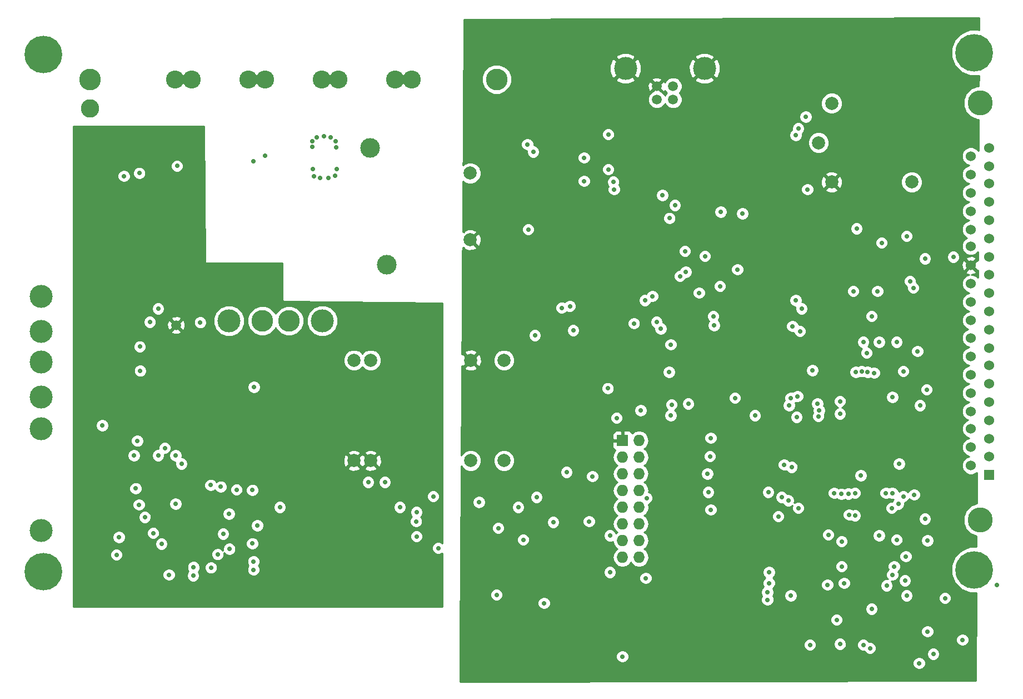
<source format=gbr>
G04 #@! TF.FileFunction,Copper,L3,Inr,Plane*
%FSLAX46Y46*%
G04 Gerber Fmt 4.6, Leading zero omitted, Abs format (unit mm)*
G04 Created by KiCad (PCBNEW 4.0.2-stable) date 3/30/2017 9:01:33 AM*
%MOMM*%
G01*
G04 APERTURE LIST*
%ADD10C,0.100000*%
%ADD11C,2.000000*%
%ADD12C,5.715000*%
%ADD13C,3.810000*%
%ADD14R,1.524000X1.524000*%
%ADD15C,1.524000*%
%ADD16R,1.727200X1.727200*%
%ADD17O,1.727200X1.727200*%
%ADD18C,3.500000*%
%ADD19C,2.750000*%
%ADD20C,3.300000*%
%ADD21C,2.790000*%
%ADD22C,1.501140*%
%ADD23C,3.500120*%
%ADD24C,3.000000*%
%ADD25C,1.500000*%
%ADD26C,0.700000*%
%ADD27C,0.254000*%
G04 APERTURE END LIST*
D10*
D11*
X144272000Y-120543000D03*
X139192000Y-120543000D03*
X144272000Y-105263000D03*
X139192000Y-105263000D03*
X123952000Y-105263000D03*
X121412000Y-105263000D03*
X123952000Y-120543000D03*
X121412000Y-120543000D03*
D12*
X74041000Y-137414000D03*
X74041000Y-58674000D03*
D13*
X216789000Y-66040000D03*
X216789000Y-129540000D03*
D14*
X218186000Y-122682000D03*
D15*
X218186000Y-119888000D03*
X218186000Y-117221000D03*
X218186000Y-114427000D03*
X218186000Y-111633000D03*
X218186000Y-108839000D03*
X218186000Y-106045000D03*
X218186000Y-103378000D03*
X218186000Y-100584000D03*
X218186000Y-97790000D03*
X218186000Y-94996000D03*
X218186000Y-92202000D03*
X218186000Y-89535000D03*
X218186000Y-86741000D03*
X218186000Y-83947000D03*
X218186000Y-81153000D03*
X218186000Y-78359000D03*
X218186000Y-75692000D03*
X218186000Y-72898000D03*
X215392000Y-121285000D03*
X215392000Y-118491000D03*
X215392000Y-115697000D03*
X215392000Y-113030000D03*
X215392000Y-110236000D03*
X215392000Y-107442000D03*
X215392000Y-104648000D03*
X215392000Y-101854000D03*
X215392000Y-99187000D03*
X215392000Y-96393000D03*
X215392000Y-93599000D03*
X215392000Y-90805000D03*
X215392000Y-87884000D03*
X215392000Y-85344000D03*
X215392000Y-82550000D03*
X215392000Y-79756000D03*
X215392000Y-76962000D03*
X215392000Y-74168000D03*
D16*
X162306000Y-117475000D03*
D17*
X164846000Y-117475000D03*
X162306000Y-120015000D03*
X164846000Y-120015000D03*
X162306000Y-122555000D03*
X164846000Y-122555000D03*
X162306000Y-125095000D03*
X164846000Y-125095000D03*
X162306000Y-127635000D03*
X164846000Y-127635000D03*
X162306000Y-130175000D03*
X164846000Y-130175000D03*
X162306000Y-132715000D03*
X164846000Y-132715000D03*
X162306000Y-135255000D03*
X164846000Y-135255000D03*
D18*
X73776000Y-131189000D03*
X73776000Y-115699000D03*
X73776000Y-110869000D03*
X73776000Y-105539000D03*
D19*
X94101000Y-62484000D03*
X96641000Y-62484000D03*
X130181000Y-62484000D03*
X127641000Y-62484000D03*
X105281000Y-62484000D03*
X107821000Y-62484000D03*
X119001000Y-62484000D03*
X116461000Y-62484000D03*
D20*
X81151000Y-62484000D03*
X143131000Y-62484000D03*
D21*
X81151000Y-66934000D03*
D12*
X215900000Y-137160000D03*
X215900000Y-58420000D03*
D22*
X170027600Y-63550800D03*
X167538400Y-63550800D03*
X167538400Y-65557400D03*
X170027600Y-65557400D03*
D23*
X174802800Y-60833000D03*
X162763200Y-60833000D03*
D18*
X73776000Y-100836000D03*
X73776000Y-95506000D03*
D24*
X123888500Y-72961500D03*
X126428500Y-90741500D03*
D11*
X139128500Y-86931500D03*
X139128500Y-76771500D03*
X194179000Y-78136000D03*
X192179000Y-72136000D03*
X194179000Y-66136000D03*
X206379000Y-78136000D03*
D25*
X94297500Y-99918000D03*
D18*
X116584000Y-99250500D03*
D20*
X111504000Y-99250500D03*
X107444000Y-99250500D03*
D18*
X102364000Y-99250500D03*
D26*
X197739000Y-128905000D03*
X197739000Y-125476000D03*
X196850000Y-122428000D03*
X201696320Y-106537760D03*
X201030840Y-110256320D03*
X158496000Y-129286000D03*
X152146000Y-134493000D03*
X142113000Y-132588000D03*
X212217000Y-107315000D03*
X180848000Y-136144000D03*
X155575000Y-112522000D03*
X175006000Y-81661000D03*
X148590000Y-97790000D03*
X211455000Y-132715000D03*
X209804000Y-138684000D03*
X171450000Y-113919000D03*
X169799000Y-129667000D03*
X192151000Y-103251000D03*
X193294000Y-110490000D03*
X176403000Y-107950000D03*
X169545000Y-110490000D03*
X206756000Y-135255000D03*
X157353000Y-82042000D03*
X192278000Y-143002000D03*
X198882000Y-98552000D03*
X204089000Y-98552000D03*
X213614000Y-91694000D03*
X202057000Y-84963000D03*
X171196000Y-94869000D03*
X164973000Y-86360000D03*
X140335000Y-131191000D03*
X206629000Y-148209000D03*
X212344000Y-129286000D03*
X212090000Y-122682000D03*
X212598000Y-114681000D03*
X160020000Y-77470000D03*
X149352000Y-74803000D03*
X159893000Y-72644000D03*
X205232000Y-131699000D03*
X188341000Y-130683000D03*
X211836000Y-148971000D03*
X167132000Y-145796000D03*
X150368000Y-145923000D03*
X187452000Y-146050000D03*
X196723000Y-125603000D03*
X196850000Y-128778000D03*
X94440500Y-75676000D03*
X91567000Y-97409000D03*
X103505000Y-124968000D03*
X106680000Y-130429000D03*
X106172000Y-109347000D03*
X85598000Y-132207000D03*
X95123000Y-121031000D03*
X110109000Y-127635000D03*
X126111000Y-123825000D03*
X123571000Y-123825000D03*
X128397000Y-127635000D03*
X92075000Y-133223000D03*
X134239000Y-133858000D03*
X133477000Y-125984000D03*
X88138000Y-124777500D03*
X104013000Y-117348000D03*
X124841000Y-127762000D03*
X87757000Y-105410000D03*
X129286000Y-131572000D03*
X133096000Y-132080000D03*
X99695000Y-126619000D03*
X106299000Y-134493000D03*
X93345000Y-139319000D03*
X93345000Y-130429000D03*
X96901000Y-125730000D03*
X98425000Y-118364000D03*
X94154000Y-117348000D03*
X92964000Y-104013000D03*
X91313000Y-92456000D03*
X88011000Y-94615000D03*
X97790000Y-76581000D03*
X80645000Y-81661000D03*
X80899000Y-122110500D03*
X84328000Y-131445000D03*
X90995500Y-72644000D03*
X95758000Y-72199500D03*
X90297000Y-99441000D03*
X97980500Y-99504500D03*
X170307000Y-81661000D03*
X169672000Y-102870000D03*
X184658000Y-137541000D03*
X184658000Y-139192000D03*
X148971000Y-101473000D03*
X168402000Y-80137000D03*
X160401000Y-137541000D03*
X169481500Y-83629500D03*
X160083500Y-109537500D03*
X160401000Y-131953000D03*
X156464000Y-77978000D03*
X156464000Y-74422000D03*
X147955000Y-85344000D03*
X147828000Y-72390000D03*
X197485000Y-94742000D03*
X197993000Y-85217000D03*
X201168000Y-94742000D03*
X194945000Y-144780000D03*
X194564000Y-125476000D03*
X160147000Y-76200000D03*
X190500000Y-79248000D03*
X190246000Y-68199000D03*
X174879000Y-89408000D03*
X177292000Y-82677000D03*
X117538500Y-77470000D03*
X115125500Y-76136500D03*
X115316000Y-77216000D03*
X116268500Y-77470000D03*
X118554500Y-77152500D03*
X118808500Y-76136500D03*
X106108500Y-74930000D03*
X161036000Y-79248000D03*
X160909000Y-78105000D03*
X219329000Y-139446000D03*
X200025000Y-149098000D03*
X205613000Y-141097000D03*
X198628000Y-122809000D03*
X205105000Y-125984000D03*
X208407000Y-129413000D03*
X186563000Y-126111000D03*
X184404000Y-140589000D03*
X143129000Y-140970000D03*
X143383000Y-130810000D03*
X208407000Y-89789000D03*
X179832000Y-91440000D03*
X176276000Y-99949000D03*
X168148000Y-100457000D03*
X165735000Y-96139000D03*
X154305000Y-97028000D03*
X153797000Y-122301000D03*
X212725000Y-89535000D03*
X208788000Y-146558000D03*
X199009000Y-148590000D03*
X195453000Y-148463000D03*
X190881000Y-148590000D03*
X208788000Y-132715000D03*
X204089000Y-132588000D03*
X204343000Y-127127000D03*
X149225000Y-126111000D03*
X150368000Y-142240000D03*
X187579000Y-126619000D03*
X184404000Y-141732000D03*
X157734000Y-122936000D03*
X157226000Y-129794000D03*
X99568000Y-124269500D03*
X106108500Y-137160000D03*
X101092000Y-124523500D03*
X106108500Y-135890000D03*
X105918000Y-133159500D03*
X105918000Y-125031500D03*
X118681500Y-72834500D03*
X118618000Y-71882000D03*
X117856000Y-71310500D03*
X116840000Y-71120000D03*
X115760500Y-71310500D03*
X115062000Y-71882000D03*
X115062000Y-72771000D03*
X107823000Y-74104500D03*
X96901000Y-138049000D03*
X85217000Y-134874000D03*
X88646000Y-127254000D03*
X130937000Y-128397000D03*
X86360000Y-77216000D03*
X92583000Y-118618000D03*
X101473000Y-131699000D03*
X130937000Y-132080000D03*
X100647500Y-134810500D03*
X130873500Y-129794000D03*
X88392000Y-117538500D03*
X88709500Y-76771500D03*
X87884000Y-119761000D03*
X91567000Y-119761000D03*
X94234000Y-127127000D03*
X94234000Y-119761000D03*
X162306000Y-150368000D03*
X209677000Y-149987000D03*
X161417000Y-114046000D03*
X169672000Y-113665000D03*
X172339000Y-111887000D03*
X187706000Y-112141000D03*
X192024000Y-111887000D03*
X165989000Y-126238000D03*
X169799000Y-112014000D03*
X179451000Y-110998000D03*
X182499000Y-113665000D03*
X188849000Y-113919000D03*
X192151000Y-113792000D03*
X195453000Y-113411000D03*
X195453000Y-111506000D03*
X204089000Y-102489000D03*
X200660000Y-107188000D03*
X201422000Y-102489000D03*
X198755000Y-106934000D03*
X199644000Y-107061000D03*
X199517000Y-104140000D03*
X197866000Y-107061000D03*
X199009000Y-102489000D03*
X171958000Y-91821000D03*
X171831000Y-88646000D03*
X192278000Y-112903000D03*
X173990000Y-94996000D03*
X164063500Y-99652000D03*
X154813000Y-100711000D03*
X96964500Y-136779000D03*
X99631500Y-136842500D03*
X102425500Y-133985000D03*
X102362000Y-128651000D03*
X206756000Y-125730000D03*
X204470000Y-121031000D03*
X88773000Y-103187500D03*
X88836500Y-106870500D03*
X90805000Y-131572000D03*
X89535000Y-129159000D03*
X208661000Y-109728000D03*
X206629000Y-94234000D03*
X188976000Y-110744000D03*
X189357000Y-100838000D03*
X189611000Y-97409000D03*
X189103000Y-69977000D03*
X148717000Y-73533000D03*
X160147000Y-70866000D03*
X188722000Y-70993000D03*
X188722000Y-96139000D03*
X188214000Y-100076000D03*
X187960000Y-110998000D03*
X202438000Y-125476000D03*
X201422000Y-131953000D03*
X193675000Y-131826000D03*
X193548000Y-139446000D03*
X203327000Y-127762000D03*
X203454000Y-125476000D03*
X187960000Y-141097000D03*
X189103000Y-127762000D03*
X207645000Y-112141000D03*
X206121000Y-93218000D03*
X205105000Y-106934000D03*
X205613000Y-86360000D03*
X207518000Y-151384000D03*
X203454000Y-110871000D03*
X83058000Y-115189000D03*
X93218000Y-137922000D03*
X175387000Y-125349000D03*
X175260000Y-122555000D03*
X175641000Y-119888000D03*
X175768000Y-117094000D03*
X188087000Y-121539000D03*
X186055000Y-129032000D03*
X175768000Y-128016000D03*
X186944000Y-121158000D03*
X184531000Y-125349000D03*
X167513000Y-99441000D03*
X166878000Y-95504000D03*
X153035000Y-97282000D03*
X151765000Y-129921000D03*
X176149000Y-98552000D03*
X180594000Y-82931000D03*
X165100000Y-112903000D03*
X196088000Y-139192000D03*
X203708000Y-136652000D03*
X195707000Y-136652000D03*
X195707000Y-132842000D03*
X202565000Y-139573000D03*
X203454000Y-137922000D03*
X165862000Y-138430000D03*
X195651120Y-125638560D03*
X171069000Y-92456000D03*
X169418000Y-107061000D03*
X147193000Y-132588000D03*
X191262000Y-106807000D03*
X207264000Y-103886000D03*
X211455000Y-141478000D03*
X205486000Y-135128000D03*
X140462000Y-126873000D03*
X200279000Y-143129000D03*
X146431000Y-127635000D03*
X200279000Y-98552000D03*
X177165000Y-93980000D03*
X201803000Y-87376000D03*
X214122000Y-147828000D03*
X205359000Y-138811000D03*
D27*
G36*
X216652003Y-54950636D02*
X216597749Y-54928108D01*
X215208347Y-54926895D01*
X213924242Y-55457476D01*
X212940929Y-56439075D01*
X212408108Y-57722251D01*
X212406895Y-59111653D01*
X212937476Y-60395758D01*
X213919075Y-61379071D01*
X215202251Y-61911892D01*
X216591653Y-61913105D01*
X216617112Y-61902585D01*
X216609096Y-63499842D01*
X216285979Y-63499560D01*
X215352085Y-63885437D01*
X214636948Y-64599327D01*
X214249441Y-65532546D01*
X214248560Y-66543021D01*
X214634437Y-67476915D01*
X215348327Y-68192052D01*
X216281546Y-68579559D01*
X216583600Y-68579822D01*
X216559608Y-73360265D01*
X216184370Y-72984371D01*
X215671100Y-72771243D01*
X215115339Y-72770758D01*
X214601697Y-72982990D01*
X214208371Y-73375630D01*
X213995243Y-73888900D01*
X213994758Y-74444661D01*
X214206990Y-74958303D01*
X214599630Y-75351629D01*
X215112900Y-75564757D01*
X215115336Y-75564759D01*
X214601697Y-75776990D01*
X214208371Y-76169630D01*
X213995243Y-76682900D01*
X213994758Y-77238661D01*
X214206990Y-77752303D01*
X214599630Y-78145629D01*
X215112900Y-78358757D01*
X215115336Y-78358759D01*
X214601697Y-78570990D01*
X214208371Y-78963630D01*
X213995243Y-79476900D01*
X213994758Y-80032661D01*
X214206990Y-80546303D01*
X214599630Y-80939629D01*
X215112900Y-81152757D01*
X215115336Y-81152759D01*
X214601697Y-81364990D01*
X214208371Y-81757630D01*
X213995243Y-82270900D01*
X213994758Y-82826661D01*
X214206990Y-83340303D01*
X214599630Y-83733629D01*
X215112900Y-83946757D01*
X215115336Y-83946759D01*
X214601697Y-84158990D01*
X214208371Y-84551630D01*
X213995243Y-85064900D01*
X213994758Y-85620661D01*
X214206990Y-86134303D01*
X214599630Y-86527629D01*
X214807512Y-86613949D01*
X214601697Y-86698990D01*
X214208371Y-87091630D01*
X213995243Y-87604900D01*
X213994758Y-88160661D01*
X214206990Y-88674303D01*
X214599630Y-89067629D01*
X215112900Y-89280757D01*
X215668661Y-89281242D01*
X216182303Y-89069010D01*
X216482272Y-88769564D01*
X216475925Y-90034139D01*
X216372213Y-90004392D01*
X215571605Y-90805000D01*
X216372213Y-91605608D01*
X216468176Y-91578083D01*
X216462575Y-92694062D01*
X216184370Y-92415371D01*
X215671100Y-92202243D01*
X215426344Y-92202029D01*
X215739368Y-92186362D01*
X216123143Y-92027397D01*
X216192608Y-91785213D01*
X215392000Y-90984605D01*
X214591392Y-91785213D01*
X214660857Y-92027397D01*
X215149668Y-92201788D01*
X215115339Y-92201758D01*
X214601697Y-92413990D01*
X214208371Y-92806630D01*
X213995243Y-93319900D01*
X213994758Y-93875661D01*
X214206990Y-94389303D01*
X214599630Y-94782629D01*
X215112900Y-94995757D01*
X215115336Y-94995759D01*
X214601697Y-95207990D01*
X214208371Y-95600630D01*
X213995243Y-96113900D01*
X213994758Y-96669661D01*
X214206990Y-97183303D01*
X214599630Y-97576629D01*
X215112900Y-97789757D01*
X215115336Y-97789759D01*
X214601697Y-98001990D01*
X214208371Y-98394630D01*
X213995243Y-98907900D01*
X213994758Y-99463661D01*
X214206990Y-99977303D01*
X214599630Y-100370629D01*
X214960815Y-100520606D01*
X214601697Y-100668990D01*
X214208371Y-101061630D01*
X213995243Y-101574900D01*
X213994758Y-102130661D01*
X214206990Y-102644303D01*
X214599630Y-103037629D01*
X215112900Y-103250757D01*
X215115336Y-103250759D01*
X214601697Y-103462990D01*
X214208371Y-103855630D01*
X213995243Y-104368900D01*
X213994758Y-104924661D01*
X214206990Y-105438303D01*
X214599630Y-105831629D01*
X215112900Y-106044757D01*
X215115336Y-106044759D01*
X214601697Y-106256990D01*
X214208371Y-106649630D01*
X213995243Y-107162900D01*
X213994758Y-107718661D01*
X214206990Y-108232303D01*
X214599630Y-108625629D01*
X215112900Y-108838757D01*
X215115336Y-108838759D01*
X214601697Y-109050990D01*
X214208371Y-109443630D01*
X213995243Y-109956900D01*
X213994758Y-110512661D01*
X214206990Y-111026303D01*
X214599630Y-111419629D01*
X215112900Y-111632757D01*
X215115336Y-111632759D01*
X214601697Y-111844990D01*
X214208371Y-112237630D01*
X213995243Y-112750900D01*
X213994758Y-113306661D01*
X214206990Y-113820303D01*
X214599630Y-114213629D01*
X214960815Y-114363606D01*
X214601697Y-114511990D01*
X214208371Y-114904630D01*
X213995243Y-115417900D01*
X213994758Y-115973661D01*
X214206990Y-116487303D01*
X214599630Y-116880629D01*
X215112900Y-117093757D01*
X215115336Y-117093759D01*
X214601697Y-117305990D01*
X214208371Y-117698630D01*
X213995243Y-118211900D01*
X213994758Y-118767661D01*
X214206990Y-119281303D01*
X214599630Y-119674629D01*
X215112900Y-119887757D01*
X215115336Y-119887759D01*
X214601697Y-120099990D01*
X214208371Y-120492630D01*
X213995243Y-121005900D01*
X213994758Y-121561661D01*
X214206990Y-122075303D01*
X214599630Y-122468629D01*
X215112900Y-122681757D01*
X215668661Y-122682242D01*
X216182303Y-122470010D01*
X216313794Y-122338748D01*
X216290402Y-126999564D01*
X216285979Y-126999560D01*
X215352085Y-127385437D01*
X214636948Y-128099327D01*
X214249441Y-129032546D01*
X214248560Y-130043021D01*
X214634437Y-130976915D01*
X215348327Y-131692052D01*
X216264941Y-132072664D01*
X216256936Y-133667810D01*
X215208347Y-133666895D01*
X213924242Y-134197476D01*
X212940929Y-135179075D01*
X212408108Y-136462251D01*
X212406895Y-137851653D01*
X212937476Y-139135758D01*
X213919075Y-140119071D01*
X215202251Y-140651892D01*
X216221879Y-140652782D01*
X216154635Y-154051203D01*
X137541801Y-154177794D01*
X137558124Y-151579069D01*
X206532830Y-151579069D01*
X206682471Y-151941229D01*
X206959314Y-152218555D01*
X207321212Y-152368828D01*
X207713069Y-152369170D01*
X208075229Y-152219529D01*
X208352555Y-151942686D01*
X208502828Y-151580788D01*
X208503170Y-151188931D01*
X208353529Y-150826771D01*
X208076686Y-150549445D01*
X207714788Y-150399172D01*
X207322931Y-150398830D01*
X206960771Y-150548471D01*
X206683445Y-150825314D01*
X206533172Y-151187212D01*
X206532830Y-151579069D01*
X137558124Y-151579069D01*
X137564506Y-150563069D01*
X161320830Y-150563069D01*
X161470471Y-150925229D01*
X161747314Y-151202555D01*
X162109212Y-151352828D01*
X162501069Y-151353170D01*
X162863229Y-151203529D01*
X163140555Y-150926686D01*
X163290828Y-150564788D01*
X163291162Y-150182069D01*
X208691830Y-150182069D01*
X208841471Y-150544229D01*
X209118314Y-150821555D01*
X209480212Y-150971828D01*
X209872069Y-150972170D01*
X210234229Y-150822529D01*
X210511555Y-150545686D01*
X210661828Y-150183788D01*
X210662170Y-149791931D01*
X210512529Y-149429771D01*
X210235686Y-149152445D01*
X209873788Y-149002172D01*
X209481931Y-149001830D01*
X209119771Y-149151471D01*
X208842445Y-149428314D01*
X208692172Y-149790212D01*
X208691830Y-150182069D01*
X163291162Y-150182069D01*
X163291170Y-150172931D01*
X163141529Y-149810771D01*
X162864686Y-149533445D01*
X162502788Y-149383172D01*
X162110931Y-149382830D01*
X161748771Y-149532471D01*
X161471445Y-149809314D01*
X161321172Y-150171212D01*
X161320830Y-150563069D01*
X137564506Y-150563069D01*
X137575674Y-148785069D01*
X189895830Y-148785069D01*
X190045471Y-149147229D01*
X190322314Y-149424555D01*
X190684212Y-149574828D01*
X191076069Y-149575170D01*
X191438229Y-149425529D01*
X191715555Y-149148686D01*
X191865828Y-148786788D01*
X191865940Y-148658069D01*
X194467830Y-148658069D01*
X194617471Y-149020229D01*
X194894314Y-149297555D01*
X195256212Y-149447828D01*
X195648069Y-149448170D01*
X196010229Y-149298529D01*
X196287555Y-149021686D01*
X196385806Y-148785069D01*
X198023830Y-148785069D01*
X198173471Y-149147229D01*
X198450314Y-149424555D01*
X198812212Y-149574828D01*
X199156374Y-149575128D01*
X199189471Y-149655229D01*
X199466314Y-149932555D01*
X199828212Y-150082828D01*
X200220069Y-150083170D01*
X200582229Y-149933529D01*
X200859555Y-149656686D01*
X201009828Y-149294788D01*
X201010170Y-148902931D01*
X200860529Y-148540771D01*
X200583686Y-148263445D01*
X200221788Y-148113172D01*
X199877626Y-148112872D01*
X199844529Y-148032771D01*
X199834844Y-148023069D01*
X213136830Y-148023069D01*
X213286471Y-148385229D01*
X213563314Y-148662555D01*
X213925212Y-148812828D01*
X214317069Y-148813170D01*
X214679229Y-148663529D01*
X214956555Y-148386686D01*
X215106828Y-148024788D01*
X215107170Y-147632931D01*
X214957529Y-147270771D01*
X214680686Y-146993445D01*
X214318788Y-146843172D01*
X213926931Y-146842830D01*
X213564771Y-146992471D01*
X213287445Y-147269314D01*
X213137172Y-147631212D01*
X213136830Y-148023069D01*
X199834844Y-148023069D01*
X199567686Y-147755445D01*
X199205788Y-147605172D01*
X198813931Y-147604830D01*
X198451771Y-147754471D01*
X198174445Y-148031314D01*
X198024172Y-148393212D01*
X198023830Y-148785069D01*
X196385806Y-148785069D01*
X196437828Y-148659788D01*
X196438170Y-148267931D01*
X196288529Y-147905771D01*
X196011686Y-147628445D01*
X195649788Y-147478172D01*
X195257931Y-147477830D01*
X194895771Y-147627471D01*
X194618445Y-147904314D01*
X194468172Y-148266212D01*
X194467830Y-148658069D01*
X191865940Y-148658069D01*
X191866170Y-148394931D01*
X191716529Y-148032771D01*
X191439686Y-147755445D01*
X191077788Y-147605172D01*
X190685931Y-147604830D01*
X190323771Y-147754471D01*
X190046445Y-148031314D01*
X189896172Y-148393212D01*
X189895830Y-148785069D01*
X137575674Y-148785069D01*
X137588437Y-146753069D01*
X207802830Y-146753069D01*
X207952471Y-147115229D01*
X208229314Y-147392555D01*
X208591212Y-147542828D01*
X208983069Y-147543170D01*
X209345229Y-147393529D01*
X209622555Y-147116686D01*
X209772828Y-146754788D01*
X209773170Y-146362931D01*
X209623529Y-146000771D01*
X209346686Y-145723445D01*
X208984788Y-145573172D01*
X208592931Y-145572830D01*
X208230771Y-145722471D01*
X207953445Y-145999314D01*
X207803172Y-146361212D01*
X207802830Y-146753069D01*
X137588437Y-146753069D01*
X137599606Y-144975069D01*
X193959830Y-144975069D01*
X194109471Y-145337229D01*
X194386314Y-145614555D01*
X194748212Y-145764828D01*
X195140069Y-145765170D01*
X195502229Y-145615529D01*
X195779555Y-145338686D01*
X195929828Y-144976788D01*
X195930170Y-144584931D01*
X195780529Y-144222771D01*
X195503686Y-143945445D01*
X195141788Y-143795172D01*
X194749931Y-143794830D01*
X194387771Y-143944471D01*
X194110445Y-144221314D01*
X193960172Y-144583212D01*
X193959830Y-144975069D01*
X137599606Y-144975069D01*
X137609976Y-143324069D01*
X199293830Y-143324069D01*
X199443471Y-143686229D01*
X199720314Y-143963555D01*
X200082212Y-144113828D01*
X200474069Y-144114170D01*
X200836229Y-143964529D01*
X201113555Y-143687686D01*
X201263828Y-143325788D01*
X201264170Y-142933931D01*
X201114529Y-142571771D01*
X200837686Y-142294445D01*
X200475788Y-142144172D01*
X200083931Y-142143830D01*
X199721771Y-142293471D01*
X199444445Y-142570314D01*
X199294172Y-142932212D01*
X199293830Y-143324069D01*
X137609976Y-143324069D01*
X137615561Y-142435069D01*
X149382830Y-142435069D01*
X149532471Y-142797229D01*
X149809314Y-143074555D01*
X150171212Y-143224828D01*
X150563069Y-143225170D01*
X150925229Y-143075529D01*
X151202555Y-142798686D01*
X151352828Y-142436788D01*
X151353170Y-142044931D01*
X151203529Y-141682771D01*
X150926686Y-141405445D01*
X150564788Y-141255172D01*
X150172931Y-141254830D01*
X149810771Y-141404471D01*
X149533445Y-141681314D01*
X149383172Y-142043212D01*
X149382830Y-142435069D01*
X137615561Y-142435069D01*
X137623539Y-141165069D01*
X142143830Y-141165069D01*
X142293471Y-141527229D01*
X142570314Y-141804555D01*
X142932212Y-141954828D01*
X143324069Y-141955170D01*
X143686229Y-141805529D01*
X143963555Y-141528686D01*
X144113828Y-141166788D01*
X144114162Y-140784069D01*
X183418830Y-140784069D01*
X183568471Y-141146229D01*
X183582500Y-141160282D01*
X183569445Y-141173314D01*
X183419172Y-141535212D01*
X183418830Y-141927069D01*
X183568471Y-142289229D01*
X183845314Y-142566555D01*
X184207212Y-142716828D01*
X184599069Y-142717170D01*
X184961229Y-142567529D01*
X185238555Y-142290686D01*
X185388828Y-141928788D01*
X185389170Y-141536931D01*
X185287996Y-141292069D01*
X186974830Y-141292069D01*
X187124471Y-141654229D01*
X187401314Y-141931555D01*
X187763212Y-142081828D01*
X188155069Y-142082170D01*
X188517229Y-141932529D01*
X188794555Y-141655686D01*
X188944828Y-141293788D01*
X188944829Y-141292069D01*
X204627830Y-141292069D01*
X204777471Y-141654229D01*
X205054314Y-141931555D01*
X205416212Y-142081828D01*
X205808069Y-142082170D01*
X206170229Y-141932529D01*
X206430141Y-141673069D01*
X210469830Y-141673069D01*
X210619471Y-142035229D01*
X210896314Y-142312555D01*
X211258212Y-142462828D01*
X211650069Y-142463170D01*
X212012229Y-142313529D01*
X212289555Y-142036686D01*
X212439828Y-141674788D01*
X212440170Y-141282931D01*
X212290529Y-140920771D01*
X212013686Y-140643445D01*
X211651788Y-140493172D01*
X211259931Y-140492830D01*
X210897771Y-140642471D01*
X210620445Y-140919314D01*
X210470172Y-141281212D01*
X210469830Y-141673069D01*
X206430141Y-141673069D01*
X206447555Y-141655686D01*
X206597828Y-141293788D01*
X206598170Y-140901931D01*
X206448529Y-140539771D01*
X206171686Y-140262445D01*
X205809788Y-140112172D01*
X205417931Y-140111830D01*
X205055771Y-140261471D01*
X204778445Y-140538314D01*
X204628172Y-140900212D01*
X204627830Y-141292069D01*
X188944829Y-141292069D01*
X188945170Y-140901931D01*
X188795529Y-140539771D01*
X188518686Y-140262445D01*
X188156788Y-140112172D01*
X187764931Y-140111830D01*
X187402771Y-140261471D01*
X187125445Y-140538314D01*
X186975172Y-140900212D01*
X186974830Y-141292069D01*
X185287996Y-141292069D01*
X185239529Y-141174771D01*
X185225500Y-141160718D01*
X185238555Y-141147686D01*
X185388828Y-140785788D01*
X185389170Y-140393931D01*
X185239529Y-140031771D01*
X185225279Y-140017496D01*
X185492555Y-139750686D01*
X185538071Y-139641069D01*
X192562830Y-139641069D01*
X192712471Y-140003229D01*
X192989314Y-140280555D01*
X193351212Y-140430828D01*
X193743069Y-140431170D01*
X194105229Y-140281529D01*
X194382555Y-140004686D01*
X194532828Y-139642788D01*
X194533051Y-139387069D01*
X195102830Y-139387069D01*
X195252471Y-139749229D01*
X195529314Y-140026555D01*
X195891212Y-140176828D01*
X196283069Y-140177170D01*
X196645229Y-140027529D01*
X196905141Y-139768069D01*
X201579830Y-139768069D01*
X201729471Y-140130229D01*
X202006314Y-140407555D01*
X202368212Y-140557828D01*
X202760069Y-140558170D01*
X203122229Y-140408529D01*
X203399555Y-140131686D01*
X203549828Y-139769788D01*
X203550170Y-139377931D01*
X203400529Y-139015771D01*
X203390844Y-139006069D01*
X204373830Y-139006069D01*
X204523471Y-139368229D01*
X204800314Y-139645555D01*
X205162212Y-139795828D01*
X205554069Y-139796170D01*
X205916229Y-139646529D01*
X206193555Y-139369686D01*
X206343828Y-139007788D01*
X206344170Y-138615931D01*
X206194529Y-138253771D01*
X205917686Y-137976445D01*
X205555788Y-137826172D01*
X205163931Y-137825830D01*
X204801771Y-137975471D01*
X204524445Y-138252314D01*
X204374172Y-138614212D01*
X204373830Y-139006069D01*
X203390844Y-139006069D01*
X203291806Y-138906858D01*
X203649069Y-138907170D01*
X204011229Y-138757529D01*
X204288555Y-138480686D01*
X204438828Y-138118788D01*
X204439170Y-137726931D01*
X204318343Y-137434507D01*
X204542555Y-137210686D01*
X204692828Y-136848788D01*
X204693170Y-136456931D01*
X204543529Y-136094771D01*
X204266686Y-135817445D01*
X203904788Y-135667172D01*
X203512931Y-135666830D01*
X203150771Y-135816471D01*
X202873445Y-136093314D01*
X202723172Y-136455212D01*
X202722830Y-136847069D01*
X202843657Y-137139493D01*
X202619445Y-137363314D01*
X202469172Y-137725212D01*
X202468830Y-138117069D01*
X202618471Y-138479229D01*
X202727194Y-138588142D01*
X202369931Y-138587830D01*
X202007771Y-138737471D01*
X201730445Y-139014314D01*
X201580172Y-139376212D01*
X201579830Y-139768069D01*
X196905141Y-139768069D01*
X196922555Y-139750686D01*
X197072828Y-139388788D01*
X197073170Y-138996931D01*
X196923529Y-138634771D01*
X196646686Y-138357445D01*
X196284788Y-138207172D01*
X195892931Y-138206830D01*
X195530771Y-138356471D01*
X195253445Y-138633314D01*
X195103172Y-138995212D01*
X195102830Y-139387069D01*
X194533051Y-139387069D01*
X194533170Y-139250931D01*
X194383529Y-138888771D01*
X194106686Y-138611445D01*
X193744788Y-138461172D01*
X193352931Y-138460830D01*
X192990771Y-138610471D01*
X192713445Y-138887314D01*
X192563172Y-139249212D01*
X192562830Y-139641069D01*
X185538071Y-139641069D01*
X185642828Y-139388788D01*
X185643170Y-138996931D01*
X185493529Y-138634771D01*
X185225501Y-138366275D01*
X185492555Y-138099686D01*
X185642828Y-137737788D01*
X185643170Y-137345931D01*
X185493529Y-136983771D01*
X185357066Y-136847069D01*
X194721830Y-136847069D01*
X194871471Y-137209229D01*
X195148314Y-137486555D01*
X195510212Y-137636828D01*
X195902069Y-137637170D01*
X196264229Y-137487529D01*
X196541555Y-137210686D01*
X196691828Y-136848788D01*
X196692170Y-136456931D01*
X196542529Y-136094771D01*
X196265686Y-135817445D01*
X195903788Y-135667172D01*
X195511931Y-135666830D01*
X195149771Y-135816471D01*
X194872445Y-136093314D01*
X194722172Y-136455212D01*
X194721830Y-136847069D01*
X185357066Y-136847069D01*
X185216686Y-136706445D01*
X184854788Y-136556172D01*
X184462931Y-136555830D01*
X184100771Y-136705471D01*
X183823445Y-136982314D01*
X183673172Y-137344212D01*
X183672830Y-137736069D01*
X183822471Y-138098229D01*
X184090499Y-138366725D01*
X183823445Y-138633314D01*
X183673172Y-138995212D01*
X183672830Y-139387069D01*
X183822471Y-139749229D01*
X183836721Y-139763504D01*
X183569445Y-140030314D01*
X183419172Y-140392212D01*
X183418830Y-140784069D01*
X144114162Y-140784069D01*
X144114170Y-140774931D01*
X143964529Y-140412771D01*
X143687686Y-140135445D01*
X143325788Y-139985172D01*
X142933931Y-139984830D01*
X142571771Y-140134471D01*
X142294445Y-140411314D01*
X142144172Y-140773212D01*
X142143830Y-141165069D01*
X137623539Y-141165069D01*
X137639493Y-138625069D01*
X164876830Y-138625069D01*
X165026471Y-138987229D01*
X165303314Y-139264555D01*
X165665212Y-139414828D01*
X166057069Y-139415170D01*
X166419229Y-139265529D01*
X166696555Y-138988686D01*
X166846828Y-138626788D01*
X166847170Y-138234931D01*
X166697529Y-137872771D01*
X166420686Y-137595445D01*
X166058788Y-137445172D01*
X165666931Y-137444830D01*
X165304771Y-137594471D01*
X165027445Y-137871314D01*
X164877172Y-138233212D01*
X164876830Y-138625069D01*
X137639493Y-138625069D01*
X137645077Y-137736069D01*
X159415830Y-137736069D01*
X159565471Y-138098229D01*
X159842314Y-138375555D01*
X160204212Y-138525828D01*
X160596069Y-138526170D01*
X160958229Y-138376529D01*
X161235555Y-138099686D01*
X161385828Y-137737788D01*
X161386170Y-137345931D01*
X161236529Y-136983771D01*
X160959686Y-136706445D01*
X160597788Y-136556172D01*
X160205931Y-136555830D01*
X159843771Y-136705471D01*
X159566445Y-136982314D01*
X159416172Y-137344212D01*
X159415830Y-137736069D01*
X137645077Y-137736069D01*
X137676189Y-132783069D01*
X146207830Y-132783069D01*
X146357471Y-133145229D01*
X146634314Y-133422555D01*
X146996212Y-133572828D01*
X147388069Y-133573170D01*
X147750229Y-133423529D01*
X148027555Y-133146686D01*
X148177828Y-132784788D01*
X148178170Y-132392931D01*
X148076996Y-132148069D01*
X159415830Y-132148069D01*
X159565471Y-132510229D01*
X159842314Y-132787555D01*
X160204212Y-132937828D01*
X160596069Y-132938170D01*
X160826974Y-132842762D01*
X160921474Y-133317848D01*
X161246330Y-133804029D01*
X161517172Y-133985000D01*
X161246330Y-134165971D01*
X160921474Y-134652152D01*
X160807400Y-135225641D01*
X160807400Y-135284359D01*
X160921474Y-135857848D01*
X161246330Y-136344029D01*
X161732511Y-136668885D01*
X162306000Y-136782959D01*
X162879489Y-136668885D01*
X163365670Y-136344029D01*
X163576000Y-136029248D01*
X163786330Y-136344029D01*
X164272511Y-136668885D01*
X164846000Y-136782959D01*
X165419489Y-136668885D01*
X165905670Y-136344029D01*
X166230526Y-135857848D01*
X166336900Y-135323069D01*
X204500830Y-135323069D01*
X204650471Y-135685229D01*
X204927314Y-135962555D01*
X205289212Y-136112828D01*
X205681069Y-136113170D01*
X206043229Y-135963529D01*
X206320555Y-135686686D01*
X206470828Y-135324788D01*
X206471170Y-134932931D01*
X206321529Y-134570771D01*
X206044686Y-134293445D01*
X205682788Y-134143172D01*
X205290931Y-134142830D01*
X204928771Y-134292471D01*
X204651445Y-134569314D01*
X204501172Y-134931212D01*
X204500830Y-135323069D01*
X166336900Y-135323069D01*
X166344600Y-135284359D01*
X166344600Y-135225641D01*
X166230526Y-134652152D01*
X165905670Y-134165971D01*
X165634828Y-133985000D01*
X165905670Y-133804029D01*
X166230526Y-133317848D01*
X166286376Y-133037069D01*
X194721830Y-133037069D01*
X194871471Y-133399229D01*
X195148314Y-133676555D01*
X195510212Y-133826828D01*
X195902069Y-133827170D01*
X196264229Y-133677529D01*
X196541555Y-133400686D01*
X196691828Y-133038788D01*
X196692170Y-132646931D01*
X196542529Y-132284771D01*
X196406066Y-132148069D01*
X200436830Y-132148069D01*
X200586471Y-132510229D01*
X200863314Y-132787555D01*
X201225212Y-132937828D01*
X201617069Y-132938170D01*
X201979229Y-132788529D01*
X201984698Y-132783069D01*
X203103830Y-132783069D01*
X203253471Y-133145229D01*
X203530314Y-133422555D01*
X203892212Y-133572828D01*
X204284069Y-133573170D01*
X204646229Y-133423529D01*
X204923555Y-133146686D01*
X205021806Y-132910069D01*
X207802830Y-132910069D01*
X207952471Y-133272229D01*
X208229314Y-133549555D01*
X208591212Y-133699828D01*
X208983069Y-133700170D01*
X209345229Y-133550529D01*
X209622555Y-133273686D01*
X209772828Y-132911788D01*
X209773170Y-132519931D01*
X209623529Y-132157771D01*
X209346686Y-131880445D01*
X208984788Y-131730172D01*
X208592931Y-131729830D01*
X208230771Y-131879471D01*
X207953445Y-132156314D01*
X207803172Y-132518212D01*
X207802830Y-132910069D01*
X205021806Y-132910069D01*
X205073828Y-132784788D01*
X205074170Y-132392931D01*
X204924529Y-132030771D01*
X204647686Y-131753445D01*
X204285788Y-131603172D01*
X203893931Y-131602830D01*
X203531771Y-131752471D01*
X203254445Y-132029314D01*
X203104172Y-132391212D01*
X203103830Y-132783069D01*
X201984698Y-132783069D01*
X202256555Y-132511686D01*
X202406828Y-132149788D01*
X202407170Y-131757931D01*
X202257529Y-131395771D01*
X201980686Y-131118445D01*
X201618788Y-130968172D01*
X201226931Y-130967830D01*
X200864771Y-131117471D01*
X200587445Y-131394314D01*
X200437172Y-131756212D01*
X200436830Y-132148069D01*
X196406066Y-132148069D01*
X196265686Y-132007445D01*
X195903788Y-131857172D01*
X195511931Y-131856830D01*
X195149771Y-132006471D01*
X194872445Y-132283314D01*
X194722172Y-132645212D01*
X194721830Y-133037069D01*
X166286376Y-133037069D01*
X166344600Y-132744359D01*
X166344600Y-132685641D01*
X166230526Y-132112152D01*
X166169667Y-132021069D01*
X192689830Y-132021069D01*
X192839471Y-132383229D01*
X193116314Y-132660555D01*
X193478212Y-132810828D01*
X193870069Y-132811170D01*
X194232229Y-132661529D01*
X194509555Y-132384686D01*
X194659828Y-132022788D01*
X194660170Y-131630931D01*
X194510529Y-131268771D01*
X194233686Y-130991445D01*
X193871788Y-130841172D01*
X193479931Y-130840830D01*
X193117771Y-130990471D01*
X192840445Y-131267314D01*
X192690172Y-131629212D01*
X192689830Y-132021069D01*
X166169667Y-132021069D01*
X165905670Y-131625971D01*
X165634828Y-131445000D01*
X165905670Y-131264029D01*
X166230526Y-130777848D01*
X166344600Y-130204359D01*
X166344600Y-130145641D01*
X166230526Y-129572152D01*
X165999949Y-129227069D01*
X185069830Y-129227069D01*
X185219471Y-129589229D01*
X185496314Y-129866555D01*
X185858212Y-130016828D01*
X186250069Y-130017170D01*
X186612229Y-129867529D01*
X186889555Y-129590686D01*
X187039828Y-129228788D01*
X187040051Y-128973069D01*
X195864830Y-128973069D01*
X196014471Y-129335229D01*
X196291314Y-129612555D01*
X196653212Y-129762828D01*
X197045069Y-129763170D01*
X197157509Y-129716711D01*
X197180314Y-129739555D01*
X197542212Y-129889828D01*
X197934069Y-129890170D01*
X198296229Y-129740529D01*
X198428920Y-129608069D01*
X207421830Y-129608069D01*
X207571471Y-129970229D01*
X207848314Y-130247555D01*
X208210212Y-130397828D01*
X208602069Y-130398170D01*
X208964229Y-130248529D01*
X209241555Y-129971686D01*
X209391828Y-129609788D01*
X209392170Y-129217931D01*
X209242529Y-128855771D01*
X208965686Y-128578445D01*
X208603788Y-128428172D01*
X208211931Y-128427830D01*
X207849771Y-128577471D01*
X207572445Y-128854314D01*
X207422172Y-129216212D01*
X207421830Y-129608069D01*
X198428920Y-129608069D01*
X198573555Y-129463686D01*
X198723828Y-129101788D01*
X198724170Y-128709931D01*
X198574529Y-128347771D01*
X198297686Y-128070445D01*
X197935788Y-127920172D01*
X197543931Y-127919830D01*
X197431491Y-127966289D01*
X197408686Y-127943445D01*
X197046788Y-127793172D01*
X196654931Y-127792830D01*
X196292771Y-127942471D01*
X196015445Y-128219314D01*
X195865172Y-128581212D01*
X195864830Y-128973069D01*
X187040051Y-128973069D01*
X187040170Y-128836931D01*
X186890529Y-128474771D01*
X186613686Y-128197445D01*
X186251788Y-128047172D01*
X185859931Y-128046830D01*
X185497771Y-128196471D01*
X185220445Y-128473314D01*
X185070172Y-128835212D01*
X185069830Y-129227069D01*
X165999949Y-129227069D01*
X165905670Y-129085971D01*
X165634828Y-128905000D01*
X165905670Y-128724029D01*
X166230526Y-128237848D01*
X166235852Y-128211069D01*
X174782830Y-128211069D01*
X174932471Y-128573229D01*
X175209314Y-128850555D01*
X175571212Y-129000828D01*
X175963069Y-129001170D01*
X176325229Y-128851529D01*
X176602555Y-128574686D01*
X176752828Y-128212788D01*
X176753170Y-127820931D01*
X176603529Y-127458771D01*
X176326686Y-127181445D01*
X175964788Y-127031172D01*
X175572931Y-127030830D01*
X175210771Y-127180471D01*
X174933445Y-127457314D01*
X174783172Y-127819212D01*
X174782830Y-128211069D01*
X166235852Y-128211069D01*
X166344600Y-127664359D01*
X166344600Y-127605641D01*
X166262108Y-127190925D01*
X166546229Y-127073529D01*
X166823555Y-126796686D01*
X166973828Y-126434788D01*
X166974170Y-126042931D01*
X166824529Y-125680771D01*
X166688066Y-125544069D01*
X174401830Y-125544069D01*
X174551471Y-125906229D01*
X174828314Y-126183555D01*
X175190212Y-126333828D01*
X175582069Y-126334170D01*
X175944229Y-126184529D01*
X176221555Y-125907686D01*
X176371828Y-125545788D01*
X176371829Y-125544069D01*
X183545830Y-125544069D01*
X183695471Y-125906229D01*
X183972314Y-126183555D01*
X184334212Y-126333828D01*
X184726069Y-126334170D01*
X184794078Y-126306069D01*
X185577830Y-126306069D01*
X185727471Y-126668229D01*
X186004314Y-126945555D01*
X186366212Y-127095828D01*
X186710374Y-127096128D01*
X186743471Y-127176229D01*
X187020314Y-127453555D01*
X187382212Y-127603828D01*
X187774069Y-127604170D01*
X188136229Y-127454529D01*
X188183886Y-127406955D01*
X188118172Y-127565212D01*
X188117830Y-127957069D01*
X188267471Y-128319229D01*
X188544314Y-128596555D01*
X188906212Y-128746828D01*
X189298069Y-128747170D01*
X189660229Y-128597529D01*
X189937555Y-128320686D01*
X190087828Y-127958788D01*
X190088170Y-127566931D01*
X189938529Y-127204771D01*
X189661686Y-126927445D01*
X189299788Y-126777172D01*
X188907931Y-126776830D01*
X188545771Y-126926471D01*
X188498114Y-126974045D01*
X188563828Y-126815788D01*
X188564170Y-126423931D01*
X188414529Y-126061771D01*
X188137686Y-125784445D01*
X187864646Y-125671069D01*
X193578830Y-125671069D01*
X193728471Y-126033229D01*
X194005314Y-126310555D01*
X194367212Y-126460828D01*
X194759069Y-126461170D01*
X194986642Y-126367139D01*
X195092434Y-126473115D01*
X195454332Y-126623388D01*
X195846189Y-126623730D01*
X196208349Y-126474089D01*
X196221260Y-126461201D01*
X196526212Y-126587828D01*
X196918069Y-126588170D01*
X197280229Y-126438529D01*
X197341415Y-126377450D01*
X197542212Y-126460828D01*
X197934069Y-126461170D01*
X198296229Y-126311529D01*
X198573555Y-126034686D01*
X198723828Y-125672788D01*
X198723829Y-125671069D01*
X201452830Y-125671069D01*
X201602471Y-126033229D01*
X201879314Y-126310555D01*
X202241212Y-126460828D01*
X202633069Y-126461170D01*
X202946324Y-126331736D01*
X203257212Y-126460828D01*
X203615805Y-126461141D01*
X203508445Y-126568314D01*
X203421757Y-126777083D01*
X203131931Y-126776830D01*
X202769771Y-126926471D01*
X202492445Y-127203314D01*
X202342172Y-127565212D01*
X202341830Y-127957069D01*
X202491471Y-128319229D01*
X202768314Y-128596555D01*
X203130212Y-128746828D01*
X203522069Y-128747170D01*
X203884229Y-128597529D01*
X204161555Y-128320686D01*
X204248243Y-128111917D01*
X204538069Y-128112170D01*
X204900229Y-127962529D01*
X205177555Y-127685686D01*
X205327828Y-127323788D01*
X205328148Y-126957568D01*
X205662229Y-126819529D01*
X205939555Y-126542686D01*
X206008863Y-126375775D01*
X206197314Y-126564555D01*
X206559212Y-126714828D01*
X206951069Y-126715170D01*
X207313229Y-126565529D01*
X207590555Y-126288686D01*
X207740828Y-125926788D01*
X207741170Y-125534931D01*
X207591529Y-125172771D01*
X207314686Y-124895445D01*
X206952788Y-124745172D01*
X206560931Y-124744830D01*
X206198771Y-124894471D01*
X205921445Y-125171314D01*
X205852137Y-125338225D01*
X205663686Y-125149445D01*
X205301788Y-124999172D01*
X204909931Y-124998830D01*
X204547771Y-125148471D01*
X204432135Y-125263905D01*
X204289529Y-124918771D01*
X204012686Y-124641445D01*
X203650788Y-124491172D01*
X203258931Y-124490830D01*
X202945676Y-124620264D01*
X202634788Y-124491172D01*
X202242931Y-124490830D01*
X201880771Y-124640471D01*
X201603445Y-124917314D01*
X201453172Y-125279212D01*
X201452830Y-125671069D01*
X198723829Y-125671069D01*
X198724170Y-125280931D01*
X198574529Y-124918771D01*
X198297686Y-124641445D01*
X197935788Y-124491172D01*
X197543931Y-124490830D01*
X197181771Y-124640471D01*
X197120585Y-124701550D01*
X196919788Y-124618172D01*
X196527931Y-124617830D01*
X196165771Y-124767471D01*
X196152860Y-124780359D01*
X195847908Y-124653732D01*
X195456051Y-124653390D01*
X195228478Y-124747421D01*
X195122686Y-124641445D01*
X194760788Y-124491172D01*
X194368931Y-124490830D01*
X194006771Y-124640471D01*
X193729445Y-124917314D01*
X193579172Y-125279212D01*
X193578830Y-125671069D01*
X187864646Y-125671069D01*
X187775788Y-125634172D01*
X187431626Y-125633872D01*
X187398529Y-125553771D01*
X187121686Y-125276445D01*
X186759788Y-125126172D01*
X186367931Y-125125830D01*
X186005771Y-125275471D01*
X185728445Y-125552314D01*
X185578172Y-125914212D01*
X185577830Y-126306069D01*
X184794078Y-126306069D01*
X185088229Y-126184529D01*
X185365555Y-125907686D01*
X185515828Y-125545788D01*
X185516170Y-125153931D01*
X185366529Y-124791771D01*
X185089686Y-124514445D01*
X184727788Y-124364172D01*
X184335931Y-124363830D01*
X183973771Y-124513471D01*
X183696445Y-124790314D01*
X183546172Y-125152212D01*
X183545830Y-125544069D01*
X176371829Y-125544069D01*
X176372170Y-125153931D01*
X176222529Y-124791771D01*
X175945686Y-124514445D01*
X175583788Y-124364172D01*
X175191931Y-124363830D01*
X174829771Y-124513471D01*
X174552445Y-124790314D01*
X174402172Y-125152212D01*
X174401830Y-125544069D01*
X166688066Y-125544069D01*
X166547686Y-125403445D01*
X166308816Y-125304258D01*
X166344600Y-125124359D01*
X166344600Y-125065641D01*
X166230526Y-124492152D01*
X165905670Y-124005971D01*
X165634828Y-123825000D01*
X165905670Y-123644029D01*
X166230526Y-123157848D01*
X166311638Y-122750069D01*
X174274830Y-122750069D01*
X174424471Y-123112229D01*
X174701314Y-123389555D01*
X175063212Y-123539828D01*
X175455069Y-123540170D01*
X175817229Y-123390529D01*
X176094555Y-123113686D01*
X176140071Y-123004069D01*
X197642830Y-123004069D01*
X197792471Y-123366229D01*
X198069314Y-123643555D01*
X198431212Y-123793828D01*
X198823069Y-123794170D01*
X199185229Y-123644529D01*
X199462555Y-123367686D01*
X199612828Y-123005788D01*
X199613170Y-122613931D01*
X199463529Y-122251771D01*
X199186686Y-121974445D01*
X198824788Y-121824172D01*
X198432931Y-121823830D01*
X198070771Y-121973471D01*
X197793445Y-122250314D01*
X197643172Y-122612212D01*
X197642830Y-123004069D01*
X176140071Y-123004069D01*
X176244828Y-122751788D01*
X176245170Y-122359931D01*
X176095529Y-121997771D01*
X175818686Y-121720445D01*
X175456788Y-121570172D01*
X175064931Y-121569830D01*
X174702771Y-121719471D01*
X174425445Y-121996314D01*
X174275172Y-122358212D01*
X174274830Y-122750069D01*
X166311638Y-122750069D01*
X166344600Y-122584359D01*
X166344600Y-122525641D01*
X166230526Y-121952152D01*
X165905670Y-121465971D01*
X165736701Y-121353069D01*
X185958830Y-121353069D01*
X186108471Y-121715229D01*
X186385314Y-121992555D01*
X186747212Y-122142828D01*
X187139069Y-122143170D01*
X187251823Y-122096581D01*
X187528314Y-122373555D01*
X187890212Y-122523828D01*
X188282069Y-122524170D01*
X188644229Y-122374529D01*
X188921555Y-122097686D01*
X189071828Y-121735788D01*
X189072170Y-121343931D01*
X189023471Y-121226069D01*
X203484830Y-121226069D01*
X203634471Y-121588229D01*
X203911314Y-121865555D01*
X204273212Y-122015828D01*
X204665069Y-122016170D01*
X205027229Y-121866529D01*
X205304555Y-121589686D01*
X205454828Y-121227788D01*
X205455170Y-120835931D01*
X205305529Y-120473771D01*
X205028686Y-120196445D01*
X204666788Y-120046172D01*
X204274931Y-120045830D01*
X203912771Y-120195471D01*
X203635445Y-120472314D01*
X203485172Y-120834212D01*
X203484830Y-121226069D01*
X189023471Y-121226069D01*
X188922529Y-120981771D01*
X188645686Y-120704445D01*
X188283788Y-120554172D01*
X187891931Y-120553830D01*
X187779177Y-120600419D01*
X187502686Y-120323445D01*
X187140788Y-120173172D01*
X186748931Y-120172830D01*
X186386771Y-120322471D01*
X186109445Y-120599314D01*
X185959172Y-120961212D01*
X185958830Y-121353069D01*
X165736701Y-121353069D01*
X165634828Y-121285000D01*
X165905670Y-121104029D01*
X166230526Y-120617848D01*
X166336900Y-120083069D01*
X174655830Y-120083069D01*
X174805471Y-120445229D01*
X175082314Y-120722555D01*
X175444212Y-120872828D01*
X175836069Y-120873170D01*
X176198229Y-120723529D01*
X176475555Y-120446686D01*
X176625828Y-120084788D01*
X176626170Y-119692931D01*
X176476529Y-119330771D01*
X176199686Y-119053445D01*
X175837788Y-118903172D01*
X175445931Y-118902830D01*
X175083771Y-119052471D01*
X174806445Y-119329314D01*
X174656172Y-119691212D01*
X174655830Y-120083069D01*
X166336900Y-120083069D01*
X166344600Y-120044359D01*
X166344600Y-119985641D01*
X166230526Y-119412152D01*
X165905670Y-118925971D01*
X165634828Y-118745000D01*
X165905670Y-118564029D01*
X166230526Y-118077848D01*
X166344600Y-117504359D01*
X166344600Y-117445641D01*
X166313456Y-117289069D01*
X174782830Y-117289069D01*
X174932471Y-117651229D01*
X175209314Y-117928555D01*
X175571212Y-118078828D01*
X175963069Y-118079170D01*
X176325229Y-117929529D01*
X176602555Y-117652686D01*
X176752828Y-117290788D01*
X176753170Y-116898931D01*
X176603529Y-116536771D01*
X176326686Y-116259445D01*
X175964788Y-116109172D01*
X175572931Y-116108830D01*
X175210771Y-116258471D01*
X174933445Y-116535314D01*
X174783172Y-116897212D01*
X174782830Y-117289069D01*
X166313456Y-117289069D01*
X166230526Y-116872152D01*
X165905670Y-116385971D01*
X165419489Y-116061115D01*
X164846000Y-115947041D01*
X164272511Y-116061115D01*
X163786330Y-116385971D01*
X163772263Y-116407023D01*
X163707927Y-116251702D01*
X163529299Y-116073073D01*
X163295910Y-115976400D01*
X162591750Y-115976400D01*
X162433000Y-116135150D01*
X162433000Y-117348000D01*
X162453000Y-117348000D01*
X162453000Y-117602000D01*
X162433000Y-117602000D01*
X162433000Y-117622000D01*
X162179000Y-117622000D01*
X162179000Y-117602000D01*
X160966150Y-117602000D01*
X160807400Y-117760750D01*
X160807400Y-118464909D01*
X160904073Y-118698298D01*
X161082701Y-118876927D01*
X161236526Y-118940644D01*
X160921474Y-119412152D01*
X160807400Y-119985641D01*
X160807400Y-120044359D01*
X160921474Y-120617848D01*
X161246330Y-121104029D01*
X161517172Y-121285000D01*
X161246330Y-121465971D01*
X160921474Y-121952152D01*
X160807400Y-122525641D01*
X160807400Y-122584359D01*
X160921474Y-123157848D01*
X161246330Y-123644029D01*
X161517172Y-123825000D01*
X161246330Y-124005971D01*
X160921474Y-124492152D01*
X160807400Y-125065641D01*
X160807400Y-125124359D01*
X160921474Y-125697848D01*
X161246330Y-126184029D01*
X161517172Y-126365000D01*
X161246330Y-126545971D01*
X160921474Y-127032152D01*
X160807400Y-127605641D01*
X160807400Y-127664359D01*
X160921474Y-128237848D01*
X161246330Y-128724029D01*
X161517172Y-128905000D01*
X161246330Y-129085971D01*
X160921474Y-129572152D01*
X160807400Y-130145641D01*
X160807400Y-130204359D01*
X160921474Y-130777848D01*
X161246330Y-131264029D01*
X161517172Y-131445000D01*
X161313187Y-131581298D01*
X161236529Y-131395771D01*
X160959686Y-131118445D01*
X160597788Y-130968172D01*
X160205931Y-130967830D01*
X159843771Y-131117471D01*
X159566445Y-131394314D01*
X159416172Y-131756212D01*
X159415830Y-132148069D01*
X148076996Y-132148069D01*
X148028529Y-132030771D01*
X147751686Y-131753445D01*
X147389788Y-131603172D01*
X146997931Y-131602830D01*
X146635771Y-131752471D01*
X146358445Y-132029314D01*
X146208172Y-132391212D01*
X146207830Y-132783069D01*
X137676189Y-132783069D01*
X137687358Y-131005069D01*
X142397830Y-131005069D01*
X142547471Y-131367229D01*
X142824314Y-131644555D01*
X143186212Y-131794828D01*
X143578069Y-131795170D01*
X143940229Y-131645529D01*
X144217555Y-131368686D01*
X144367828Y-131006788D01*
X144368170Y-130614931D01*
X144218529Y-130252771D01*
X144082066Y-130116069D01*
X150779830Y-130116069D01*
X150929471Y-130478229D01*
X151206314Y-130755555D01*
X151568212Y-130905828D01*
X151960069Y-130906170D01*
X152322229Y-130756529D01*
X152599555Y-130479686D01*
X152749828Y-130117788D01*
X152749940Y-129989069D01*
X156240830Y-129989069D01*
X156390471Y-130351229D01*
X156667314Y-130628555D01*
X157029212Y-130778828D01*
X157421069Y-130779170D01*
X157783229Y-130629529D01*
X158060555Y-130352686D01*
X158210828Y-129990788D01*
X158211170Y-129598931D01*
X158061529Y-129236771D01*
X157784686Y-128959445D01*
X157422788Y-128809172D01*
X157030931Y-128808830D01*
X156668771Y-128958471D01*
X156391445Y-129235314D01*
X156241172Y-129597212D01*
X156240830Y-129989069D01*
X152749940Y-129989069D01*
X152750170Y-129725931D01*
X152600529Y-129363771D01*
X152323686Y-129086445D01*
X151961788Y-128936172D01*
X151569931Y-128935830D01*
X151207771Y-129085471D01*
X150930445Y-129362314D01*
X150780172Y-129724212D01*
X150779830Y-130116069D01*
X144082066Y-130116069D01*
X143941686Y-129975445D01*
X143579788Y-129825172D01*
X143187931Y-129824830D01*
X142825771Y-129974471D01*
X142548445Y-130251314D01*
X142398172Y-130613212D01*
X142397830Y-131005069D01*
X137687358Y-131005069D01*
X137712088Y-127068069D01*
X139476830Y-127068069D01*
X139626471Y-127430229D01*
X139903314Y-127707555D01*
X140265212Y-127857828D01*
X140657069Y-127858170D01*
X140725078Y-127830069D01*
X145445830Y-127830069D01*
X145595471Y-128192229D01*
X145872314Y-128469555D01*
X146234212Y-128619828D01*
X146626069Y-128620170D01*
X146988229Y-128470529D01*
X147265555Y-128193686D01*
X147415828Y-127831788D01*
X147416170Y-127439931D01*
X147266529Y-127077771D01*
X146989686Y-126800445D01*
X146627788Y-126650172D01*
X146235931Y-126649830D01*
X145873771Y-126799471D01*
X145596445Y-127076314D01*
X145446172Y-127438212D01*
X145445830Y-127830069D01*
X140725078Y-127830069D01*
X141019229Y-127708529D01*
X141296555Y-127431686D01*
X141446828Y-127069788D01*
X141447170Y-126677931D01*
X141297529Y-126315771D01*
X141287844Y-126306069D01*
X148239830Y-126306069D01*
X148389471Y-126668229D01*
X148666314Y-126945555D01*
X149028212Y-127095828D01*
X149420069Y-127096170D01*
X149782229Y-126946529D01*
X150059555Y-126669686D01*
X150209828Y-126307788D01*
X150210170Y-125915931D01*
X150060529Y-125553771D01*
X149783686Y-125276445D01*
X149421788Y-125126172D01*
X149029931Y-125125830D01*
X148667771Y-125275471D01*
X148390445Y-125552314D01*
X148240172Y-125914212D01*
X148239830Y-126306069D01*
X141287844Y-126306069D01*
X141020686Y-126038445D01*
X140658788Y-125888172D01*
X140266931Y-125887830D01*
X139904771Y-126037471D01*
X139627445Y-126314314D01*
X139477172Y-126676212D01*
X139476830Y-127068069D01*
X137712088Y-127068069D01*
X137740806Y-122496069D01*
X152811830Y-122496069D01*
X152961471Y-122858229D01*
X153238314Y-123135555D01*
X153600212Y-123285828D01*
X153992069Y-123286170D01*
X154354229Y-123136529D01*
X154359698Y-123131069D01*
X156748830Y-123131069D01*
X156898471Y-123493229D01*
X157175314Y-123770555D01*
X157537212Y-123920828D01*
X157929069Y-123921170D01*
X158291229Y-123771529D01*
X158568555Y-123494686D01*
X158718828Y-123132788D01*
X158719170Y-122740931D01*
X158569529Y-122378771D01*
X158292686Y-122101445D01*
X157930788Y-121951172D01*
X157538931Y-121950830D01*
X157176771Y-122100471D01*
X156899445Y-122377314D01*
X156749172Y-122739212D01*
X156748830Y-123131069D01*
X154359698Y-123131069D01*
X154631555Y-122859686D01*
X154781828Y-122497788D01*
X154782170Y-122105931D01*
X154632529Y-121743771D01*
X154355686Y-121466445D01*
X153993788Y-121316172D01*
X153601931Y-121315830D01*
X153239771Y-121465471D01*
X152962445Y-121742314D01*
X152812172Y-122104212D01*
X152811830Y-122496069D01*
X137740806Y-122496069D01*
X137748131Y-121330054D01*
X137805106Y-121467943D01*
X138264637Y-121928278D01*
X138865352Y-122177716D01*
X139515795Y-122178284D01*
X140116943Y-121929894D01*
X140577278Y-121470363D01*
X140826716Y-120869648D01*
X140826718Y-120866795D01*
X142636716Y-120866795D01*
X142885106Y-121467943D01*
X143344637Y-121928278D01*
X143945352Y-122177716D01*
X144595795Y-122178284D01*
X145196943Y-121929894D01*
X145657278Y-121470363D01*
X145906716Y-120869648D01*
X145907284Y-120219205D01*
X145658894Y-119618057D01*
X145199363Y-119157722D01*
X144598648Y-118908284D01*
X143948205Y-118907716D01*
X143347057Y-119156106D01*
X142886722Y-119615637D01*
X142637284Y-120216352D01*
X142636716Y-120866795D01*
X140826718Y-120866795D01*
X140827284Y-120219205D01*
X140578894Y-119618057D01*
X140119363Y-119157722D01*
X139518648Y-118908284D01*
X138868205Y-118907716D01*
X138267057Y-119156106D01*
X137806722Y-119615637D01*
X137758166Y-119732574D01*
X137778563Y-116485091D01*
X160807400Y-116485091D01*
X160807400Y-117189250D01*
X160966150Y-117348000D01*
X162179000Y-117348000D01*
X162179000Y-116135150D01*
X162020250Y-115976400D01*
X161316090Y-115976400D01*
X161082701Y-116073073D01*
X160904073Y-116251702D01*
X160807400Y-116485091D01*
X137778563Y-116485091D01*
X137792659Y-114241069D01*
X160431830Y-114241069D01*
X160581471Y-114603229D01*
X160858314Y-114880555D01*
X161220212Y-115030828D01*
X161612069Y-115031170D01*
X161974229Y-114881529D01*
X162251555Y-114604686D01*
X162401828Y-114242788D01*
X162402170Y-113850931D01*
X162252529Y-113488771D01*
X161975686Y-113211445D01*
X161702646Y-113098069D01*
X164114830Y-113098069D01*
X164264471Y-113460229D01*
X164541314Y-113737555D01*
X164903212Y-113887828D01*
X165295069Y-113888170D01*
X165363078Y-113860069D01*
X168686830Y-113860069D01*
X168836471Y-114222229D01*
X169113314Y-114499555D01*
X169475212Y-114649828D01*
X169867069Y-114650170D01*
X170229229Y-114500529D01*
X170506555Y-114223686D01*
X170656828Y-113861788D01*
X170656829Y-113860069D01*
X181513830Y-113860069D01*
X181663471Y-114222229D01*
X181940314Y-114499555D01*
X182302212Y-114649828D01*
X182694069Y-114650170D01*
X183056229Y-114500529D01*
X183333555Y-114223686D01*
X183379071Y-114114069D01*
X187863830Y-114114069D01*
X188013471Y-114476229D01*
X188290314Y-114753555D01*
X188652212Y-114903828D01*
X189044069Y-114904170D01*
X189406229Y-114754529D01*
X189683555Y-114477686D01*
X189833828Y-114115788D01*
X189834170Y-113723931D01*
X189684529Y-113361771D01*
X189407686Y-113084445D01*
X189045788Y-112934172D01*
X188653931Y-112933830D01*
X188291771Y-113083471D01*
X188014445Y-113360314D01*
X187864172Y-113722212D01*
X187863830Y-114114069D01*
X183379071Y-114114069D01*
X183483828Y-113861788D01*
X183484170Y-113469931D01*
X183334529Y-113107771D01*
X183057686Y-112830445D01*
X182695788Y-112680172D01*
X182303931Y-112679830D01*
X181941771Y-112829471D01*
X181664445Y-113106314D01*
X181514172Y-113468212D01*
X181513830Y-113860069D01*
X170656829Y-113860069D01*
X170657170Y-113469931D01*
X170507529Y-113107771D01*
X170280835Y-112880681D01*
X170356229Y-112849529D01*
X170633555Y-112572686D01*
X170783828Y-112210788D01*
X170783940Y-112082069D01*
X171353830Y-112082069D01*
X171503471Y-112444229D01*
X171780314Y-112721555D01*
X172142212Y-112871828D01*
X172534069Y-112872170D01*
X172896229Y-112722529D01*
X173173555Y-112445686D01*
X173219071Y-112336069D01*
X186720830Y-112336069D01*
X186870471Y-112698229D01*
X187147314Y-112975555D01*
X187509212Y-113125828D01*
X187901069Y-113126170D01*
X188263229Y-112976529D01*
X188540555Y-112699686D01*
X188690828Y-112337788D01*
X188691051Y-112082069D01*
X191038830Y-112082069D01*
X191188471Y-112444229D01*
X191339242Y-112595263D01*
X191293172Y-112706212D01*
X191292830Y-113098069D01*
X191339289Y-113210509D01*
X191316445Y-113233314D01*
X191166172Y-113595212D01*
X191165830Y-113987069D01*
X191315471Y-114349229D01*
X191592314Y-114626555D01*
X191954212Y-114776828D01*
X192346069Y-114777170D01*
X192708229Y-114627529D01*
X192985555Y-114350686D01*
X193135828Y-113988788D01*
X193136170Y-113596931D01*
X193089711Y-113484491D01*
X193112555Y-113461686D01*
X193262828Y-113099788D01*
X193263170Y-112707931D01*
X193113529Y-112345771D01*
X192962758Y-112194737D01*
X193008828Y-112083788D01*
X193009162Y-111701069D01*
X194467830Y-111701069D01*
X194617471Y-112063229D01*
X194894314Y-112340555D01*
X195178610Y-112458605D01*
X194895771Y-112575471D01*
X194618445Y-112852314D01*
X194468172Y-113214212D01*
X194467830Y-113606069D01*
X194617471Y-113968229D01*
X194894314Y-114245555D01*
X195256212Y-114395828D01*
X195648069Y-114396170D01*
X196010229Y-114246529D01*
X196287555Y-113969686D01*
X196437828Y-113607788D01*
X196438170Y-113215931D01*
X196288529Y-112853771D01*
X196011686Y-112576445D01*
X195727390Y-112458395D01*
X196010229Y-112341529D01*
X196015698Y-112336069D01*
X206659830Y-112336069D01*
X206809471Y-112698229D01*
X207086314Y-112975555D01*
X207448212Y-113125828D01*
X207840069Y-113126170D01*
X208202229Y-112976529D01*
X208479555Y-112699686D01*
X208629828Y-112337788D01*
X208630170Y-111945931D01*
X208480529Y-111583771D01*
X208203686Y-111306445D01*
X207841788Y-111156172D01*
X207449931Y-111155830D01*
X207087771Y-111305471D01*
X206810445Y-111582314D01*
X206660172Y-111944212D01*
X206659830Y-112336069D01*
X196015698Y-112336069D01*
X196287555Y-112064686D01*
X196437828Y-111702788D01*
X196438170Y-111310931D01*
X196336996Y-111066069D01*
X202468830Y-111066069D01*
X202618471Y-111428229D01*
X202895314Y-111705555D01*
X203257212Y-111855828D01*
X203649069Y-111856170D01*
X204011229Y-111706529D01*
X204288555Y-111429686D01*
X204438828Y-111067788D01*
X204439170Y-110675931D01*
X204289529Y-110313771D01*
X204012686Y-110036445D01*
X203739646Y-109923069D01*
X207675830Y-109923069D01*
X207825471Y-110285229D01*
X208102314Y-110562555D01*
X208464212Y-110712828D01*
X208856069Y-110713170D01*
X209218229Y-110563529D01*
X209495555Y-110286686D01*
X209645828Y-109924788D01*
X209646170Y-109532931D01*
X209496529Y-109170771D01*
X209219686Y-108893445D01*
X208857788Y-108743172D01*
X208465931Y-108742830D01*
X208103771Y-108892471D01*
X207826445Y-109169314D01*
X207676172Y-109531212D01*
X207675830Y-109923069D01*
X203739646Y-109923069D01*
X203650788Y-109886172D01*
X203258931Y-109885830D01*
X202896771Y-110035471D01*
X202619445Y-110312314D01*
X202469172Y-110674212D01*
X202468830Y-111066069D01*
X196336996Y-111066069D01*
X196288529Y-110948771D01*
X196011686Y-110671445D01*
X195649788Y-110521172D01*
X195257931Y-110520830D01*
X194895771Y-110670471D01*
X194618445Y-110947314D01*
X194468172Y-111309212D01*
X194467830Y-111701069D01*
X193009162Y-111701069D01*
X193009170Y-111691931D01*
X192859529Y-111329771D01*
X192582686Y-111052445D01*
X192220788Y-110902172D01*
X191828931Y-110901830D01*
X191466771Y-111051471D01*
X191189445Y-111328314D01*
X191039172Y-111690212D01*
X191038830Y-112082069D01*
X188691051Y-112082069D01*
X188691170Y-111945931D01*
X188607495Y-111743421D01*
X188668263Y-111682758D01*
X188779212Y-111728828D01*
X189171069Y-111729170D01*
X189533229Y-111579529D01*
X189810555Y-111302686D01*
X189960828Y-110940788D01*
X189961170Y-110548931D01*
X189811529Y-110186771D01*
X189534686Y-109909445D01*
X189172788Y-109759172D01*
X188780931Y-109758830D01*
X188418771Y-109908471D01*
X188267737Y-110059242D01*
X188156788Y-110013172D01*
X187764931Y-110012830D01*
X187402771Y-110162471D01*
X187125445Y-110439314D01*
X186975172Y-110801212D01*
X186974830Y-111193069D01*
X187058505Y-111395579D01*
X186871445Y-111582314D01*
X186721172Y-111944212D01*
X186720830Y-112336069D01*
X173219071Y-112336069D01*
X173323828Y-112083788D01*
X173324170Y-111691931D01*
X173174529Y-111329771D01*
X173038066Y-111193069D01*
X178465830Y-111193069D01*
X178615471Y-111555229D01*
X178892314Y-111832555D01*
X179254212Y-111982828D01*
X179646069Y-111983170D01*
X180008229Y-111833529D01*
X180285555Y-111556686D01*
X180435828Y-111194788D01*
X180436170Y-110802931D01*
X180286529Y-110440771D01*
X180009686Y-110163445D01*
X179647788Y-110013172D01*
X179255931Y-110012830D01*
X178893771Y-110162471D01*
X178616445Y-110439314D01*
X178466172Y-110801212D01*
X178465830Y-111193069D01*
X173038066Y-111193069D01*
X172897686Y-111052445D01*
X172535788Y-110902172D01*
X172143931Y-110901830D01*
X171781771Y-111051471D01*
X171504445Y-111328314D01*
X171354172Y-111690212D01*
X171353830Y-112082069D01*
X170783940Y-112082069D01*
X170784170Y-111818931D01*
X170634529Y-111456771D01*
X170357686Y-111179445D01*
X169995788Y-111029172D01*
X169603931Y-111028830D01*
X169241771Y-111178471D01*
X168964445Y-111455314D01*
X168814172Y-111817212D01*
X168813830Y-112209069D01*
X168963471Y-112571229D01*
X169190165Y-112798319D01*
X169114771Y-112829471D01*
X168837445Y-113106314D01*
X168687172Y-113468212D01*
X168686830Y-113860069D01*
X165363078Y-113860069D01*
X165657229Y-113738529D01*
X165934555Y-113461686D01*
X166084828Y-113099788D01*
X166085170Y-112707931D01*
X165935529Y-112345771D01*
X165658686Y-112068445D01*
X165296788Y-111918172D01*
X164904931Y-111917830D01*
X164542771Y-112067471D01*
X164265445Y-112344314D01*
X164115172Y-112706212D01*
X164114830Y-113098069D01*
X161702646Y-113098069D01*
X161613788Y-113061172D01*
X161221931Y-113060830D01*
X160859771Y-113210471D01*
X160582445Y-113487314D01*
X160432172Y-113849212D01*
X160431830Y-114241069D01*
X137792659Y-114241069D01*
X137820979Y-109732569D01*
X159098330Y-109732569D01*
X159247971Y-110094729D01*
X159524814Y-110372055D01*
X159886712Y-110522328D01*
X160278569Y-110522670D01*
X160640729Y-110373029D01*
X160918055Y-110096186D01*
X161068328Y-109734288D01*
X161068670Y-109342431D01*
X160919029Y-108980271D01*
X160642186Y-108702945D01*
X160280288Y-108552672D01*
X159888431Y-108552330D01*
X159526271Y-108701971D01*
X159248945Y-108978814D01*
X159098672Y-109340712D01*
X159098330Y-109732569D01*
X137820979Y-109732569D01*
X137836535Y-107256069D01*
X168432830Y-107256069D01*
X168582471Y-107618229D01*
X168859314Y-107895555D01*
X169221212Y-108045828D01*
X169613069Y-108046170D01*
X169975229Y-107896529D01*
X170252555Y-107619686D01*
X170402828Y-107257788D01*
X170403051Y-107002069D01*
X190276830Y-107002069D01*
X190426471Y-107364229D01*
X190703314Y-107641555D01*
X191065212Y-107791828D01*
X191457069Y-107792170D01*
X191819229Y-107642529D01*
X192096555Y-107365686D01*
X192142071Y-107256069D01*
X196880830Y-107256069D01*
X197030471Y-107618229D01*
X197307314Y-107895555D01*
X197669212Y-108045828D01*
X198061069Y-108046170D01*
X198423229Y-107896529D01*
X198447107Y-107872693D01*
X198558212Y-107918828D01*
X198950069Y-107919170D01*
X199062509Y-107872711D01*
X199085314Y-107895555D01*
X199447212Y-108045828D01*
X199839069Y-108046170D01*
X200041423Y-107962559D01*
X200101314Y-108022555D01*
X200463212Y-108172828D01*
X200855069Y-108173170D01*
X201217229Y-108023529D01*
X201494555Y-107746686D01*
X201644828Y-107384788D01*
X201645051Y-107129069D01*
X204119830Y-107129069D01*
X204269471Y-107491229D01*
X204546314Y-107768555D01*
X204908212Y-107918828D01*
X205300069Y-107919170D01*
X205662229Y-107769529D01*
X205939555Y-107492686D01*
X206089828Y-107130788D01*
X206090170Y-106738931D01*
X205940529Y-106376771D01*
X205663686Y-106099445D01*
X205301788Y-105949172D01*
X204909931Y-105948830D01*
X204547771Y-106098471D01*
X204270445Y-106375314D01*
X204120172Y-106737212D01*
X204119830Y-107129069D01*
X201645051Y-107129069D01*
X201645170Y-106992931D01*
X201495529Y-106630771D01*
X201218686Y-106353445D01*
X200856788Y-106203172D01*
X200464931Y-106202830D01*
X200262577Y-106286441D01*
X200202686Y-106226445D01*
X199840788Y-106076172D01*
X199448931Y-106075830D01*
X199336491Y-106122289D01*
X199313686Y-106099445D01*
X198951788Y-105949172D01*
X198559931Y-105948830D01*
X198197771Y-106098471D01*
X198173893Y-106122307D01*
X198062788Y-106076172D01*
X197670931Y-106075830D01*
X197308771Y-106225471D01*
X197031445Y-106502314D01*
X196881172Y-106864212D01*
X196880830Y-107256069D01*
X192142071Y-107256069D01*
X192246828Y-107003788D01*
X192247170Y-106611931D01*
X192097529Y-106249771D01*
X191820686Y-105972445D01*
X191458788Y-105822172D01*
X191066931Y-105821830D01*
X190704771Y-105971471D01*
X190427445Y-106248314D01*
X190277172Y-106610212D01*
X190276830Y-107002069D01*
X170403051Y-107002069D01*
X170403170Y-106865931D01*
X170253529Y-106503771D01*
X169976686Y-106226445D01*
X169614788Y-106076172D01*
X169222931Y-106075830D01*
X168860771Y-106225471D01*
X168583445Y-106502314D01*
X168433172Y-106864212D01*
X168432830Y-107256069D01*
X137836535Y-107256069D01*
X137841815Y-106415532D01*
X138219073Y-106415532D01*
X138317736Y-106682387D01*
X138927461Y-106908908D01*
X139577460Y-106884856D01*
X140066264Y-106682387D01*
X140164927Y-106415532D01*
X139192000Y-105442605D01*
X138219073Y-106415532D01*
X137841815Y-106415532D01*
X137843399Y-106163435D01*
X138039468Y-106235927D01*
X139012395Y-105263000D01*
X139371605Y-105263000D01*
X140344532Y-106235927D01*
X140611387Y-106137264D01*
X140815893Y-105586795D01*
X142636716Y-105586795D01*
X142885106Y-106187943D01*
X143344637Y-106648278D01*
X143945352Y-106897716D01*
X144595795Y-106898284D01*
X145196943Y-106649894D01*
X145657278Y-106190363D01*
X145906716Y-105589648D01*
X145907284Y-104939205D01*
X145658894Y-104338057D01*
X145199363Y-103877722D01*
X144598648Y-103628284D01*
X143948205Y-103627716D01*
X143347057Y-103876106D01*
X142886722Y-104335637D01*
X142637284Y-104936352D01*
X142636716Y-105586795D01*
X140815893Y-105586795D01*
X140837908Y-105527539D01*
X140813856Y-104877540D01*
X140611387Y-104388736D01*
X140344532Y-104290073D01*
X139371605Y-105263000D01*
X139012395Y-105263000D01*
X138039468Y-104290073D01*
X137854737Y-104358373D01*
X137856294Y-104110468D01*
X138219073Y-104110468D01*
X139192000Y-105083395D01*
X140164927Y-104110468D01*
X140066264Y-103843613D01*
X139456539Y-103617092D01*
X138806540Y-103641144D01*
X138317736Y-103843613D01*
X138219073Y-104110468D01*
X137856294Y-104110468D01*
X137862860Y-103065069D01*
X168686830Y-103065069D01*
X168836471Y-103427229D01*
X169113314Y-103704555D01*
X169475212Y-103854828D01*
X169867069Y-103855170D01*
X170229229Y-103705529D01*
X170506555Y-103428686D01*
X170656828Y-103066788D01*
X170657162Y-102684069D01*
X198023830Y-102684069D01*
X198173471Y-103046229D01*
X198450314Y-103323555D01*
X198796609Y-103467349D01*
X198682445Y-103581314D01*
X198532172Y-103943212D01*
X198531830Y-104335069D01*
X198681471Y-104697229D01*
X198958314Y-104974555D01*
X199320212Y-105124828D01*
X199712069Y-105125170D01*
X200074229Y-104975529D01*
X200351555Y-104698686D01*
X200501828Y-104336788D01*
X200502051Y-104081069D01*
X206278830Y-104081069D01*
X206428471Y-104443229D01*
X206705314Y-104720555D01*
X207067212Y-104870828D01*
X207459069Y-104871170D01*
X207821229Y-104721529D01*
X208098555Y-104444686D01*
X208248828Y-104082788D01*
X208249170Y-103690931D01*
X208099529Y-103328771D01*
X207822686Y-103051445D01*
X207460788Y-102901172D01*
X207068931Y-102900830D01*
X206706771Y-103050471D01*
X206429445Y-103327314D01*
X206279172Y-103689212D01*
X206278830Y-104081069D01*
X200502051Y-104081069D01*
X200502170Y-103944931D01*
X200352529Y-103582771D01*
X200075686Y-103305445D01*
X199729391Y-103161651D01*
X199843555Y-103047686D01*
X199993828Y-102685788D01*
X199993829Y-102684069D01*
X200436830Y-102684069D01*
X200586471Y-103046229D01*
X200863314Y-103323555D01*
X201225212Y-103473828D01*
X201617069Y-103474170D01*
X201979229Y-103324529D01*
X202256555Y-103047686D01*
X202406828Y-102685788D01*
X202406829Y-102684069D01*
X203103830Y-102684069D01*
X203253471Y-103046229D01*
X203530314Y-103323555D01*
X203892212Y-103473828D01*
X204284069Y-103474170D01*
X204646229Y-103324529D01*
X204923555Y-103047686D01*
X205073828Y-102685788D01*
X205074170Y-102293931D01*
X204924529Y-101931771D01*
X204647686Y-101654445D01*
X204285788Y-101504172D01*
X203893931Y-101503830D01*
X203531771Y-101653471D01*
X203254445Y-101930314D01*
X203104172Y-102292212D01*
X203103830Y-102684069D01*
X202406829Y-102684069D01*
X202407170Y-102293931D01*
X202257529Y-101931771D01*
X201980686Y-101654445D01*
X201618788Y-101504172D01*
X201226931Y-101503830D01*
X200864771Y-101653471D01*
X200587445Y-101930314D01*
X200437172Y-102292212D01*
X200436830Y-102684069D01*
X199993829Y-102684069D01*
X199994170Y-102293931D01*
X199844529Y-101931771D01*
X199567686Y-101654445D01*
X199205788Y-101504172D01*
X198813931Y-101503830D01*
X198451771Y-101653471D01*
X198174445Y-101930314D01*
X198024172Y-102292212D01*
X198023830Y-102684069D01*
X170657162Y-102684069D01*
X170657170Y-102674931D01*
X170507529Y-102312771D01*
X170230686Y-102035445D01*
X169868788Y-101885172D01*
X169476931Y-101884830D01*
X169114771Y-102034471D01*
X168837445Y-102311314D01*
X168687172Y-102673212D01*
X168686830Y-103065069D01*
X137862860Y-103065069D01*
X137871635Y-101668069D01*
X147985830Y-101668069D01*
X148135471Y-102030229D01*
X148412314Y-102307555D01*
X148774212Y-102457828D01*
X149166069Y-102458170D01*
X149528229Y-102308529D01*
X149805555Y-102031686D01*
X149955828Y-101669788D01*
X149956170Y-101277931D01*
X149806529Y-100915771D01*
X149796844Y-100906069D01*
X153827830Y-100906069D01*
X153977471Y-101268229D01*
X154254314Y-101545555D01*
X154616212Y-101695828D01*
X155008069Y-101696170D01*
X155370229Y-101546529D01*
X155647555Y-101269686D01*
X155797828Y-100907788D01*
X155798170Y-100515931D01*
X155648529Y-100153771D01*
X155371686Y-99876445D01*
X155300941Y-99847069D01*
X163078330Y-99847069D01*
X163227971Y-100209229D01*
X163504814Y-100486555D01*
X163866712Y-100636828D01*
X164258569Y-100637170D01*
X164620729Y-100487529D01*
X164898055Y-100210686D01*
X165048328Y-99848788D01*
X165048513Y-99636069D01*
X166527830Y-99636069D01*
X166677471Y-99998229D01*
X166954314Y-100275555D01*
X167163083Y-100362243D01*
X167162830Y-100652069D01*
X167312471Y-101014229D01*
X167589314Y-101291555D01*
X167951212Y-101441828D01*
X168343069Y-101442170D01*
X168705229Y-101292529D01*
X168982555Y-101015686D01*
X169132828Y-100653788D01*
X169133170Y-100261931D01*
X168983529Y-99899771D01*
X168706686Y-99622445D01*
X168497917Y-99535757D01*
X168498170Y-99245931D01*
X168348529Y-98883771D01*
X168212066Y-98747069D01*
X175163830Y-98747069D01*
X175313471Y-99109229D01*
X175517889Y-99314003D01*
X175441445Y-99390314D01*
X175291172Y-99752212D01*
X175290830Y-100144069D01*
X175440471Y-100506229D01*
X175717314Y-100783555D01*
X176079212Y-100933828D01*
X176471069Y-100934170D01*
X176833229Y-100784529D01*
X177110555Y-100507686D01*
X177208806Y-100271069D01*
X187228830Y-100271069D01*
X187378471Y-100633229D01*
X187655314Y-100910555D01*
X188017212Y-101060828D01*
X188383432Y-101061148D01*
X188521471Y-101395229D01*
X188798314Y-101672555D01*
X189160212Y-101822828D01*
X189552069Y-101823170D01*
X189914229Y-101673529D01*
X190191555Y-101396686D01*
X190341828Y-101034788D01*
X190342170Y-100642931D01*
X190192529Y-100280771D01*
X189915686Y-100003445D01*
X189553788Y-99853172D01*
X189187568Y-99852852D01*
X189049529Y-99518771D01*
X188772686Y-99241445D01*
X188410788Y-99091172D01*
X188018931Y-99090830D01*
X187656771Y-99240471D01*
X187379445Y-99517314D01*
X187229172Y-99879212D01*
X187228830Y-100271069D01*
X177208806Y-100271069D01*
X177260828Y-100145788D01*
X177261170Y-99753931D01*
X177111529Y-99391771D01*
X176907111Y-99186997D01*
X176983555Y-99110686D01*
X177133828Y-98748788D01*
X177133829Y-98747069D01*
X199293830Y-98747069D01*
X199443471Y-99109229D01*
X199720314Y-99386555D01*
X200082212Y-99536828D01*
X200474069Y-99537170D01*
X200836229Y-99387529D01*
X201113555Y-99110686D01*
X201263828Y-98748788D01*
X201264170Y-98356931D01*
X201114529Y-97994771D01*
X200837686Y-97717445D01*
X200475788Y-97567172D01*
X200083931Y-97566830D01*
X199721771Y-97716471D01*
X199444445Y-97993314D01*
X199294172Y-98355212D01*
X199293830Y-98747069D01*
X177133829Y-98747069D01*
X177134170Y-98356931D01*
X176984529Y-97994771D01*
X176707686Y-97717445D01*
X176345788Y-97567172D01*
X175953931Y-97566830D01*
X175591771Y-97716471D01*
X175314445Y-97993314D01*
X175164172Y-98355212D01*
X175163830Y-98747069D01*
X168212066Y-98747069D01*
X168071686Y-98606445D01*
X167709788Y-98456172D01*
X167317931Y-98455830D01*
X166955771Y-98605471D01*
X166678445Y-98882314D01*
X166528172Y-99244212D01*
X166527830Y-99636069D01*
X165048513Y-99636069D01*
X165048670Y-99456931D01*
X164899029Y-99094771D01*
X164622186Y-98817445D01*
X164260288Y-98667172D01*
X163868431Y-98666830D01*
X163506271Y-98816471D01*
X163228945Y-99093314D01*
X163078672Y-99455212D01*
X163078330Y-99847069D01*
X155300941Y-99847069D01*
X155009788Y-99726172D01*
X154617931Y-99725830D01*
X154255771Y-99875471D01*
X153978445Y-100152314D01*
X153828172Y-100514212D01*
X153827830Y-100906069D01*
X149796844Y-100906069D01*
X149529686Y-100638445D01*
X149167788Y-100488172D01*
X148775931Y-100487830D01*
X148413771Y-100637471D01*
X148136445Y-100914314D01*
X147986172Y-101276212D01*
X147985830Y-101668069D01*
X137871635Y-101668069D01*
X137897960Y-97477069D01*
X152049830Y-97477069D01*
X152199471Y-97839229D01*
X152476314Y-98116555D01*
X152838212Y-98266828D01*
X153230069Y-98267170D01*
X153592229Y-98117529D01*
X153817879Y-97892272D01*
X154108212Y-98012828D01*
X154500069Y-98013170D01*
X154862229Y-97863529D01*
X155139555Y-97586686D01*
X155289828Y-97224788D01*
X155290170Y-96832931D01*
X155140529Y-96470771D01*
X155004066Y-96334069D01*
X164749830Y-96334069D01*
X164899471Y-96696229D01*
X165176314Y-96973555D01*
X165538212Y-97123828D01*
X165930069Y-97124170D01*
X166292229Y-96974529D01*
X166569555Y-96697686D01*
X166659947Y-96479998D01*
X166681212Y-96488828D01*
X167073069Y-96489170D01*
X167435229Y-96339529D01*
X167440698Y-96334069D01*
X187736830Y-96334069D01*
X187886471Y-96696229D01*
X188163314Y-96973555D01*
X188525212Y-97123828D01*
X188662822Y-97123948D01*
X188626172Y-97212212D01*
X188625830Y-97604069D01*
X188775471Y-97966229D01*
X189052314Y-98243555D01*
X189414212Y-98393828D01*
X189806069Y-98394170D01*
X190168229Y-98244529D01*
X190445555Y-97967686D01*
X190595828Y-97605788D01*
X190596170Y-97213931D01*
X190446529Y-96851771D01*
X190169686Y-96574445D01*
X189807788Y-96424172D01*
X189670178Y-96424052D01*
X189706828Y-96335788D01*
X189707170Y-95943931D01*
X189557529Y-95581771D01*
X189280686Y-95304445D01*
X188918788Y-95154172D01*
X188526931Y-95153830D01*
X188164771Y-95303471D01*
X187887445Y-95580314D01*
X187737172Y-95942212D01*
X187736830Y-96334069D01*
X167440698Y-96334069D01*
X167712555Y-96062686D01*
X167862828Y-95700788D01*
X167863170Y-95308931D01*
X167814471Y-95191069D01*
X173004830Y-95191069D01*
X173154471Y-95553229D01*
X173431314Y-95830555D01*
X173793212Y-95980828D01*
X174185069Y-95981170D01*
X174547229Y-95831529D01*
X174824555Y-95554686D01*
X174974828Y-95192788D01*
X174975170Y-94800931D01*
X174825529Y-94438771D01*
X174562287Y-94175069D01*
X176179830Y-94175069D01*
X176329471Y-94537229D01*
X176606314Y-94814555D01*
X176968212Y-94964828D01*
X177360069Y-94965170D01*
X177428078Y-94937069D01*
X196499830Y-94937069D01*
X196649471Y-95299229D01*
X196926314Y-95576555D01*
X197288212Y-95726828D01*
X197680069Y-95727170D01*
X198042229Y-95577529D01*
X198319555Y-95300686D01*
X198469828Y-94938788D01*
X198469829Y-94937069D01*
X200182830Y-94937069D01*
X200332471Y-95299229D01*
X200609314Y-95576555D01*
X200971212Y-95726828D01*
X201363069Y-95727170D01*
X201725229Y-95577529D01*
X202002555Y-95300686D01*
X202152828Y-94938788D01*
X202153170Y-94546931D01*
X202003529Y-94184771D01*
X201726686Y-93907445D01*
X201364788Y-93757172D01*
X200972931Y-93756830D01*
X200610771Y-93906471D01*
X200333445Y-94183314D01*
X200183172Y-94545212D01*
X200182830Y-94937069D01*
X198469829Y-94937069D01*
X198470170Y-94546931D01*
X198320529Y-94184771D01*
X198043686Y-93907445D01*
X197681788Y-93757172D01*
X197289931Y-93756830D01*
X196927771Y-93906471D01*
X196650445Y-94183314D01*
X196500172Y-94545212D01*
X196499830Y-94937069D01*
X177428078Y-94937069D01*
X177722229Y-94815529D01*
X177999555Y-94538686D01*
X178149828Y-94176788D01*
X178150170Y-93784931D01*
X178000529Y-93422771D01*
X177990844Y-93413069D01*
X205135830Y-93413069D01*
X205285471Y-93775229D01*
X205562314Y-94052555D01*
X205644129Y-94086527D01*
X205643830Y-94429069D01*
X205793471Y-94791229D01*
X206070314Y-95068555D01*
X206432212Y-95218828D01*
X206824069Y-95219170D01*
X207186229Y-95069529D01*
X207463555Y-94792686D01*
X207613828Y-94430788D01*
X207614170Y-94038931D01*
X207464529Y-93676771D01*
X207187686Y-93399445D01*
X207105871Y-93365473D01*
X207106170Y-93022931D01*
X206956529Y-92660771D01*
X206679686Y-92383445D01*
X206317788Y-92233172D01*
X205925931Y-92232830D01*
X205563771Y-92382471D01*
X205286445Y-92659314D01*
X205136172Y-93021212D01*
X205135830Y-93413069D01*
X177990844Y-93413069D01*
X177723686Y-93145445D01*
X177361788Y-92995172D01*
X176969931Y-92994830D01*
X176607771Y-93144471D01*
X176330445Y-93421314D01*
X176180172Y-93783212D01*
X176179830Y-94175069D01*
X174562287Y-94175069D01*
X174548686Y-94161445D01*
X174186788Y-94011172D01*
X173794931Y-94010830D01*
X173432771Y-94160471D01*
X173155445Y-94437314D01*
X173005172Y-94799212D01*
X173004830Y-95191069D01*
X167814471Y-95191069D01*
X167713529Y-94946771D01*
X167436686Y-94669445D01*
X167074788Y-94519172D01*
X166682931Y-94518830D01*
X166320771Y-94668471D01*
X166043445Y-94945314D01*
X165953053Y-95163002D01*
X165931788Y-95154172D01*
X165539931Y-95153830D01*
X165177771Y-95303471D01*
X164900445Y-95580314D01*
X164750172Y-95942212D01*
X164749830Y-96334069D01*
X155004066Y-96334069D01*
X154863686Y-96193445D01*
X154501788Y-96043172D01*
X154109931Y-96042830D01*
X153747771Y-96192471D01*
X153522121Y-96417728D01*
X153231788Y-96297172D01*
X152839931Y-96296830D01*
X152477771Y-96446471D01*
X152200445Y-96723314D01*
X152050172Y-97085212D01*
X152049830Y-97477069D01*
X137897960Y-97477069D01*
X137928274Y-92651069D01*
X170083830Y-92651069D01*
X170233471Y-93013229D01*
X170510314Y-93290555D01*
X170872212Y-93440828D01*
X171264069Y-93441170D01*
X171626229Y-93291529D01*
X171903555Y-93014686D01*
X171990197Y-92806028D01*
X172153069Y-92806170D01*
X172515229Y-92656529D01*
X172792555Y-92379686D01*
X172942828Y-92017788D01*
X172943162Y-91635069D01*
X178846830Y-91635069D01*
X178996471Y-91997229D01*
X179273314Y-92274555D01*
X179635212Y-92424828D01*
X180027069Y-92425170D01*
X180389229Y-92275529D01*
X180666555Y-91998686D01*
X180816828Y-91636788D01*
X180817170Y-91244931D01*
X180667529Y-90882771D01*
X180390686Y-90605445D01*
X180028788Y-90455172D01*
X179636931Y-90454830D01*
X179274771Y-90604471D01*
X178997445Y-90881314D01*
X178847172Y-91243212D01*
X178846830Y-91635069D01*
X172943162Y-91635069D01*
X172943170Y-91625931D01*
X172793529Y-91263771D01*
X172516686Y-90986445D01*
X172154788Y-90836172D01*
X171762931Y-90835830D01*
X171400771Y-90985471D01*
X171123445Y-91262314D01*
X171036803Y-91470972D01*
X170873931Y-91470830D01*
X170511771Y-91620471D01*
X170234445Y-91897314D01*
X170084172Y-92259212D01*
X170083830Y-92651069D01*
X137928274Y-92651069D01*
X137952207Y-88841069D01*
X170845830Y-88841069D01*
X170995471Y-89203229D01*
X171272314Y-89480555D01*
X171634212Y-89630828D01*
X172026069Y-89631170D01*
X172094078Y-89603069D01*
X173893830Y-89603069D01*
X174043471Y-89965229D01*
X174320314Y-90242555D01*
X174682212Y-90392828D01*
X175074069Y-90393170D01*
X175436229Y-90243529D01*
X175696141Y-89984069D01*
X207421830Y-89984069D01*
X207571471Y-90346229D01*
X207848314Y-90623555D01*
X208210212Y-90773828D01*
X208602069Y-90774170D01*
X208964229Y-90624529D01*
X208991503Y-90597302D01*
X213982856Y-90597302D01*
X214010638Y-91152368D01*
X214169603Y-91536143D01*
X214411787Y-91605608D01*
X215212395Y-90805000D01*
X214411787Y-90004392D01*
X214169603Y-90073857D01*
X213982856Y-90597302D01*
X208991503Y-90597302D01*
X209241555Y-90347686D01*
X209391828Y-89985788D01*
X209392051Y-89730069D01*
X211739830Y-89730069D01*
X211889471Y-90092229D01*
X212166314Y-90369555D01*
X212528212Y-90519828D01*
X212920069Y-90520170D01*
X213282229Y-90370529D01*
X213559555Y-90093686D01*
X213671211Y-89824787D01*
X214591392Y-89824787D01*
X215392000Y-90625395D01*
X216192608Y-89824787D01*
X216123143Y-89582603D01*
X215599698Y-89395856D01*
X215044632Y-89423638D01*
X214660857Y-89582603D01*
X214591392Y-89824787D01*
X213671211Y-89824787D01*
X213709828Y-89731788D01*
X213710170Y-89339931D01*
X213560529Y-88977771D01*
X213283686Y-88700445D01*
X212921788Y-88550172D01*
X212529931Y-88549830D01*
X212167771Y-88699471D01*
X211890445Y-88976314D01*
X211740172Y-89338212D01*
X211739830Y-89730069D01*
X209392051Y-89730069D01*
X209392170Y-89593931D01*
X209242529Y-89231771D01*
X208965686Y-88954445D01*
X208603788Y-88804172D01*
X208211931Y-88803830D01*
X207849771Y-88953471D01*
X207572445Y-89230314D01*
X207422172Y-89592212D01*
X207421830Y-89984069D01*
X175696141Y-89984069D01*
X175713555Y-89966686D01*
X175863828Y-89604788D01*
X175864170Y-89212931D01*
X175714529Y-88850771D01*
X175437686Y-88573445D01*
X175075788Y-88423172D01*
X174683931Y-88422830D01*
X174321771Y-88572471D01*
X174044445Y-88849314D01*
X173894172Y-89211212D01*
X173893830Y-89603069D01*
X172094078Y-89603069D01*
X172388229Y-89481529D01*
X172665555Y-89204686D01*
X172815828Y-88842788D01*
X172816170Y-88450931D01*
X172666529Y-88088771D01*
X172389686Y-87811445D01*
X172027788Y-87661172D01*
X171635931Y-87660830D01*
X171273771Y-87810471D01*
X170996445Y-88087314D01*
X170846172Y-88449212D01*
X170845830Y-88841069D01*
X137952207Y-88841069D01*
X137956776Y-88113796D01*
X138041294Y-88198314D01*
X138155574Y-88084034D01*
X138254236Y-88350887D01*
X138863961Y-88577408D01*
X139513960Y-88553356D01*
X140002764Y-88350887D01*
X140101427Y-88084032D01*
X139128500Y-87111105D01*
X139114358Y-87125248D01*
X138934753Y-86945643D01*
X138948895Y-86931500D01*
X139308105Y-86931500D01*
X140281032Y-87904427D01*
X140547887Y-87805764D01*
X140635079Y-87571069D01*
X200817830Y-87571069D01*
X200967471Y-87933229D01*
X201244314Y-88210555D01*
X201606212Y-88360828D01*
X201998069Y-88361170D01*
X202360229Y-88211529D01*
X202637555Y-87934686D01*
X202787828Y-87572788D01*
X202788170Y-87180931D01*
X202638529Y-86818771D01*
X202375287Y-86555069D01*
X204627830Y-86555069D01*
X204777471Y-86917229D01*
X205054314Y-87194555D01*
X205416212Y-87344828D01*
X205808069Y-87345170D01*
X206170229Y-87195529D01*
X206447555Y-86918686D01*
X206597828Y-86556788D01*
X206598170Y-86164931D01*
X206448529Y-85802771D01*
X206171686Y-85525445D01*
X205809788Y-85375172D01*
X205417931Y-85374830D01*
X205055771Y-85524471D01*
X204778445Y-85801314D01*
X204628172Y-86163212D01*
X204627830Y-86555069D01*
X202375287Y-86555069D01*
X202361686Y-86541445D01*
X201999788Y-86391172D01*
X201607931Y-86390830D01*
X201245771Y-86540471D01*
X200968445Y-86817314D01*
X200818172Y-87179212D01*
X200817830Y-87571069D01*
X140635079Y-87571069D01*
X140774408Y-87196039D01*
X140750356Y-86546040D01*
X140547887Y-86057236D01*
X140281032Y-85958573D01*
X139308105Y-86931500D01*
X138948895Y-86931500D01*
X138934753Y-86917358D01*
X139114358Y-86737753D01*
X139128500Y-86751895D01*
X140101427Y-85778968D01*
X140012731Y-85539069D01*
X146969830Y-85539069D01*
X147119471Y-85901229D01*
X147396314Y-86178555D01*
X147758212Y-86328828D01*
X148150069Y-86329170D01*
X148512229Y-86179529D01*
X148789555Y-85902686D01*
X148939828Y-85540788D01*
X148939940Y-85412069D01*
X197007830Y-85412069D01*
X197157471Y-85774229D01*
X197434314Y-86051555D01*
X197796212Y-86201828D01*
X198188069Y-86202170D01*
X198550229Y-86052529D01*
X198827555Y-85775686D01*
X198977828Y-85413788D01*
X198978170Y-85021931D01*
X198828529Y-84659771D01*
X198551686Y-84382445D01*
X198189788Y-84232172D01*
X197797931Y-84231830D01*
X197435771Y-84381471D01*
X197158445Y-84658314D01*
X197008172Y-85020212D01*
X197007830Y-85412069D01*
X148939940Y-85412069D01*
X148940170Y-85148931D01*
X148790529Y-84786771D01*
X148513686Y-84509445D01*
X148151788Y-84359172D01*
X147759931Y-84358830D01*
X147397771Y-84508471D01*
X147120445Y-84785314D01*
X146970172Y-85147212D01*
X146969830Y-85539069D01*
X140012731Y-85539069D01*
X140002764Y-85512113D01*
X139393039Y-85285592D01*
X138743040Y-85309644D01*
X138254236Y-85512113D01*
X138155574Y-85778966D01*
X138041294Y-85664686D01*
X137971723Y-85734257D01*
X137983718Y-83824569D01*
X168496330Y-83824569D01*
X168645971Y-84186729D01*
X168922814Y-84464055D01*
X169284712Y-84614328D01*
X169676569Y-84614670D01*
X170038729Y-84465029D01*
X170316055Y-84188186D01*
X170466328Y-83826288D01*
X170466670Y-83434431D01*
X170317029Y-83072271D01*
X170117176Y-82872069D01*
X176306830Y-82872069D01*
X176456471Y-83234229D01*
X176733314Y-83511555D01*
X177095212Y-83661828D01*
X177487069Y-83662170D01*
X177849229Y-83512529D01*
X178126555Y-83235686D01*
X178172071Y-83126069D01*
X179608830Y-83126069D01*
X179758471Y-83488229D01*
X180035314Y-83765555D01*
X180397212Y-83915828D01*
X180789069Y-83916170D01*
X181151229Y-83766529D01*
X181428555Y-83489686D01*
X181578828Y-83127788D01*
X181579170Y-82735931D01*
X181429529Y-82373771D01*
X181152686Y-82096445D01*
X180790788Y-81946172D01*
X180398931Y-81945830D01*
X180036771Y-82095471D01*
X179759445Y-82372314D01*
X179609172Y-82734212D01*
X179608830Y-83126069D01*
X178172071Y-83126069D01*
X178276828Y-82873788D01*
X178277170Y-82481931D01*
X178127529Y-82119771D01*
X177850686Y-81842445D01*
X177488788Y-81692172D01*
X177096931Y-81691830D01*
X176734771Y-81841471D01*
X176457445Y-82118314D01*
X176307172Y-82480212D01*
X176306830Y-82872069D01*
X170117176Y-82872069D01*
X170040186Y-82794945D01*
X169678288Y-82644672D01*
X169286431Y-82644330D01*
X168924271Y-82793971D01*
X168646945Y-83070814D01*
X168496672Y-83432712D01*
X168496330Y-83824569D01*
X137983718Y-83824569D01*
X137996083Y-81856069D01*
X169321830Y-81856069D01*
X169471471Y-82218229D01*
X169748314Y-82495555D01*
X170110212Y-82645828D01*
X170502069Y-82646170D01*
X170864229Y-82496529D01*
X171141555Y-82219686D01*
X171291828Y-81857788D01*
X171292170Y-81465931D01*
X171142529Y-81103771D01*
X170865686Y-80826445D01*
X170503788Y-80676172D01*
X170111931Y-80675830D01*
X169749771Y-80825471D01*
X169472445Y-81102314D01*
X169322172Y-81464212D01*
X169321830Y-81856069D01*
X137996083Y-81856069D01*
X138005656Y-80332069D01*
X167416830Y-80332069D01*
X167566471Y-80694229D01*
X167843314Y-80971555D01*
X168205212Y-81121828D01*
X168597069Y-81122170D01*
X168959229Y-80972529D01*
X169236555Y-80695686D01*
X169386828Y-80333788D01*
X169387170Y-79941931D01*
X169237529Y-79579771D01*
X169101066Y-79443069D01*
X189514830Y-79443069D01*
X189664471Y-79805229D01*
X189941314Y-80082555D01*
X190303212Y-80232828D01*
X190695069Y-80233170D01*
X191057229Y-80083529D01*
X191334555Y-79806686D01*
X191484828Y-79444788D01*
X191484964Y-79288532D01*
X193206073Y-79288532D01*
X193304736Y-79555387D01*
X193914461Y-79781908D01*
X194564460Y-79757856D01*
X195053264Y-79555387D01*
X195151927Y-79288532D01*
X194179000Y-78315605D01*
X193206073Y-79288532D01*
X191484964Y-79288532D01*
X191485170Y-79052931D01*
X191335529Y-78690771D01*
X191058686Y-78413445D01*
X190696788Y-78263172D01*
X190304931Y-78262830D01*
X189942771Y-78412471D01*
X189665445Y-78689314D01*
X189515172Y-79051212D01*
X189514830Y-79443069D01*
X169101066Y-79443069D01*
X168960686Y-79302445D01*
X168598788Y-79152172D01*
X168206931Y-79151830D01*
X167844771Y-79301471D01*
X167567445Y-79578314D01*
X167417172Y-79940212D01*
X167416830Y-80332069D01*
X138005656Y-80332069D01*
X138020457Y-77975782D01*
X138201137Y-78156778D01*
X138801852Y-78406216D01*
X139452295Y-78406784D01*
X140017926Y-78173069D01*
X155478830Y-78173069D01*
X155628471Y-78535229D01*
X155905314Y-78812555D01*
X156267212Y-78962828D01*
X156659069Y-78963170D01*
X157021229Y-78813529D01*
X157298555Y-78536686D01*
X157396806Y-78300069D01*
X159923830Y-78300069D01*
X160073471Y-78662229D01*
X160171793Y-78760723D01*
X160051172Y-79051212D01*
X160050830Y-79443069D01*
X160200471Y-79805229D01*
X160477314Y-80082555D01*
X160839212Y-80232828D01*
X161231069Y-80233170D01*
X161593229Y-80083529D01*
X161870555Y-79806686D01*
X162020828Y-79444788D01*
X162021170Y-79052931D01*
X161871529Y-78690771D01*
X161773207Y-78592277D01*
X161893828Y-78301788D01*
X161894170Y-77909931D01*
X161878275Y-77871461D01*
X192533092Y-77871461D01*
X192557144Y-78521460D01*
X192759613Y-79010264D01*
X193026468Y-79108927D01*
X193999395Y-78136000D01*
X194358605Y-78136000D01*
X195331532Y-79108927D01*
X195598387Y-79010264D01*
X195802893Y-78459795D01*
X204743716Y-78459795D01*
X204992106Y-79060943D01*
X205451637Y-79521278D01*
X206052352Y-79770716D01*
X206702795Y-79771284D01*
X207303943Y-79522894D01*
X207764278Y-79063363D01*
X208013716Y-78462648D01*
X208014284Y-77812205D01*
X207765894Y-77211057D01*
X207306363Y-76750722D01*
X206705648Y-76501284D01*
X206055205Y-76500716D01*
X205454057Y-76749106D01*
X204993722Y-77208637D01*
X204744284Y-77809352D01*
X204743716Y-78459795D01*
X195802893Y-78459795D01*
X195824908Y-78400539D01*
X195800856Y-77750540D01*
X195598387Y-77261736D01*
X195331532Y-77163073D01*
X194358605Y-78136000D01*
X193999395Y-78136000D01*
X193026468Y-77163073D01*
X192759613Y-77261736D01*
X192533092Y-77871461D01*
X161878275Y-77871461D01*
X161744529Y-77547771D01*
X161467686Y-77270445D01*
X161105788Y-77120172D01*
X160713931Y-77119830D01*
X160351771Y-77269471D01*
X160074445Y-77546314D01*
X159924172Y-77908212D01*
X159923830Y-78300069D01*
X157396806Y-78300069D01*
X157448828Y-78174788D01*
X157449170Y-77782931D01*
X157299529Y-77420771D01*
X157022686Y-77143445D01*
X156660788Y-76993172D01*
X156268931Y-76992830D01*
X155906771Y-77142471D01*
X155629445Y-77419314D01*
X155479172Y-77781212D01*
X155478830Y-78173069D01*
X140017926Y-78173069D01*
X140053443Y-78158394D01*
X140513778Y-77698863D01*
X140763216Y-77098148D01*
X140763784Y-76447705D01*
X140742036Y-76395069D01*
X159161830Y-76395069D01*
X159311471Y-76757229D01*
X159588314Y-77034555D01*
X159950212Y-77184828D01*
X160342069Y-77185170D01*
X160704229Y-77035529D01*
X160756380Y-76983468D01*
X193206073Y-76983468D01*
X194179000Y-77956395D01*
X195151927Y-76983468D01*
X195053264Y-76716613D01*
X194443539Y-76490092D01*
X193793540Y-76514144D01*
X193304736Y-76716613D01*
X193206073Y-76983468D01*
X160756380Y-76983468D01*
X160981555Y-76758686D01*
X161131828Y-76396788D01*
X161132170Y-76004931D01*
X160982529Y-75642771D01*
X160705686Y-75365445D01*
X160343788Y-75215172D01*
X159951931Y-75214830D01*
X159589771Y-75364471D01*
X159312445Y-75641314D01*
X159162172Y-76003212D01*
X159161830Y-76395069D01*
X140742036Y-76395069D01*
X140515394Y-75846557D01*
X140055863Y-75386222D01*
X139455148Y-75136784D01*
X138804705Y-75136216D01*
X138203557Y-75384606D01*
X138035681Y-75552189D01*
X138041554Y-74617069D01*
X155478830Y-74617069D01*
X155628471Y-74979229D01*
X155905314Y-75256555D01*
X156267212Y-75406828D01*
X156659069Y-75407170D01*
X157021229Y-75257529D01*
X157298555Y-74980686D01*
X157448828Y-74618788D01*
X157449170Y-74226931D01*
X157299529Y-73864771D01*
X157022686Y-73587445D01*
X156660788Y-73437172D01*
X156268931Y-73436830D01*
X155906771Y-73586471D01*
X155629445Y-73863314D01*
X155479172Y-74225212D01*
X155478830Y-74617069D01*
X138041554Y-74617069D01*
X138054318Y-72585069D01*
X146842830Y-72585069D01*
X146992471Y-72947229D01*
X147269314Y-73224555D01*
X147631212Y-73374828D01*
X147732138Y-73374916D01*
X147731830Y-73728069D01*
X147881471Y-74090229D01*
X148158314Y-74367555D01*
X148520212Y-74517828D01*
X148912069Y-74518170D01*
X149274229Y-74368529D01*
X149551555Y-74091686D01*
X149701828Y-73729788D01*
X149702170Y-73337931D01*
X149552529Y-72975771D01*
X149275686Y-72698445D01*
X148913788Y-72548172D01*
X148812862Y-72548084D01*
X148812939Y-72459795D01*
X190543716Y-72459795D01*
X190792106Y-73060943D01*
X191251637Y-73521278D01*
X191852352Y-73770716D01*
X192502795Y-73771284D01*
X193103943Y-73522894D01*
X193564278Y-73063363D01*
X193813716Y-72462648D01*
X193814284Y-71812205D01*
X193565894Y-71211057D01*
X193106363Y-70750722D01*
X192505648Y-70501284D01*
X191855205Y-70500716D01*
X191254057Y-70749106D01*
X190793722Y-71208637D01*
X190544284Y-71809352D01*
X190543716Y-72459795D01*
X148812939Y-72459795D01*
X148813170Y-72194931D01*
X148663529Y-71832771D01*
X148386686Y-71555445D01*
X148024788Y-71405172D01*
X147632931Y-71404830D01*
X147270771Y-71554471D01*
X146993445Y-71831314D01*
X146843172Y-72193212D01*
X146842830Y-72585069D01*
X138054318Y-72585069D01*
X138063890Y-71061069D01*
X159161830Y-71061069D01*
X159311471Y-71423229D01*
X159588314Y-71700555D01*
X159950212Y-71850828D01*
X160342069Y-71851170D01*
X160704229Y-71701529D01*
X160981555Y-71424686D01*
X161079806Y-71188069D01*
X187736830Y-71188069D01*
X187886471Y-71550229D01*
X188163314Y-71827555D01*
X188525212Y-71977828D01*
X188917069Y-71978170D01*
X189279229Y-71828529D01*
X189556555Y-71551686D01*
X189706828Y-71189788D01*
X189707170Y-70797931D01*
X189697733Y-70775091D01*
X189937555Y-70535686D01*
X190087828Y-70173788D01*
X190088170Y-69781931D01*
X189938529Y-69419771D01*
X189661686Y-69142445D01*
X189299788Y-68992172D01*
X188907931Y-68991830D01*
X188545771Y-69141471D01*
X188268445Y-69418314D01*
X188118172Y-69780212D01*
X188117830Y-70172069D01*
X188127267Y-70194909D01*
X187887445Y-70434314D01*
X187737172Y-70796212D01*
X187736830Y-71188069D01*
X161079806Y-71188069D01*
X161131828Y-71062788D01*
X161132170Y-70670931D01*
X160982529Y-70308771D01*
X160705686Y-70031445D01*
X160343788Y-69881172D01*
X159951931Y-69880830D01*
X159589771Y-70030471D01*
X159312445Y-70307314D01*
X159162172Y-70669212D01*
X159161830Y-71061069D01*
X138063890Y-71061069D01*
X138080642Y-68394069D01*
X189260830Y-68394069D01*
X189410471Y-68756229D01*
X189687314Y-69033555D01*
X190049212Y-69183828D01*
X190441069Y-69184170D01*
X190803229Y-69034529D01*
X191080555Y-68757686D01*
X191230828Y-68395788D01*
X191231170Y-68003931D01*
X191081529Y-67641771D01*
X190804686Y-67364445D01*
X190442788Y-67214172D01*
X190050931Y-67213830D01*
X189688771Y-67363471D01*
X189411445Y-67640314D01*
X189261172Y-68002212D01*
X189260830Y-68394069D01*
X138080642Y-68394069D01*
X138096737Y-65831798D01*
X166152590Y-65831798D01*
X166363086Y-66341237D01*
X166752513Y-66731344D01*
X167261584Y-66942729D01*
X167812798Y-66943210D01*
X168322237Y-66732714D01*
X168712344Y-66343287D01*
X168782912Y-66173340D01*
X168852286Y-66341237D01*
X169241713Y-66731344D01*
X169750784Y-66942729D01*
X170301998Y-66943210D01*
X170811437Y-66732714D01*
X171084832Y-66459795D01*
X192543716Y-66459795D01*
X192792106Y-67060943D01*
X193251637Y-67521278D01*
X193852352Y-67770716D01*
X194502795Y-67771284D01*
X195103943Y-67522894D01*
X195564278Y-67063363D01*
X195813716Y-66462648D01*
X195814284Y-65812205D01*
X195565894Y-65211057D01*
X195106363Y-64750722D01*
X194505648Y-64501284D01*
X193855205Y-64500716D01*
X193254057Y-64749106D01*
X192793722Y-65208637D01*
X192544284Y-65809352D01*
X192543716Y-66459795D01*
X171084832Y-66459795D01*
X171201544Y-66343287D01*
X171412929Y-65834216D01*
X171413410Y-65283002D01*
X171202914Y-64773563D01*
X170983793Y-64554059D01*
X171201544Y-64336687D01*
X171412929Y-63827616D01*
X171413410Y-63276402D01*
X171202914Y-62766963D01*
X170963940Y-62527571D01*
X173287834Y-62527571D01*
X173478128Y-62872319D01*
X174359376Y-63224015D01*
X175308132Y-63211701D01*
X176127472Y-62872319D01*
X176317766Y-62527571D01*
X174802800Y-61012605D01*
X173287834Y-62527571D01*
X170963940Y-62527571D01*
X170813487Y-62376856D01*
X170304416Y-62165471D01*
X169753202Y-62164990D01*
X169243763Y-62375486D01*
X168853656Y-62764913D01*
X168789652Y-62919051D01*
X168751331Y-62826535D01*
X168510330Y-62758475D01*
X167718005Y-63550800D01*
X168510330Y-64343125D01*
X168751331Y-64275065D01*
X168786660Y-64175809D01*
X168852286Y-64334637D01*
X169071407Y-64554141D01*
X168853656Y-64771513D01*
X168783088Y-64941460D01*
X168713714Y-64773563D01*
X168324287Y-64383456D01*
X168097125Y-64289130D01*
X167538400Y-63730405D01*
X166979775Y-64289030D01*
X166754563Y-64382086D01*
X166364456Y-64771513D01*
X166153071Y-65280584D01*
X166152590Y-65831798D01*
X138096737Y-65831798D01*
X138114924Y-62936521D01*
X140845604Y-62936521D01*
X141192742Y-63776658D01*
X141834961Y-64419999D01*
X142674491Y-64768603D01*
X143583521Y-64769396D01*
X144423658Y-64422258D01*
X145066999Y-63780039D01*
X145247297Y-63345834D01*
X166140633Y-63345834D01*
X166168595Y-63896338D01*
X166325469Y-64275065D01*
X166566470Y-64343125D01*
X167358795Y-63550800D01*
X166566470Y-62758475D01*
X166325469Y-62826535D01*
X166140633Y-63345834D01*
X145247297Y-63345834D01*
X145415603Y-62940509D01*
X145415963Y-62527571D01*
X161248234Y-62527571D01*
X161438528Y-62872319D01*
X162319776Y-63224015D01*
X163268532Y-63211701D01*
X164087872Y-62872319D01*
X164249849Y-62578870D01*
X166746075Y-62578870D01*
X167538400Y-63371195D01*
X168330725Y-62578870D01*
X168262665Y-62337869D01*
X167743366Y-62153033D01*
X167192862Y-62180995D01*
X166814135Y-62337869D01*
X166746075Y-62578870D01*
X164249849Y-62578870D01*
X164278166Y-62527571D01*
X162763200Y-61012605D01*
X161248234Y-62527571D01*
X145415963Y-62527571D01*
X145416396Y-62031479D01*
X145069258Y-61191342D01*
X144427039Y-60548001D01*
X144045510Y-60389576D01*
X160372185Y-60389576D01*
X160384499Y-61338332D01*
X160723881Y-62157672D01*
X161068629Y-62347966D01*
X162583595Y-60833000D01*
X162942805Y-60833000D01*
X164457771Y-62347966D01*
X164802519Y-62157672D01*
X165154215Y-61276424D01*
X165142705Y-60389576D01*
X172411785Y-60389576D01*
X172424099Y-61338332D01*
X172763481Y-62157672D01*
X173108229Y-62347966D01*
X174623195Y-60833000D01*
X174982405Y-60833000D01*
X176497371Y-62347966D01*
X176842119Y-62157672D01*
X177193815Y-61276424D01*
X177181501Y-60327668D01*
X176842119Y-59508328D01*
X176497371Y-59318034D01*
X174982405Y-60833000D01*
X174623195Y-60833000D01*
X173108229Y-59318034D01*
X172763481Y-59508328D01*
X172411785Y-60389576D01*
X165142705Y-60389576D01*
X165141901Y-60327668D01*
X164802519Y-59508328D01*
X164457771Y-59318034D01*
X162942805Y-60833000D01*
X162583595Y-60833000D01*
X161068629Y-59318034D01*
X160723881Y-59508328D01*
X160372185Y-60389576D01*
X144045510Y-60389576D01*
X143587509Y-60199397D01*
X142678479Y-60198604D01*
X141838342Y-60545742D01*
X141195001Y-61187961D01*
X140846397Y-62027491D01*
X140845604Y-62936521D01*
X138114924Y-62936521D01*
X138138781Y-59138429D01*
X161248234Y-59138429D01*
X162763200Y-60653395D01*
X164278166Y-59138429D01*
X173287834Y-59138429D01*
X174802800Y-60653395D01*
X176317766Y-59138429D01*
X176127472Y-58793681D01*
X175246224Y-58441985D01*
X174297468Y-58454299D01*
X173478128Y-58793681D01*
X173287834Y-59138429D01*
X164278166Y-59138429D01*
X164087872Y-58793681D01*
X163206624Y-58441985D01*
X162257868Y-58454299D01*
X161438528Y-58793681D01*
X161248234Y-59138429D01*
X138138781Y-59138429D01*
X138175207Y-53339593D01*
X216661359Y-53086412D01*
X216652003Y-54950636D01*
X216652003Y-54950636D01*
G37*
X216652003Y-54950636D02*
X216597749Y-54928108D01*
X215208347Y-54926895D01*
X213924242Y-55457476D01*
X212940929Y-56439075D01*
X212408108Y-57722251D01*
X212406895Y-59111653D01*
X212937476Y-60395758D01*
X213919075Y-61379071D01*
X215202251Y-61911892D01*
X216591653Y-61913105D01*
X216617112Y-61902585D01*
X216609096Y-63499842D01*
X216285979Y-63499560D01*
X215352085Y-63885437D01*
X214636948Y-64599327D01*
X214249441Y-65532546D01*
X214248560Y-66543021D01*
X214634437Y-67476915D01*
X215348327Y-68192052D01*
X216281546Y-68579559D01*
X216583600Y-68579822D01*
X216559608Y-73360265D01*
X216184370Y-72984371D01*
X215671100Y-72771243D01*
X215115339Y-72770758D01*
X214601697Y-72982990D01*
X214208371Y-73375630D01*
X213995243Y-73888900D01*
X213994758Y-74444661D01*
X214206990Y-74958303D01*
X214599630Y-75351629D01*
X215112900Y-75564757D01*
X215115336Y-75564759D01*
X214601697Y-75776990D01*
X214208371Y-76169630D01*
X213995243Y-76682900D01*
X213994758Y-77238661D01*
X214206990Y-77752303D01*
X214599630Y-78145629D01*
X215112900Y-78358757D01*
X215115336Y-78358759D01*
X214601697Y-78570990D01*
X214208371Y-78963630D01*
X213995243Y-79476900D01*
X213994758Y-80032661D01*
X214206990Y-80546303D01*
X214599630Y-80939629D01*
X215112900Y-81152757D01*
X215115336Y-81152759D01*
X214601697Y-81364990D01*
X214208371Y-81757630D01*
X213995243Y-82270900D01*
X213994758Y-82826661D01*
X214206990Y-83340303D01*
X214599630Y-83733629D01*
X215112900Y-83946757D01*
X215115336Y-83946759D01*
X214601697Y-84158990D01*
X214208371Y-84551630D01*
X213995243Y-85064900D01*
X213994758Y-85620661D01*
X214206990Y-86134303D01*
X214599630Y-86527629D01*
X214807512Y-86613949D01*
X214601697Y-86698990D01*
X214208371Y-87091630D01*
X213995243Y-87604900D01*
X213994758Y-88160661D01*
X214206990Y-88674303D01*
X214599630Y-89067629D01*
X215112900Y-89280757D01*
X215668661Y-89281242D01*
X216182303Y-89069010D01*
X216482272Y-88769564D01*
X216475925Y-90034139D01*
X216372213Y-90004392D01*
X215571605Y-90805000D01*
X216372213Y-91605608D01*
X216468176Y-91578083D01*
X216462575Y-92694062D01*
X216184370Y-92415371D01*
X215671100Y-92202243D01*
X215426344Y-92202029D01*
X215739368Y-92186362D01*
X216123143Y-92027397D01*
X216192608Y-91785213D01*
X215392000Y-90984605D01*
X214591392Y-91785213D01*
X214660857Y-92027397D01*
X215149668Y-92201788D01*
X215115339Y-92201758D01*
X214601697Y-92413990D01*
X214208371Y-92806630D01*
X213995243Y-93319900D01*
X213994758Y-93875661D01*
X214206990Y-94389303D01*
X214599630Y-94782629D01*
X215112900Y-94995757D01*
X215115336Y-94995759D01*
X214601697Y-95207990D01*
X214208371Y-95600630D01*
X213995243Y-96113900D01*
X213994758Y-96669661D01*
X214206990Y-97183303D01*
X214599630Y-97576629D01*
X215112900Y-97789757D01*
X215115336Y-97789759D01*
X214601697Y-98001990D01*
X214208371Y-98394630D01*
X213995243Y-98907900D01*
X213994758Y-99463661D01*
X214206990Y-99977303D01*
X214599630Y-100370629D01*
X214960815Y-100520606D01*
X214601697Y-100668990D01*
X214208371Y-101061630D01*
X213995243Y-101574900D01*
X213994758Y-102130661D01*
X214206990Y-102644303D01*
X214599630Y-103037629D01*
X215112900Y-103250757D01*
X215115336Y-103250759D01*
X214601697Y-103462990D01*
X214208371Y-103855630D01*
X213995243Y-104368900D01*
X213994758Y-104924661D01*
X214206990Y-105438303D01*
X214599630Y-105831629D01*
X215112900Y-106044757D01*
X215115336Y-106044759D01*
X214601697Y-106256990D01*
X214208371Y-106649630D01*
X213995243Y-107162900D01*
X213994758Y-107718661D01*
X214206990Y-108232303D01*
X214599630Y-108625629D01*
X215112900Y-108838757D01*
X215115336Y-108838759D01*
X214601697Y-109050990D01*
X214208371Y-109443630D01*
X213995243Y-109956900D01*
X213994758Y-110512661D01*
X214206990Y-111026303D01*
X214599630Y-111419629D01*
X215112900Y-111632757D01*
X215115336Y-111632759D01*
X214601697Y-111844990D01*
X214208371Y-112237630D01*
X213995243Y-112750900D01*
X213994758Y-113306661D01*
X214206990Y-113820303D01*
X214599630Y-114213629D01*
X214960815Y-114363606D01*
X214601697Y-114511990D01*
X214208371Y-114904630D01*
X213995243Y-115417900D01*
X213994758Y-115973661D01*
X214206990Y-116487303D01*
X214599630Y-116880629D01*
X215112900Y-117093757D01*
X215115336Y-117093759D01*
X214601697Y-117305990D01*
X214208371Y-117698630D01*
X213995243Y-118211900D01*
X213994758Y-118767661D01*
X214206990Y-119281303D01*
X214599630Y-119674629D01*
X215112900Y-119887757D01*
X215115336Y-119887759D01*
X214601697Y-120099990D01*
X214208371Y-120492630D01*
X213995243Y-121005900D01*
X213994758Y-121561661D01*
X214206990Y-122075303D01*
X214599630Y-122468629D01*
X215112900Y-122681757D01*
X215668661Y-122682242D01*
X216182303Y-122470010D01*
X216313794Y-122338748D01*
X216290402Y-126999564D01*
X216285979Y-126999560D01*
X215352085Y-127385437D01*
X214636948Y-128099327D01*
X214249441Y-129032546D01*
X214248560Y-130043021D01*
X214634437Y-130976915D01*
X215348327Y-131692052D01*
X216264941Y-132072664D01*
X216256936Y-133667810D01*
X215208347Y-133666895D01*
X213924242Y-134197476D01*
X212940929Y-135179075D01*
X212408108Y-136462251D01*
X212406895Y-137851653D01*
X212937476Y-139135758D01*
X213919075Y-140119071D01*
X215202251Y-140651892D01*
X216221879Y-140652782D01*
X216154635Y-154051203D01*
X137541801Y-154177794D01*
X137558124Y-151579069D01*
X206532830Y-151579069D01*
X206682471Y-151941229D01*
X206959314Y-152218555D01*
X207321212Y-152368828D01*
X207713069Y-152369170D01*
X208075229Y-152219529D01*
X208352555Y-151942686D01*
X208502828Y-151580788D01*
X208503170Y-151188931D01*
X208353529Y-150826771D01*
X208076686Y-150549445D01*
X207714788Y-150399172D01*
X207322931Y-150398830D01*
X206960771Y-150548471D01*
X206683445Y-150825314D01*
X206533172Y-151187212D01*
X206532830Y-151579069D01*
X137558124Y-151579069D01*
X137564506Y-150563069D01*
X161320830Y-150563069D01*
X161470471Y-150925229D01*
X161747314Y-151202555D01*
X162109212Y-151352828D01*
X162501069Y-151353170D01*
X162863229Y-151203529D01*
X163140555Y-150926686D01*
X163290828Y-150564788D01*
X163291162Y-150182069D01*
X208691830Y-150182069D01*
X208841471Y-150544229D01*
X209118314Y-150821555D01*
X209480212Y-150971828D01*
X209872069Y-150972170D01*
X210234229Y-150822529D01*
X210511555Y-150545686D01*
X210661828Y-150183788D01*
X210662170Y-149791931D01*
X210512529Y-149429771D01*
X210235686Y-149152445D01*
X209873788Y-149002172D01*
X209481931Y-149001830D01*
X209119771Y-149151471D01*
X208842445Y-149428314D01*
X208692172Y-149790212D01*
X208691830Y-150182069D01*
X163291162Y-150182069D01*
X163291170Y-150172931D01*
X163141529Y-149810771D01*
X162864686Y-149533445D01*
X162502788Y-149383172D01*
X162110931Y-149382830D01*
X161748771Y-149532471D01*
X161471445Y-149809314D01*
X161321172Y-150171212D01*
X161320830Y-150563069D01*
X137564506Y-150563069D01*
X137575674Y-148785069D01*
X189895830Y-148785069D01*
X190045471Y-149147229D01*
X190322314Y-149424555D01*
X190684212Y-149574828D01*
X191076069Y-149575170D01*
X191438229Y-149425529D01*
X191715555Y-149148686D01*
X191865828Y-148786788D01*
X191865940Y-148658069D01*
X194467830Y-148658069D01*
X194617471Y-149020229D01*
X194894314Y-149297555D01*
X195256212Y-149447828D01*
X195648069Y-149448170D01*
X196010229Y-149298529D01*
X196287555Y-149021686D01*
X196385806Y-148785069D01*
X198023830Y-148785069D01*
X198173471Y-149147229D01*
X198450314Y-149424555D01*
X198812212Y-149574828D01*
X199156374Y-149575128D01*
X199189471Y-149655229D01*
X199466314Y-149932555D01*
X199828212Y-150082828D01*
X200220069Y-150083170D01*
X200582229Y-149933529D01*
X200859555Y-149656686D01*
X201009828Y-149294788D01*
X201010170Y-148902931D01*
X200860529Y-148540771D01*
X200583686Y-148263445D01*
X200221788Y-148113172D01*
X199877626Y-148112872D01*
X199844529Y-148032771D01*
X199834844Y-148023069D01*
X213136830Y-148023069D01*
X213286471Y-148385229D01*
X213563314Y-148662555D01*
X213925212Y-148812828D01*
X214317069Y-148813170D01*
X214679229Y-148663529D01*
X214956555Y-148386686D01*
X215106828Y-148024788D01*
X215107170Y-147632931D01*
X214957529Y-147270771D01*
X214680686Y-146993445D01*
X214318788Y-146843172D01*
X213926931Y-146842830D01*
X213564771Y-146992471D01*
X213287445Y-147269314D01*
X213137172Y-147631212D01*
X213136830Y-148023069D01*
X199834844Y-148023069D01*
X199567686Y-147755445D01*
X199205788Y-147605172D01*
X198813931Y-147604830D01*
X198451771Y-147754471D01*
X198174445Y-148031314D01*
X198024172Y-148393212D01*
X198023830Y-148785069D01*
X196385806Y-148785069D01*
X196437828Y-148659788D01*
X196438170Y-148267931D01*
X196288529Y-147905771D01*
X196011686Y-147628445D01*
X195649788Y-147478172D01*
X195257931Y-147477830D01*
X194895771Y-147627471D01*
X194618445Y-147904314D01*
X194468172Y-148266212D01*
X194467830Y-148658069D01*
X191865940Y-148658069D01*
X191866170Y-148394931D01*
X191716529Y-148032771D01*
X191439686Y-147755445D01*
X191077788Y-147605172D01*
X190685931Y-147604830D01*
X190323771Y-147754471D01*
X190046445Y-148031314D01*
X189896172Y-148393212D01*
X189895830Y-148785069D01*
X137575674Y-148785069D01*
X137588437Y-146753069D01*
X207802830Y-146753069D01*
X207952471Y-147115229D01*
X208229314Y-147392555D01*
X208591212Y-147542828D01*
X208983069Y-147543170D01*
X209345229Y-147393529D01*
X209622555Y-147116686D01*
X209772828Y-146754788D01*
X209773170Y-146362931D01*
X209623529Y-146000771D01*
X209346686Y-145723445D01*
X208984788Y-145573172D01*
X208592931Y-145572830D01*
X208230771Y-145722471D01*
X207953445Y-145999314D01*
X207803172Y-146361212D01*
X207802830Y-146753069D01*
X137588437Y-146753069D01*
X137599606Y-144975069D01*
X193959830Y-144975069D01*
X194109471Y-145337229D01*
X194386314Y-145614555D01*
X194748212Y-145764828D01*
X195140069Y-145765170D01*
X195502229Y-145615529D01*
X195779555Y-145338686D01*
X195929828Y-144976788D01*
X195930170Y-144584931D01*
X195780529Y-144222771D01*
X195503686Y-143945445D01*
X195141788Y-143795172D01*
X194749931Y-143794830D01*
X194387771Y-143944471D01*
X194110445Y-144221314D01*
X193960172Y-144583212D01*
X193959830Y-144975069D01*
X137599606Y-144975069D01*
X137609976Y-143324069D01*
X199293830Y-143324069D01*
X199443471Y-143686229D01*
X199720314Y-143963555D01*
X200082212Y-144113828D01*
X200474069Y-144114170D01*
X200836229Y-143964529D01*
X201113555Y-143687686D01*
X201263828Y-143325788D01*
X201264170Y-142933931D01*
X201114529Y-142571771D01*
X200837686Y-142294445D01*
X200475788Y-142144172D01*
X200083931Y-142143830D01*
X199721771Y-142293471D01*
X199444445Y-142570314D01*
X199294172Y-142932212D01*
X199293830Y-143324069D01*
X137609976Y-143324069D01*
X137615561Y-142435069D01*
X149382830Y-142435069D01*
X149532471Y-142797229D01*
X149809314Y-143074555D01*
X150171212Y-143224828D01*
X150563069Y-143225170D01*
X150925229Y-143075529D01*
X151202555Y-142798686D01*
X151352828Y-142436788D01*
X151353170Y-142044931D01*
X151203529Y-141682771D01*
X150926686Y-141405445D01*
X150564788Y-141255172D01*
X150172931Y-141254830D01*
X149810771Y-141404471D01*
X149533445Y-141681314D01*
X149383172Y-142043212D01*
X149382830Y-142435069D01*
X137615561Y-142435069D01*
X137623539Y-141165069D01*
X142143830Y-141165069D01*
X142293471Y-141527229D01*
X142570314Y-141804555D01*
X142932212Y-141954828D01*
X143324069Y-141955170D01*
X143686229Y-141805529D01*
X143963555Y-141528686D01*
X144113828Y-141166788D01*
X144114162Y-140784069D01*
X183418830Y-140784069D01*
X183568471Y-141146229D01*
X183582500Y-141160282D01*
X183569445Y-141173314D01*
X183419172Y-141535212D01*
X183418830Y-141927069D01*
X183568471Y-142289229D01*
X183845314Y-142566555D01*
X184207212Y-142716828D01*
X184599069Y-142717170D01*
X184961229Y-142567529D01*
X185238555Y-142290686D01*
X185388828Y-141928788D01*
X185389170Y-141536931D01*
X185287996Y-141292069D01*
X186974830Y-141292069D01*
X187124471Y-141654229D01*
X187401314Y-141931555D01*
X187763212Y-142081828D01*
X188155069Y-142082170D01*
X188517229Y-141932529D01*
X188794555Y-141655686D01*
X188944828Y-141293788D01*
X188944829Y-141292069D01*
X204627830Y-141292069D01*
X204777471Y-141654229D01*
X205054314Y-141931555D01*
X205416212Y-142081828D01*
X205808069Y-142082170D01*
X206170229Y-141932529D01*
X206430141Y-141673069D01*
X210469830Y-141673069D01*
X210619471Y-142035229D01*
X210896314Y-142312555D01*
X211258212Y-142462828D01*
X211650069Y-142463170D01*
X212012229Y-142313529D01*
X212289555Y-142036686D01*
X212439828Y-141674788D01*
X212440170Y-141282931D01*
X212290529Y-140920771D01*
X212013686Y-140643445D01*
X211651788Y-140493172D01*
X211259931Y-140492830D01*
X210897771Y-140642471D01*
X210620445Y-140919314D01*
X210470172Y-141281212D01*
X210469830Y-141673069D01*
X206430141Y-141673069D01*
X206447555Y-141655686D01*
X206597828Y-141293788D01*
X206598170Y-140901931D01*
X206448529Y-140539771D01*
X206171686Y-140262445D01*
X205809788Y-140112172D01*
X205417931Y-140111830D01*
X205055771Y-140261471D01*
X204778445Y-140538314D01*
X204628172Y-140900212D01*
X204627830Y-141292069D01*
X188944829Y-141292069D01*
X188945170Y-140901931D01*
X188795529Y-140539771D01*
X188518686Y-140262445D01*
X188156788Y-140112172D01*
X187764931Y-140111830D01*
X187402771Y-140261471D01*
X187125445Y-140538314D01*
X186975172Y-140900212D01*
X186974830Y-141292069D01*
X185287996Y-141292069D01*
X185239529Y-141174771D01*
X185225500Y-141160718D01*
X185238555Y-141147686D01*
X185388828Y-140785788D01*
X185389170Y-140393931D01*
X185239529Y-140031771D01*
X185225279Y-140017496D01*
X185492555Y-139750686D01*
X185538071Y-139641069D01*
X192562830Y-139641069D01*
X192712471Y-140003229D01*
X192989314Y-140280555D01*
X193351212Y-140430828D01*
X193743069Y-140431170D01*
X194105229Y-140281529D01*
X194382555Y-140004686D01*
X194532828Y-139642788D01*
X194533051Y-139387069D01*
X195102830Y-139387069D01*
X195252471Y-139749229D01*
X195529314Y-140026555D01*
X195891212Y-140176828D01*
X196283069Y-140177170D01*
X196645229Y-140027529D01*
X196905141Y-139768069D01*
X201579830Y-139768069D01*
X201729471Y-140130229D01*
X202006314Y-140407555D01*
X202368212Y-140557828D01*
X202760069Y-140558170D01*
X203122229Y-140408529D01*
X203399555Y-140131686D01*
X203549828Y-139769788D01*
X203550170Y-139377931D01*
X203400529Y-139015771D01*
X203390844Y-139006069D01*
X204373830Y-139006069D01*
X204523471Y-139368229D01*
X204800314Y-139645555D01*
X205162212Y-139795828D01*
X205554069Y-139796170D01*
X205916229Y-139646529D01*
X206193555Y-139369686D01*
X206343828Y-139007788D01*
X206344170Y-138615931D01*
X206194529Y-138253771D01*
X205917686Y-137976445D01*
X205555788Y-137826172D01*
X205163931Y-137825830D01*
X204801771Y-137975471D01*
X204524445Y-138252314D01*
X204374172Y-138614212D01*
X204373830Y-139006069D01*
X203390844Y-139006069D01*
X203291806Y-138906858D01*
X203649069Y-138907170D01*
X204011229Y-138757529D01*
X204288555Y-138480686D01*
X204438828Y-138118788D01*
X204439170Y-137726931D01*
X204318343Y-137434507D01*
X204542555Y-137210686D01*
X204692828Y-136848788D01*
X204693170Y-136456931D01*
X204543529Y-136094771D01*
X204266686Y-135817445D01*
X203904788Y-135667172D01*
X203512931Y-135666830D01*
X203150771Y-135816471D01*
X202873445Y-136093314D01*
X202723172Y-136455212D01*
X202722830Y-136847069D01*
X202843657Y-137139493D01*
X202619445Y-137363314D01*
X202469172Y-137725212D01*
X202468830Y-138117069D01*
X202618471Y-138479229D01*
X202727194Y-138588142D01*
X202369931Y-138587830D01*
X202007771Y-138737471D01*
X201730445Y-139014314D01*
X201580172Y-139376212D01*
X201579830Y-139768069D01*
X196905141Y-139768069D01*
X196922555Y-139750686D01*
X197072828Y-139388788D01*
X197073170Y-138996931D01*
X196923529Y-138634771D01*
X196646686Y-138357445D01*
X196284788Y-138207172D01*
X195892931Y-138206830D01*
X195530771Y-138356471D01*
X195253445Y-138633314D01*
X195103172Y-138995212D01*
X195102830Y-139387069D01*
X194533051Y-139387069D01*
X194533170Y-139250931D01*
X194383529Y-138888771D01*
X194106686Y-138611445D01*
X193744788Y-138461172D01*
X193352931Y-138460830D01*
X192990771Y-138610471D01*
X192713445Y-138887314D01*
X192563172Y-139249212D01*
X192562830Y-139641069D01*
X185538071Y-139641069D01*
X185642828Y-139388788D01*
X185643170Y-138996931D01*
X185493529Y-138634771D01*
X185225501Y-138366275D01*
X185492555Y-138099686D01*
X185642828Y-137737788D01*
X185643170Y-137345931D01*
X185493529Y-136983771D01*
X185357066Y-136847069D01*
X194721830Y-136847069D01*
X194871471Y-137209229D01*
X195148314Y-137486555D01*
X195510212Y-137636828D01*
X195902069Y-137637170D01*
X196264229Y-137487529D01*
X196541555Y-137210686D01*
X196691828Y-136848788D01*
X196692170Y-136456931D01*
X196542529Y-136094771D01*
X196265686Y-135817445D01*
X195903788Y-135667172D01*
X195511931Y-135666830D01*
X195149771Y-135816471D01*
X194872445Y-136093314D01*
X194722172Y-136455212D01*
X194721830Y-136847069D01*
X185357066Y-136847069D01*
X185216686Y-136706445D01*
X184854788Y-136556172D01*
X184462931Y-136555830D01*
X184100771Y-136705471D01*
X183823445Y-136982314D01*
X183673172Y-137344212D01*
X183672830Y-137736069D01*
X183822471Y-138098229D01*
X184090499Y-138366725D01*
X183823445Y-138633314D01*
X183673172Y-138995212D01*
X183672830Y-139387069D01*
X183822471Y-139749229D01*
X183836721Y-139763504D01*
X183569445Y-140030314D01*
X183419172Y-140392212D01*
X183418830Y-140784069D01*
X144114162Y-140784069D01*
X144114170Y-140774931D01*
X143964529Y-140412771D01*
X143687686Y-140135445D01*
X143325788Y-139985172D01*
X142933931Y-139984830D01*
X142571771Y-140134471D01*
X142294445Y-140411314D01*
X142144172Y-140773212D01*
X142143830Y-141165069D01*
X137623539Y-141165069D01*
X137639493Y-138625069D01*
X164876830Y-138625069D01*
X165026471Y-138987229D01*
X165303314Y-139264555D01*
X165665212Y-139414828D01*
X166057069Y-139415170D01*
X166419229Y-139265529D01*
X166696555Y-138988686D01*
X166846828Y-138626788D01*
X166847170Y-138234931D01*
X166697529Y-137872771D01*
X166420686Y-137595445D01*
X166058788Y-137445172D01*
X165666931Y-137444830D01*
X165304771Y-137594471D01*
X165027445Y-137871314D01*
X164877172Y-138233212D01*
X164876830Y-138625069D01*
X137639493Y-138625069D01*
X137645077Y-137736069D01*
X159415830Y-137736069D01*
X159565471Y-138098229D01*
X159842314Y-138375555D01*
X160204212Y-138525828D01*
X160596069Y-138526170D01*
X160958229Y-138376529D01*
X161235555Y-138099686D01*
X161385828Y-137737788D01*
X161386170Y-137345931D01*
X161236529Y-136983771D01*
X160959686Y-136706445D01*
X160597788Y-136556172D01*
X160205931Y-136555830D01*
X159843771Y-136705471D01*
X159566445Y-136982314D01*
X159416172Y-137344212D01*
X159415830Y-137736069D01*
X137645077Y-137736069D01*
X137676189Y-132783069D01*
X146207830Y-132783069D01*
X146357471Y-133145229D01*
X146634314Y-133422555D01*
X146996212Y-133572828D01*
X147388069Y-133573170D01*
X147750229Y-133423529D01*
X148027555Y-133146686D01*
X148177828Y-132784788D01*
X148178170Y-132392931D01*
X148076996Y-132148069D01*
X159415830Y-132148069D01*
X159565471Y-132510229D01*
X159842314Y-132787555D01*
X160204212Y-132937828D01*
X160596069Y-132938170D01*
X160826974Y-132842762D01*
X160921474Y-133317848D01*
X161246330Y-133804029D01*
X161517172Y-133985000D01*
X161246330Y-134165971D01*
X160921474Y-134652152D01*
X160807400Y-135225641D01*
X160807400Y-135284359D01*
X160921474Y-135857848D01*
X161246330Y-136344029D01*
X161732511Y-136668885D01*
X162306000Y-136782959D01*
X162879489Y-136668885D01*
X163365670Y-136344029D01*
X163576000Y-136029248D01*
X163786330Y-136344029D01*
X164272511Y-136668885D01*
X164846000Y-136782959D01*
X165419489Y-136668885D01*
X165905670Y-136344029D01*
X166230526Y-135857848D01*
X166336900Y-135323069D01*
X204500830Y-135323069D01*
X204650471Y-135685229D01*
X204927314Y-135962555D01*
X205289212Y-136112828D01*
X205681069Y-136113170D01*
X206043229Y-135963529D01*
X206320555Y-135686686D01*
X206470828Y-135324788D01*
X206471170Y-134932931D01*
X206321529Y-134570771D01*
X206044686Y-134293445D01*
X205682788Y-134143172D01*
X205290931Y-134142830D01*
X204928771Y-134292471D01*
X204651445Y-134569314D01*
X204501172Y-134931212D01*
X204500830Y-135323069D01*
X166336900Y-135323069D01*
X166344600Y-135284359D01*
X166344600Y-135225641D01*
X166230526Y-134652152D01*
X165905670Y-134165971D01*
X165634828Y-133985000D01*
X165905670Y-133804029D01*
X166230526Y-133317848D01*
X166286376Y-133037069D01*
X194721830Y-133037069D01*
X194871471Y-133399229D01*
X195148314Y-133676555D01*
X195510212Y-133826828D01*
X195902069Y-133827170D01*
X196264229Y-133677529D01*
X196541555Y-133400686D01*
X196691828Y-133038788D01*
X196692170Y-132646931D01*
X196542529Y-132284771D01*
X196406066Y-132148069D01*
X200436830Y-132148069D01*
X200586471Y-132510229D01*
X200863314Y-132787555D01*
X201225212Y-132937828D01*
X201617069Y-132938170D01*
X201979229Y-132788529D01*
X201984698Y-132783069D01*
X203103830Y-132783069D01*
X203253471Y-133145229D01*
X203530314Y-133422555D01*
X203892212Y-133572828D01*
X204284069Y-133573170D01*
X204646229Y-133423529D01*
X204923555Y-133146686D01*
X205021806Y-132910069D01*
X207802830Y-132910069D01*
X207952471Y-133272229D01*
X208229314Y-133549555D01*
X208591212Y-133699828D01*
X208983069Y-133700170D01*
X209345229Y-133550529D01*
X209622555Y-133273686D01*
X209772828Y-132911788D01*
X209773170Y-132519931D01*
X209623529Y-132157771D01*
X209346686Y-131880445D01*
X208984788Y-131730172D01*
X208592931Y-131729830D01*
X208230771Y-131879471D01*
X207953445Y-132156314D01*
X207803172Y-132518212D01*
X207802830Y-132910069D01*
X205021806Y-132910069D01*
X205073828Y-132784788D01*
X205074170Y-132392931D01*
X204924529Y-132030771D01*
X204647686Y-131753445D01*
X204285788Y-131603172D01*
X203893931Y-131602830D01*
X203531771Y-131752471D01*
X203254445Y-132029314D01*
X203104172Y-132391212D01*
X203103830Y-132783069D01*
X201984698Y-132783069D01*
X202256555Y-132511686D01*
X202406828Y-132149788D01*
X202407170Y-131757931D01*
X202257529Y-131395771D01*
X201980686Y-131118445D01*
X201618788Y-130968172D01*
X201226931Y-130967830D01*
X200864771Y-131117471D01*
X200587445Y-131394314D01*
X200437172Y-131756212D01*
X200436830Y-132148069D01*
X196406066Y-132148069D01*
X196265686Y-132007445D01*
X195903788Y-131857172D01*
X195511931Y-131856830D01*
X195149771Y-132006471D01*
X194872445Y-132283314D01*
X194722172Y-132645212D01*
X194721830Y-133037069D01*
X166286376Y-133037069D01*
X166344600Y-132744359D01*
X166344600Y-132685641D01*
X166230526Y-132112152D01*
X166169667Y-132021069D01*
X192689830Y-132021069D01*
X192839471Y-132383229D01*
X193116314Y-132660555D01*
X193478212Y-132810828D01*
X193870069Y-132811170D01*
X194232229Y-132661529D01*
X194509555Y-132384686D01*
X194659828Y-132022788D01*
X194660170Y-131630931D01*
X194510529Y-131268771D01*
X194233686Y-130991445D01*
X193871788Y-130841172D01*
X193479931Y-130840830D01*
X193117771Y-130990471D01*
X192840445Y-131267314D01*
X192690172Y-131629212D01*
X192689830Y-132021069D01*
X166169667Y-132021069D01*
X165905670Y-131625971D01*
X165634828Y-131445000D01*
X165905670Y-131264029D01*
X166230526Y-130777848D01*
X166344600Y-130204359D01*
X166344600Y-130145641D01*
X166230526Y-129572152D01*
X165999949Y-129227069D01*
X185069830Y-129227069D01*
X185219471Y-129589229D01*
X185496314Y-129866555D01*
X185858212Y-130016828D01*
X186250069Y-130017170D01*
X186612229Y-129867529D01*
X186889555Y-129590686D01*
X187039828Y-129228788D01*
X187040051Y-128973069D01*
X195864830Y-128973069D01*
X196014471Y-129335229D01*
X196291314Y-129612555D01*
X196653212Y-129762828D01*
X197045069Y-129763170D01*
X197157509Y-129716711D01*
X197180314Y-129739555D01*
X197542212Y-129889828D01*
X197934069Y-129890170D01*
X198296229Y-129740529D01*
X198428920Y-129608069D01*
X207421830Y-129608069D01*
X207571471Y-129970229D01*
X207848314Y-130247555D01*
X208210212Y-130397828D01*
X208602069Y-130398170D01*
X208964229Y-130248529D01*
X209241555Y-129971686D01*
X209391828Y-129609788D01*
X209392170Y-129217931D01*
X209242529Y-128855771D01*
X208965686Y-128578445D01*
X208603788Y-128428172D01*
X208211931Y-128427830D01*
X207849771Y-128577471D01*
X207572445Y-128854314D01*
X207422172Y-129216212D01*
X207421830Y-129608069D01*
X198428920Y-129608069D01*
X198573555Y-129463686D01*
X198723828Y-129101788D01*
X198724170Y-128709931D01*
X198574529Y-128347771D01*
X198297686Y-128070445D01*
X197935788Y-127920172D01*
X197543931Y-127919830D01*
X197431491Y-127966289D01*
X197408686Y-127943445D01*
X197046788Y-127793172D01*
X196654931Y-127792830D01*
X196292771Y-127942471D01*
X196015445Y-128219314D01*
X195865172Y-128581212D01*
X195864830Y-128973069D01*
X187040051Y-128973069D01*
X187040170Y-128836931D01*
X186890529Y-128474771D01*
X186613686Y-128197445D01*
X186251788Y-128047172D01*
X185859931Y-128046830D01*
X185497771Y-128196471D01*
X185220445Y-128473314D01*
X185070172Y-128835212D01*
X185069830Y-129227069D01*
X165999949Y-129227069D01*
X165905670Y-129085971D01*
X165634828Y-128905000D01*
X165905670Y-128724029D01*
X166230526Y-128237848D01*
X166235852Y-128211069D01*
X174782830Y-128211069D01*
X174932471Y-128573229D01*
X175209314Y-128850555D01*
X175571212Y-129000828D01*
X175963069Y-129001170D01*
X176325229Y-128851529D01*
X176602555Y-128574686D01*
X176752828Y-128212788D01*
X176753170Y-127820931D01*
X176603529Y-127458771D01*
X176326686Y-127181445D01*
X175964788Y-127031172D01*
X175572931Y-127030830D01*
X175210771Y-127180471D01*
X174933445Y-127457314D01*
X174783172Y-127819212D01*
X174782830Y-128211069D01*
X166235852Y-128211069D01*
X166344600Y-127664359D01*
X166344600Y-127605641D01*
X166262108Y-127190925D01*
X166546229Y-127073529D01*
X166823555Y-126796686D01*
X166973828Y-126434788D01*
X166974170Y-126042931D01*
X166824529Y-125680771D01*
X166688066Y-125544069D01*
X174401830Y-125544069D01*
X174551471Y-125906229D01*
X174828314Y-126183555D01*
X175190212Y-126333828D01*
X175582069Y-126334170D01*
X175944229Y-126184529D01*
X176221555Y-125907686D01*
X176371828Y-125545788D01*
X176371829Y-125544069D01*
X183545830Y-125544069D01*
X183695471Y-125906229D01*
X183972314Y-126183555D01*
X184334212Y-126333828D01*
X184726069Y-126334170D01*
X184794078Y-126306069D01*
X185577830Y-126306069D01*
X185727471Y-126668229D01*
X186004314Y-126945555D01*
X186366212Y-127095828D01*
X186710374Y-127096128D01*
X186743471Y-127176229D01*
X187020314Y-127453555D01*
X187382212Y-127603828D01*
X187774069Y-127604170D01*
X188136229Y-127454529D01*
X188183886Y-127406955D01*
X188118172Y-127565212D01*
X188117830Y-127957069D01*
X188267471Y-128319229D01*
X188544314Y-128596555D01*
X188906212Y-128746828D01*
X189298069Y-128747170D01*
X189660229Y-128597529D01*
X189937555Y-128320686D01*
X190087828Y-127958788D01*
X190088170Y-127566931D01*
X189938529Y-127204771D01*
X189661686Y-126927445D01*
X189299788Y-126777172D01*
X188907931Y-126776830D01*
X188545771Y-126926471D01*
X188498114Y-126974045D01*
X188563828Y-126815788D01*
X188564170Y-126423931D01*
X188414529Y-126061771D01*
X188137686Y-125784445D01*
X187864646Y-125671069D01*
X193578830Y-125671069D01*
X193728471Y-126033229D01*
X194005314Y-126310555D01*
X194367212Y-126460828D01*
X194759069Y-126461170D01*
X194986642Y-126367139D01*
X195092434Y-126473115D01*
X195454332Y-126623388D01*
X195846189Y-126623730D01*
X196208349Y-126474089D01*
X196221260Y-126461201D01*
X196526212Y-126587828D01*
X196918069Y-126588170D01*
X197280229Y-126438529D01*
X197341415Y-126377450D01*
X197542212Y-126460828D01*
X197934069Y-126461170D01*
X198296229Y-126311529D01*
X198573555Y-126034686D01*
X198723828Y-125672788D01*
X198723829Y-125671069D01*
X201452830Y-125671069D01*
X201602471Y-126033229D01*
X201879314Y-126310555D01*
X202241212Y-126460828D01*
X202633069Y-126461170D01*
X202946324Y-126331736D01*
X203257212Y-126460828D01*
X203615805Y-126461141D01*
X203508445Y-126568314D01*
X203421757Y-126777083D01*
X203131931Y-126776830D01*
X202769771Y-126926471D01*
X202492445Y-127203314D01*
X202342172Y-127565212D01*
X202341830Y-127957069D01*
X202491471Y-128319229D01*
X202768314Y-128596555D01*
X203130212Y-128746828D01*
X203522069Y-128747170D01*
X203884229Y-128597529D01*
X204161555Y-128320686D01*
X204248243Y-128111917D01*
X204538069Y-128112170D01*
X204900229Y-127962529D01*
X205177555Y-127685686D01*
X205327828Y-127323788D01*
X205328148Y-126957568D01*
X205662229Y-126819529D01*
X205939555Y-126542686D01*
X206008863Y-126375775D01*
X206197314Y-126564555D01*
X206559212Y-126714828D01*
X206951069Y-126715170D01*
X207313229Y-126565529D01*
X207590555Y-126288686D01*
X207740828Y-125926788D01*
X207741170Y-125534931D01*
X207591529Y-125172771D01*
X207314686Y-124895445D01*
X206952788Y-124745172D01*
X206560931Y-124744830D01*
X206198771Y-124894471D01*
X205921445Y-125171314D01*
X205852137Y-125338225D01*
X205663686Y-125149445D01*
X205301788Y-124999172D01*
X204909931Y-124998830D01*
X204547771Y-125148471D01*
X204432135Y-125263905D01*
X204289529Y-124918771D01*
X204012686Y-124641445D01*
X203650788Y-124491172D01*
X203258931Y-124490830D01*
X202945676Y-124620264D01*
X202634788Y-124491172D01*
X202242931Y-124490830D01*
X201880771Y-124640471D01*
X201603445Y-124917314D01*
X201453172Y-125279212D01*
X201452830Y-125671069D01*
X198723829Y-125671069D01*
X198724170Y-125280931D01*
X198574529Y-124918771D01*
X198297686Y-124641445D01*
X197935788Y-124491172D01*
X197543931Y-124490830D01*
X197181771Y-124640471D01*
X197120585Y-124701550D01*
X196919788Y-124618172D01*
X196527931Y-124617830D01*
X196165771Y-124767471D01*
X196152860Y-124780359D01*
X195847908Y-124653732D01*
X195456051Y-124653390D01*
X195228478Y-124747421D01*
X195122686Y-124641445D01*
X194760788Y-124491172D01*
X194368931Y-124490830D01*
X194006771Y-124640471D01*
X193729445Y-124917314D01*
X193579172Y-125279212D01*
X193578830Y-125671069D01*
X187864646Y-125671069D01*
X187775788Y-125634172D01*
X187431626Y-125633872D01*
X187398529Y-125553771D01*
X187121686Y-125276445D01*
X186759788Y-125126172D01*
X186367931Y-125125830D01*
X186005771Y-125275471D01*
X185728445Y-125552314D01*
X185578172Y-125914212D01*
X185577830Y-126306069D01*
X184794078Y-126306069D01*
X185088229Y-126184529D01*
X185365555Y-125907686D01*
X185515828Y-125545788D01*
X185516170Y-125153931D01*
X185366529Y-124791771D01*
X185089686Y-124514445D01*
X184727788Y-124364172D01*
X184335931Y-124363830D01*
X183973771Y-124513471D01*
X183696445Y-124790314D01*
X183546172Y-125152212D01*
X183545830Y-125544069D01*
X176371829Y-125544069D01*
X176372170Y-125153931D01*
X176222529Y-124791771D01*
X175945686Y-124514445D01*
X175583788Y-124364172D01*
X175191931Y-124363830D01*
X174829771Y-124513471D01*
X174552445Y-124790314D01*
X174402172Y-125152212D01*
X174401830Y-125544069D01*
X166688066Y-125544069D01*
X166547686Y-125403445D01*
X166308816Y-125304258D01*
X166344600Y-125124359D01*
X166344600Y-125065641D01*
X166230526Y-124492152D01*
X165905670Y-124005971D01*
X165634828Y-123825000D01*
X165905670Y-123644029D01*
X166230526Y-123157848D01*
X166311638Y-122750069D01*
X174274830Y-122750069D01*
X174424471Y-123112229D01*
X174701314Y-123389555D01*
X175063212Y-123539828D01*
X175455069Y-123540170D01*
X175817229Y-123390529D01*
X176094555Y-123113686D01*
X176140071Y-123004069D01*
X197642830Y-123004069D01*
X197792471Y-123366229D01*
X198069314Y-123643555D01*
X198431212Y-123793828D01*
X198823069Y-123794170D01*
X199185229Y-123644529D01*
X199462555Y-123367686D01*
X199612828Y-123005788D01*
X199613170Y-122613931D01*
X199463529Y-122251771D01*
X199186686Y-121974445D01*
X198824788Y-121824172D01*
X198432931Y-121823830D01*
X198070771Y-121973471D01*
X197793445Y-122250314D01*
X197643172Y-122612212D01*
X197642830Y-123004069D01*
X176140071Y-123004069D01*
X176244828Y-122751788D01*
X176245170Y-122359931D01*
X176095529Y-121997771D01*
X175818686Y-121720445D01*
X175456788Y-121570172D01*
X175064931Y-121569830D01*
X174702771Y-121719471D01*
X174425445Y-121996314D01*
X174275172Y-122358212D01*
X174274830Y-122750069D01*
X166311638Y-122750069D01*
X166344600Y-122584359D01*
X166344600Y-122525641D01*
X166230526Y-121952152D01*
X165905670Y-121465971D01*
X165736701Y-121353069D01*
X185958830Y-121353069D01*
X186108471Y-121715229D01*
X186385314Y-121992555D01*
X186747212Y-122142828D01*
X187139069Y-122143170D01*
X187251823Y-122096581D01*
X187528314Y-122373555D01*
X187890212Y-122523828D01*
X188282069Y-122524170D01*
X188644229Y-122374529D01*
X188921555Y-122097686D01*
X189071828Y-121735788D01*
X189072170Y-121343931D01*
X189023471Y-121226069D01*
X203484830Y-121226069D01*
X203634471Y-121588229D01*
X203911314Y-121865555D01*
X204273212Y-122015828D01*
X204665069Y-122016170D01*
X205027229Y-121866529D01*
X205304555Y-121589686D01*
X205454828Y-121227788D01*
X205455170Y-120835931D01*
X205305529Y-120473771D01*
X205028686Y-120196445D01*
X204666788Y-120046172D01*
X204274931Y-120045830D01*
X203912771Y-120195471D01*
X203635445Y-120472314D01*
X203485172Y-120834212D01*
X203484830Y-121226069D01*
X189023471Y-121226069D01*
X188922529Y-120981771D01*
X188645686Y-120704445D01*
X188283788Y-120554172D01*
X187891931Y-120553830D01*
X187779177Y-120600419D01*
X187502686Y-120323445D01*
X187140788Y-120173172D01*
X186748931Y-120172830D01*
X186386771Y-120322471D01*
X186109445Y-120599314D01*
X185959172Y-120961212D01*
X185958830Y-121353069D01*
X165736701Y-121353069D01*
X165634828Y-121285000D01*
X165905670Y-121104029D01*
X166230526Y-120617848D01*
X166336900Y-120083069D01*
X174655830Y-120083069D01*
X174805471Y-120445229D01*
X175082314Y-120722555D01*
X175444212Y-120872828D01*
X175836069Y-120873170D01*
X176198229Y-120723529D01*
X176475555Y-120446686D01*
X176625828Y-120084788D01*
X176626170Y-119692931D01*
X176476529Y-119330771D01*
X176199686Y-119053445D01*
X175837788Y-118903172D01*
X175445931Y-118902830D01*
X175083771Y-119052471D01*
X174806445Y-119329314D01*
X174656172Y-119691212D01*
X174655830Y-120083069D01*
X166336900Y-120083069D01*
X166344600Y-120044359D01*
X166344600Y-119985641D01*
X166230526Y-119412152D01*
X165905670Y-118925971D01*
X165634828Y-118745000D01*
X165905670Y-118564029D01*
X166230526Y-118077848D01*
X166344600Y-117504359D01*
X166344600Y-117445641D01*
X166313456Y-117289069D01*
X174782830Y-117289069D01*
X174932471Y-117651229D01*
X175209314Y-117928555D01*
X175571212Y-118078828D01*
X175963069Y-118079170D01*
X176325229Y-117929529D01*
X176602555Y-117652686D01*
X176752828Y-117290788D01*
X176753170Y-116898931D01*
X176603529Y-116536771D01*
X176326686Y-116259445D01*
X175964788Y-116109172D01*
X175572931Y-116108830D01*
X175210771Y-116258471D01*
X174933445Y-116535314D01*
X174783172Y-116897212D01*
X174782830Y-117289069D01*
X166313456Y-117289069D01*
X166230526Y-116872152D01*
X165905670Y-116385971D01*
X165419489Y-116061115D01*
X164846000Y-115947041D01*
X164272511Y-116061115D01*
X163786330Y-116385971D01*
X163772263Y-116407023D01*
X163707927Y-116251702D01*
X163529299Y-116073073D01*
X163295910Y-115976400D01*
X162591750Y-115976400D01*
X162433000Y-116135150D01*
X162433000Y-117348000D01*
X162453000Y-117348000D01*
X162453000Y-117602000D01*
X162433000Y-117602000D01*
X162433000Y-117622000D01*
X162179000Y-117622000D01*
X162179000Y-117602000D01*
X160966150Y-117602000D01*
X160807400Y-117760750D01*
X160807400Y-118464909D01*
X160904073Y-118698298D01*
X161082701Y-118876927D01*
X161236526Y-118940644D01*
X160921474Y-119412152D01*
X160807400Y-119985641D01*
X160807400Y-120044359D01*
X160921474Y-120617848D01*
X161246330Y-121104029D01*
X161517172Y-121285000D01*
X161246330Y-121465971D01*
X160921474Y-121952152D01*
X160807400Y-122525641D01*
X160807400Y-122584359D01*
X160921474Y-123157848D01*
X161246330Y-123644029D01*
X161517172Y-123825000D01*
X161246330Y-124005971D01*
X160921474Y-124492152D01*
X160807400Y-125065641D01*
X160807400Y-125124359D01*
X160921474Y-125697848D01*
X161246330Y-126184029D01*
X161517172Y-126365000D01*
X161246330Y-126545971D01*
X160921474Y-127032152D01*
X160807400Y-127605641D01*
X160807400Y-127664359D01*
X160921474Y-128237848D01*
X161246330Y-128724029D01*
X161517172Y-128905000D01*
X161246330Y-129085971D01*
X160921474Y-129572152D01*
X160807400Y-130145641D01*
X160807400Y-130204359D01*
X160921474Y-130777848D01*
X161246330Y-131264029D01*
X161517172Y-131445000D01*
X161313187Y-131581298D01*
X161236529Y-131395771D01*
X160959686Y-131118445D01*
X160597788Y-130968172D01*
X160205931Y-130967830D01*
X159843771Y-131117471D01*
X159566445Y-131394314D01*
X159416172Y-131756212D01*
X159415830Y-132148069D01*
X148076996Y-132148069D01*
X148028529Y-132030771D01*
X147751686Y-131753445D01*
X147389788Y-131603172D01*
X146997931Y-131602830D01*
X146635771Y-131752471D01*
X146358445Y-132029314D01*
X146208172Y-132391212D01*
X146207830Y-132783069D01*
X137676189Y-132783069D01*
X137687358Y-131005069D01*
X142397830Y-131005069D01*
X142547471Y-131367229D01*
X142824314Y-131644555D01*
X143186212Y-131794828D01*
X143578069Y-131795170D01*
X143940229Y-131645529D01*
X144217555Y-131368686D01*
X144367828Y-131006788D01*
X144368170Y-130614931D01*
X144218529Y-130252771D01*
X144082066Y-130116069D01*
X150779830Y-130116069D01*
X150929471Y-130478229D01*
X151206314Y-130755555D01*
X151568212Y-130905828D01*
X151960069Y-130906170D01*
X152322229Y-130756529D01*
X152599555Y-130479686D01*
X152749828Y-130117788D01*
X152749940Y-129989069D01*
X156240830Y-129989069D01*
X156390471Y-130351229D01*
X156667314Y-130628555D01*
X157029212Y-130778828D01*
X157421069Y-130779170D01*
X157783229Y-130629529D01*
X158060555Y-130352686D01*
X158210828Y-129990788D01*
X158211170Y-129598931D01*
X158061529Y-129236771D01*
X157784686Y-128959445D01*
X157422788Y-128809172D01*
X157030931Y-128808830D01*
X156668771Y-128958471D01*
X156391445Y-129235314D01*
X156241172Y-129597212D01*
X156240830Y-129989069D01*
X152749940Y-129989069D01*
X152750170Y-129725931D01*
X152600529Y-129363771D01*
X152323686Y-129086445D01*
X151961788Y-128936172D01*
X151569931Y-128935830D01*
X151207771Y-129085471D01*
X150930445Y-129362314D01*
X150780172Y-129724212D01*
X150779830Y-130116069D01*
X144082066Y-130116069D01*
X143941686Y-129975445D01*
X143579788Y-129825172D01*
X143187931Y-129824830D01*
X142825771Y-129974471D01*
X142548445Y-130251314D01*
X142398172Y-130613212D01*
X142397830Y-131005069D01*
X137687358Y-131005069D01*
X137712088Y-127068069D01*
X139476830Y-127068069D01*
X139626471Y-127430229D01*
X139903314Y-127707555D01*
X140265212Y-127857828D01*
X140657069Y-127858170D01*
X140725078Y-127830069D01*
X145445830Y-127830069D01*
X145595471Y-128192229D01*
X145872314Y-128469555D01*
X146234212Y-128619828D01*
X146626069Y-128620170D01*
X146988229Y-128470529D01*
X147265555Y-128193686D01*
X147415828Y-127831788D01*
X147416170Y-127439931D01*
X147266529Y-127077771D01*
X146989686Y-126800445D01*
X146627788Y-126650172D01*
X146235931Y-126649830D01*
X145873771Y-126799471D01*
X145596445Y-127076314D01*
X145446172Y-127438212D01*
X145445830Y-127830069D01*
X140725078Y-127830069D01*
X141019229Y-127708529D01*
X141296555Y-127431686D01*
X141446828Y-127069788D01*
X141447170Y-126677931D01*
X141297529Y-126315771D01*
X141287844Y-126306069D01*
X148239830Y-126306069D01*
X148389471Y-126668229D01*
X148666314Y-126945555D01*
X149028212Y-127095828D01*
X149420069Y-127096170D01*
X149782229Y-126946529D01*
X150059555Y-126669686D01*
X150209828Y-126307788D01*
X150210170Y-125915931D01*
X150060529Y-125553771D01*
X149783686Y-125276445D01*
X149421788Y-125126172D01*
X149029931Y-125125830D01*
X148667771Y-125275471D01*
X148390445Y-125552314D01*
X148240172Y-125914212D01*
X148239830Y-126306069D01*
X141287844Y-126306069D01*
X141020686Y-126038445D01*
X140658788Y-125888172D01*
X140266931Y-125887830D01*
X139904771Y-126037471D01*
X139627445Y-126314314D01*
X139477172Y-126676212D01*
X139476830Y-127068069D01*
X137712088Y-127068069D01*
X137740806Y-122496069D01*
X152811830Y-122496069D01*
X152961471Y-122858229D01*
X153238314Y-123135555D01*
X153600212Y-123285828D01*
X153992069Y-123286170D01*
X154354229Y-123136529D01*
X154359698Y-123131069D01*
X156748830Y-123131069D01*
X156898471Y-123493229D01*
X157175314Y-123770555D01*
X157537212Y-123920828D01*
X157929069Y-123921170D01*
X158291229Y-123771529D01*
X158568555Y-123494686D01*
X158718828Y-123132788D01*
X158719170Y-122740931D01*
X158569529Y-122378771D01*
X158292686Y-122101445D01*
X157930788Y-121951172D01*
X157538931Y-121950830D01*
X157176771Y-122100471D01*
X156899445Y-122377314D01*
X156749172Y-122739212D01*
X156748830Y-123131069D01*
X154359698Y-123131069D01*
X154631555Y-122859686D01*
X154781828Y-122497788D01*
X154782170Y-122105931D01*
X154632529Y-121743771D01*
X154355686Y-121466445D01*
X153993788Y-121316172D01*
X153601931Y-121315830D01*
X153239771Y-121465471D01*
X152962445Y-121742314D01*
X152812172Y-122104212D01*
X152811830Y-122496069D01*
X137740806Y-122496069D01*
X137748131Y-121330054D01*
X137805106Y-121467943D01*
X138264637Y-121928278D01*
X138865352Y-122177716D01*
X139515795Y-122178284D01*
X140116943Y-121929894D01*
X140577278Y-121470363D01*
X140826716Y-120869648D01*
X140826718Y-120866795D01*
X142636716Y-120866795D01*
X142885106Y-121467943D01*
X143344637Y-121928278D01*
X143945352Y-122177716D01*
X144595795Y-122178284D01*
X145196943Y-121929894D01*
X145657278Y-121470363D01*
X145906716Y-120869648D01*
X145907284Y-120219205D01*
X145658894Y-119618057D01*
X145199363Y-119157722D01*
X144598648Y-118908284D01*
X143948205Y-118907716D01*
X143347057Y-119156106D01*
X142886722Y-119615637D01*
X142637284Y-120216352D01*
X142636716Y-120866795D01*
X140826718Y-120866795D01*
X140827284Y-120219205D01*
X140578894Y-119618057D01*
X140119363Y-119157722D01*
X139518648Y-118908284D01*
X138868205Y-118907716D01*
X138267057Y-119156106D01*
X137806722Y-119615637D01*
X137758166Y-119732574D01*
X137778563Y-116485091D01*
X160807400Y-116485091D01*
X160807400Y-117189250D01*
X160966150Y-117348000D01*
X162179000Y-117348000D01*
X162179000Y-116135150D01*
X162020250Y-115976400D01*
X161316090Y-115976400D01*
X161082701Y-116073073D01*
X160904073Y-116251702D01*
X160807400Y-116485091D01*
X137778563Y-116485091D01*
X137792659Y-114241069D01*
X160431830Y-114241069D01*
X160581471Y-114603229D01*
X160858314Y-114880555D01*
X161220212Y-115030828D01*
X161612069Y-115031170D01*
X161974229Y-114881529D01*
X162251555Y-114604686D01*
X162401828Y-114242788D01*
X162402170Y-113850931D01*
X162252529Y-113488771D01*
X161975686Y-113211445D01*
X161702646Y-113098069D01*
X164114830Y-113098069D01*
X164264471Y-113460229D01*
X164541314Y-113737555D01*
X164903212Y-113887828D01*
X165295069Y-113888170D01*
X165363078Y-113860069D01*
X168686830Y-113860069D01*
X168836471Y-114222229D01*
X169113314Y-114499555D01*
X169475212Y-114649828D01*
X169867069Y-114650170D01*
X170229229Y-114500529D01*
X170506555Y-114223686D01*
X170656828Y-113861788D01*
X170656829Y-113860069D01*
X181513830Y-113860069D01*
X181663471Y-114222229D01*
X181940314Y-114499555D01*
X182302212Y-114649828D01*
X182694069Y-114650170D01*
X183056229Y-114500529D01*
X183333555Y-114223686D01*
X183379071Y-114114069D01*
X187863830Y-114114069D01*
X188013471Y-114476229D01*
X188290314Y-114753555D01*
X188652212Y-114903828D01*
X189044069Y-114904170D01*
X189406229Y-114754529D01*
X189683555Y-114477686D01*
X189833828Y-114115788D01*
X189834170Y-113723931D01*
X189684529Y-113361771D01*
X189407686Y-113084445D01*
X189045788Y-112934172D01*
X188653931Y-112933830D01*
X188291771Y-113083471D01*
X188014445Y-113360314D01*
X187864172Y-113722212D01*
X187863830Y-114114069D01*
X183379071Y-114114069D01*
X183483828Y-113861788D01*
X183484170Y-113469931D01*
X183334529Y-113107771D01*
X183057686Y-112830445D01*
X182695788Y-112680172D01*
X182303931Y-112679830D01*
X181941771Y-112829471D01*
X181664445Y-113106314D01*
X181514172Y-113468212D01*
X181513830Y-113860069D01*
X170656829Y-113860069D01*
X170657170Y-113469931D01*
X170507529Y-113107771D01*
X170280835Y-112880681D01*
X170356229Y-112849529D01*
X170633555Y-112572686D01*
X170783828Y-112210788D01*
X170783940Y-112082069D01*
X171353830Y-112082069D01*
X171503471Y-112444229D01*
X171780314Y-112721555D01*
X172142212Y-112871828D01*
X172534069Y-112872170D01*
X172896229Y-112722529D01*
X173173555Y-112445686D01*
X173219071Y-112336069D01*
X186720830Y-112336069D01*
X186870471Y-112698229D01*
X187147314Y-112975555D01*
X187509212Y-113125828D01*
X187901069Y-113126170D01*
X188263229Y-112976529D01*
X188540555Y-112699686D01*
X188690828Y-112337788D01*
X188691051Y-112082069D01*
X191038830Y-112082069D01*
X191188471Y-112444229D01*
X191339242Y-112595263D01*
X191293172Y-112706212D01*
X191292830Y-113098069D01*
X191339289Y-113210509D01*
X191316445Y-113233314D01*
X191166172Y-113595212D01*
X191165830Y-113987069D01*
X191315471Y-114349229D01*
X191592314Y-114626555D01*
X191954212Y-114776828D01*
X192346069Y-114777170D01*
X192708229Y-114627529D01*
X192985555Y-114350686D01*
X193135828Y-113988788D01*
X193136170Y-113596931D01*
X193089711Y-113484491D01*
X193112555Y-113461686D01*
X193262828Y-113099788D01*
X193263170Y-112707931D01*
X193113529Y-112345771D01*
X192962758Y-112194737D01*
X193008828Y-112083788D01*
X193009162Y-111701069D01*
X194467830Y-111701069D01*
X194617471Y-112063229D01*
X194894314Y-112340555D01*
X195178610Y-112458605D01*
X194895771Y-112575471D01*
X194618445Y-112852314D01*
X194468172Y-113214212D01*
X194467830Y-113606069D01*
X194617471Y-113968229D01*
X194894314Y-114245555D01*
X195256212Y-114395828D01*
X195648069Y-114396170D01*
X196010229Y-114246529D01*
X196287555Y-113969686D01*
X196437828Y-113607788D01*
X196438170Y-113215931D01*
X196288529Y-112853771D01*
X196011686Y-112576445D01*
X195727390Y-112458395D01*
X196010229Y-112341529D01*
X196015698Y-112336069D01*
X206659830Y-112336069D01*
X206809471Y-112698229D01*
X207086314Y-112975555D01*
X207448212Y-113125828D01*
X207840069Y-113126170D01*
X208202229Y-112976529D01*
X208479555Y-112699686D01*
X208629828Y-112337788D01*
X208630170Y-111945931D01*
X208480529Y-111583771D01*
X208203686Y-111306445D01*
X207841788Y-111156172D01*
X207449931Y-111155830D01*
X207087771Y-111305471D01*
X206810445Y-111582314D01*
X206660172Y-111944212D01*
X206659830Y-112336069D01*
X196015698Y-112336069D01*
X196287555Y-112064686D01*
X196437828Y-111702788D01*
X196438170Y-111310931D01*
X196336996Y-111066069D01*
X202468830Y-111066069D01*
X202618471Y-111428229D01*
X202895314Y-111705555D01*
X203257212Y-111855828D01*
X203649069Y-111856170D01*
X204011229Y-111706529D01*
X204288555Y-111429686D01*
X204438828Y-111067788D01*
X204439170Y-110675931D01*
X204289529Y-110313771D01*
X204012686Y-110036445D01*
X203739646Y-109923069D01*
X207675830Y-109923069D01*
X207825471Y-110285229D01*
X208102314Y-110562555D01*
X208464212Y-110712828D01*
X208856069Y-110713170D01*
X209218229Y-110563529D01*
X209495555Y-110286686D01*
X209645828Y-109924788D01*
X209646170Y-109532931D01*
X209496529Y-109170771D01*
X209219686Y-108893445D01*
X208857788Y-108743172D01*
X208465931Y-108742830D01*
X208103771Y-108892471D01*
X207826445Y-109169314D01*
X207676172Y-109531212D01*
X207675830Y-109923069D01*
X203739646Y-109923069D01*
X203650788Y-109886172D01*
X203258931Y-109885830D01*
X202896771Y-110035471D01*
X202619445Y-110312314D01*
X202469172Y-110674212D01*
X202468830Y-111066069D01*
X196336996Y-111066069D01*
X196288529Y-110948771D01*
X196011686Y-110671445D01*
X195649788Y-110521172D01*
X195257931Y-110520830D01*
X194895771Y-110670471D01*
X194618445Y-110947314D01*
X194468172Y-111309212D01*
X194467830Y-111701069D01*
X193009162Y-111701069D01*
X193009170Y-111691931D01*
X192859529Y-111329771D01*
X192582686Y-111052445D01*
X192220788Y-110902172D01*
X191828931Y-110901830D01*
X191466771Y-111051471D01*
X191189445Y-111328314D01*
X191039172Y-111690212D01*
X191038830Y-112082069D01*
X188691051Y-112082069D01*
X188691170Y-111945931D01*
X188607495Y-111743421D01*
X188668263Y-111682758D01*
X188779212Y-111728828D01*
X189171069Y-111729170D01*
X189533229Y-111579529D01*
X189810555Y-111302686D01*
X189960828Y-110940788D01*
X189961170Y-110548931D01*
X189811529Y-110186771D01*
X189534686Y-109909445D01*
X189172788Y-109759172D01*
X188780931Y-109758830D01*
X188418771Y-109908471D01*
X188267737Y-110059242D01*
X188156788Y-110013172D01*
X187764931Y-110012830D01*
X187402771Y-110162471D01*
X187125445Y-110439314D01*
X186975172Y-110801212D01*
X186974830Y-111193069D01*
X187058505Y-111395579D01*
X186871445Y-111582314D01*
X186721172Y-111944212D01*
X186720830Y-112336069D01*
X173219071Y-112336069D01*
X173323828Y-112083788D01*
X173324170Y-111691931D01*
X173174529Y-111329771D01*
X173038066Y-111193069D01*
X178465830Y-111193069D01*
X178615471Y-111555229D01*
X178892314Y-111832555D01*
X179254212Y-111982828D01*
X179646069Y-111983170D01*
X180008229Y-111833529D01*
X180285555Y-111556686D01*
X180435828Y-111194788D01*
X180436170Y-110802931D01*
X180286529Y-110440771D01*
X180009686Y-110163445D01*
X179647788Y-110013172D01*
X179255931Y-110012830D01*
X178893771Y-110162471D01*
X178616445Y-110439314D01*
X178466172Y-110801212D01*
X178465830Y-111193069D01*
X173038066Y-111193069D01*
X172897686Y-111052445D01*
X172535788Y-110902172D01*
X172143931Y-110901830D01*
X171781771Y-111051471D01*
X171504445Y-111328314D01*
X171354172Y-111690212D01*
X171353830Y-112082069D01*
X170783940Y-112082069D01*
X170784170Y-111818931D01*
X170634529Y-111456771D01*
X170357686Y-111179445D01*
X169995788Y-111029172D01*
X169603931Y-111028830D01*
X169241771Y-111178471D01*
X168964445Y-111455314D01*
X168814172Y-111817212D01*
X168813830Y-112209069D01*
X168963471Y-112571229D01*
X169190165Y-112798319D01*
X169114771Y-112829471D01*
X168837445Y-113106314D01*
X168687172Y-113468212D01*
X168686830Y-113860069D01*
X165363078Y-113860069D01*
X165657229Y-113738529D01*
X165934555Y-113461686D01*
X166084828Y-113099788D01*
X166085170Y-112707931D01*
X165935529Y-112345771D01*
X165658686Y-112068445D01*
X165296788Y-111918172D01*
X164904931Y-111917830D01*
X164542771Y-112067471D01*
X164265445Y-112344314D01*
X164115172Y-112706212D01*
X164114830Y-113098069D01*
X161702646Y-113098069D01*
X161613788Y-113061172D01*
X161221931Y-113060830D01*
X160859771Y-113210471D01*
X160582445Y-113487314D01*
X160432172Y-113849212D01*
X160431830Y-114241069D01*
X137792659Y-114241069D01*
X137820979Y-109732569D01*
X159098330Y-109732569D01*
X159247971Y-110094729D01*
X159524814Y-110372055D01*
X159886712Y-110522328D01*
X160278569Y-110522670D01*
X160640729Y-110373029D01*
X160918055Y-110096186D01*
X161068328Y-109734288D01*
X161068670Y-109342431D01*
X160919029Y-108980271D01*
X160642186Y-108702945D01*
X160280288Y-108552672D01*
X159888431Y-108552330D01*
X159526271Y-108701971D01*
X159248945Y-108978814D01*
X159098672Y-109340712D01*
X159098330Y-109732569D01*
X137820979Y-109732569D01*
X137836535Y-107256069D01*
X168432830Y-107256069D01*
X168582471Y-107618229D01*
X168859314Y-107895555D01*
X169221212Y-108045828D01*
X169613069Y-108046170D01*
X169975229Y-107896529D01*
X170252555Y-107619686D01*
X170402828Y-107257788D01*
X170403051Y-107002069D01*
X190276830Y-107002069D01*
X190426471Y-107364229D01*
X190703314Y-107641555D01*
X191065212Y-107791828D01*
X191457069Y-107792170D01*
X191819229Y-107642529D01*
X192096555Y-107365686D01*
X192142071Y-107256069D01*
X196880830Y-107256069D01*
X197030471Y-107618229D01*
X197307314Y-107895555D01*
X197669212Y-108045828D01*
X198061069Y-108046170D01*
X198423229Y-107896529D01*
X198447107Y-107872693D01*
X198558212Y-107918828D01*
X198950069Y-107919170D01*
X199062509Y-107872711D01*
X199085314Y-107895555D01*
X199447212Y-108045828D01*
X199839069Y-108046170D01*
X200041423Y-107962559D01*
X200101314Y-108022555D01*
X200463212Y-108172828D01*
X200855069Y-108173170D01*
X201217229Y-108023529D01*
X201494555Y-107746686D01*
X201644828Y-107384788D01*
X201645051Y-107129069D01*
X204119830Y-107129069D01*
X204269471Y-107491229D01*
X204546314Y-107768555D01*
X204908212Y-107918828D01*
X205300069Y-107919170D01*
X205662229Y-107769529D01*
X205939555Y-107492686D01*
X206089828Y-107130788D01*
X206090170Y-106738931D01*
X205940529Y-106376771D01*
X205663686Y-106099445D01*
X205301788Y-105949172D01*
X204909931Y-105948830D01*
X204547771Y-106098471D01*
X204270445Y-106375314D01*
X204120172Y-106737212D01*
X204119830Y-107129069D01*
X201645051Y-107129069D01*
X201645170Y-106992931D01*
X201495529Y-106630771D01*
X201218686Y-106353445D01*
X200856788Y-106203172D01*
X200464931Y-106202830D01*
X200262577Y-106286441D01*
X200202686Y-106226445D01*
X199840788Y-106076172D01*
X199448931Y-106075830D01*
X199336491Y-106122289D01*
X199313686Y-106099445D01*
X198951788Y-105949172D01*
X198559931Y-105948830D01*
X198197771Y-106098471D01*
X198173893Y-106122307D01*
X198062788Y-106076172D01*
X197670931Y-106075830D01*
X197308771Y-106225471D01*
X197031445Y-106502314D01*
X196881172Y-106864212D01*
X196880830Y-107256069D01*
X192142071Y-107256069D01*
X192246828Y-107003788D01*
X192247170Y-106611931D01*
X192097529Y-106249771D01*
X191820686Y-105972445D01*
X191458788Y-105822172D01*
X191066931Y-105821830D01*
X190704771Y-105971471D01*
X190427445Y-106248314D01*
X190277172Y-106610212D01*
X190276830Y-107002069D01*
X170403051Y-107002069D01*
X170403170Y-106865931D01*
X170253529Y-106503771D01*
X169976686Y-106226445D01*
X169614788Y-106076172D01*
X169222931Y-106075830D01*
X168860771Y-106225471D01*
X168583445Y-106502314D01*
X168433172Y-106864212D01*
X168432830Y-107256069D01*
X137836535Y-107256069D01*
X137841815Y-106415532D01*
X138219073Y-106415532D01*
X138317736Y-106682387D01*
X138927461Y-106908908D01*
X139577460Y-106884856D01*
X140066264Y-106682387D01*
X140164927Y-106415532D01*
X139192000Y-105442605D01*
X138219073Y-106415532D01*
X137841815Y-106415532D01*
X137843399Y-106163435D01*
X138039468Y-106235927D01*
X139012395Y-105263000D01*
X139371605Y-105263000D01*
X140344532Y-106235927D01*
X140611387Y-106137264D01*
X140815893Y-105586795D01*
X142636716Y-105586795D01*
X142885106Y-106187943D01*
X143344637Y-106648278D01*
X143945352Y-106897716D01*
X144595795Y-106898284D01*
X145196943Y-106649894D01*
X145657278Y-106190363D01*
X145906716Y-105589648D01*
X145907284Y-104939205D01*
X145658894Y-104338057D01*
X145199363Y-103877722D01*
X144598648Y-103628284D01*
X143948205Y-103627716D01*
X143347057Y-103876106D01*
X142886722Y-104335637D01*
X142637284Y-104936352D01*
X142636716Y-105586795D01*
X140815893Y-105586795D01*
X140837908Y-105527539D01*
X140813856Y-104877540D01*
X140611387Y-104388736D01*
X140344532Y-104290073D01*
X139371605Y-105263000D01*
X139012395Y-105263000D01*
X138039468Y-104290073D01*
X137854737Y-104358373D01*
X137856294Y-104110468D01*
X138219073Y-104110468D01*
X139192000Y-105083395D01*
X140164927Y-104110468D01*
X140066264Y-103843613D01*
X139456539Y-103617092D01*
X138806540Y-103641144D01*
X138317736Y-103843613D01*
X138219073Y-104110468D01*
X137856294Y-104110468D01*
X137862860Y-103065069D01*
X168686830Y-103065069D01*
X168836471Y-103427229D01*
X169113314Y-103704555D01*
X169475212Y-103854828D01*
X169867069Y-103855170D01*
X170229229Y-103705529D01*
X170506555Y-103428686D01*
X170656828Y-103066788D01*
X170657162Y-102684069D01*
X198023830Y-102684069D01*
X198173471Y-103046229D01*
X198450314Y-103323555D01*
X198796609Y-103467349D01*
X198682445Y-103581314D01*
X198532172Y-103943212D01*
X198531830Y-104335069D01*
X198681471Y-104697229D01*
X198958314Y-104974555D01*
X199320212Y-105124828D01*
X199712069Y-105125170D01*
X200074229Y-104975529D01*
X200351555Y-104698686D01*
X200501828Y-104336788D01*
X200502051Y-104081069D01*
X206278830Y-104081069D01*
X206428471Y-104443229D01*
X206705314Y-104720555D01*
X207067212Y-104870828D01*
X207459069Y-104871170D01*
X207821229Y-104721529D01*
X208098555Y-104444686D01*
X208248828Y-104082788D01*
X208249170Y-103690931D01*
X208099529Y-103328771D01*
X207822686Y-103051445D01*
X207460788Y-102901172D01*
X207068931Y-102900830D01*
X206706771Y-103050471D01*
X206429445Y-103327314D01*
X206279172Y-103689212D01*
X206278830Y-104081069D01*
X200502051Y-104081069D01*
X200502170Y-103944931D01*
X200352529Y-103582771D01*
X200075686Y-103305445D01*
X199729391Y-103161651D01*
X199843555Y-103047686D01*
X199993828Y-102685788D01*
X199993829Y-102684069D01*
X200436830Y-102684069D01*
X200586471Y-103046229D01*
X200863314Y-103323555D01*
X201225212Y-103473828D01*
X201617069Y-103474170D01*
X201979229Y-103324529D01*
X202256555Y-103047686D01*
X202406828Y-102685788D01*
X202406829Y-102684069D01*
X203103830Y-102684069D01*
X203253471Y-103046229D01*
X203530314Y-103323555D01*
X203892212Y-103473828D01*
X204284069Y-103474170D01*
X204646229Y-103324529D01*
X204923555Y-103047686D01*
X205073828Y-102685788D01*
X205074170Y-102293931D01*
X204924529Y-101931771D01*
X204647686Y-101654445D01*
X204285788Y-101504172D01*
X203893931Y-101503830D01*
X203531771Y-101653471D01*
X203254445Y-101930314D01*
X203104172Y-102292212D01*
X203103830Y-102684069D01*
X202406829Y-102684069D01*
X202407170Y-102293931D01*
X202257529Y-101931771D01*
X201980686Y-101654445D01*
X201618788Y-101504172D01*
X201226931Y-101503830D01*
X200864771Y-101653471D01*
X200587445Y-101930314D01*
X200437172Y-102292212D01*
X200436830Y-102684069D01*
X199993829Y-102684069D01*
X199994170Y-102293931D01*
X199844529Y-101931771D01*
X199567686Y-101654445D01*
X199205788Y-101504172D01*
X198813931Y-101503830D01*
X198451771Y-101653471D01*
X198174445Y-101930314D01*
X198024172Y-102292212D01*
X198023830Y-102684069D01*
X170657162Y-102684069D01*
X170657170Y-102674931D01*
X170507529Y-102312771D01*
X170230686Y-102035445D01*
X169868788Y-101885172D01*
X169476931Y-101884830D01*
X169114771Y-102034471D01*
X168837445Y-102311314D01*
X168687172Y-102673212D01*
X168686830Y-103065069D01*
X137862860Y-103065069D01*
X137871635Y-101668069D01*
X147985830Y-101668069D01*
X148135471Y-102030229D01*
X148412314Y-102307555D01*
X148774212Y-102457828D01*
X149166069Y-102458170D01*
X149528229Y-102308529D01*
X149805555Y-102031686D01*
X149955828Y-101669788D01*
X149956170Y-101277931D01*
X149806529Y-100915771D01*
X149796844Y-100906069D01*
X153827830Y-100906069D01*
X153977471Y-101268229D01*
X154254314Y-101545555D01*
X154616212Y-101695828D01*
X155008069Y-101696170D01*
X155370229Y-101546529D01*
X155647555Y-101269686D01*
X155797828Y-100907788D01*
X155798170Y-100515931D01*
X155648529Y-100153771D01*
X155371686Y-99876445D01*
X155300941Y-99847069D01*
X163078330Y-99847069D01*
X163227971Y-100209229D01*
X163504814Y-100486555D01*
X163866712Y-100636828D01*
X164258569Y-100637170D01*
X164620729Y-100487529D01*
X164898055Y-100210686D01*
X165048328Y-99848788D01*
X165048513Y-99636069D01*
X166527830Y-99636069D01*
X166677471Y-99998229D01*
X166954314Y-100275555D01*
X167163083Y-100362243D01*
X167162830Y-100652069D01*
X167312471Y-101014229D01*
X167589314Y-101291555D01*
X167951212Y-101441828D01*
X168343069Y-101442170D01*
X168705229Y-101292529D01*
X168982555Y-101015686D01*
X169132828Y-100653788D01*
X169133170Y-100261931D01*
X168983529Y-99899771D01*
X168706686Y-99622445D01*
X168497917Y-99535757D01*
X168498170Y-99245931D01*
X168348529Y-98883771D01*
X168212066Y-98747069D01*
X175163830Y-98747069D01*
X175313471Y-99109229D01*
X175517889Y-99314003D01*
X175441445Y-99390314D01*
X175291172Y-99752212D01*
X175290830Y-100144069D01*
X175440471Y-100506229D01*
X175717314Y-100783555D01*
X176079212Y-100933828D01*
X176471069Y-100934170D01*
X176833229Y-100784529D01*
X177110555Y-100507686D01*
X177208806Y-100271069D01*
X187228830Y-100271069D01*
X187378471Y-100633229D01*
X187655314Y-100910555D01*
X188017212Y-101060828D01*
X188383432Y-101061148D01*
X188521471Y-101395229D01*
X188798314Y-101672555D01*
X189160212Y-101822828D01*
X189552069Y-101823170D01*
X189914229Y-101673529D01*
X190191555Y-101396686D01*
X190341828Y-101034788D01*
X190342170Y-100642931D01*
X190192529Y-100280771D01*
X189915686Y-100003445D01*
X189553788Y-99853172D01*
X189187568Y-99852852D01*
X189049529Y-99518771D01*
X188772686Y-99241445D01*
X188410788Y-99091172D01*
X188018931Y-99090830D01*
X187656771Y-99240471D01*
X187379445Y-99517314D01*
X187229172Y-99879212D01*
X187228830Y-100271069D01*
X177208806Y-100271069D01*
X177260828Y-100145788D01*
X177261170Y-99753931D01*
X177111529Y-99391771D01*
X176907111Y-99186997D01*
X176983555Y-99110686D01*
X177133828Y-98748788D01*
X177133829Y-98747069D01*
X199293830Y-98747069D01*
X199443471Y-99109229D01*
X199720314Y-99386555D01*
X200082212Y-99536828D01*
X200474069Y-99537170D01*
X200836229Y-99387529D01*
X201113555Y-99110686D01*
X201263828Y-98748788D01*
X201264170Y-98356931D01*
X201114529Y-97994771D01*
X200837686Y-97717445D01*
X200475788Y-97567172D01*
X200083931Y-97566830D01*
X199721771Y-97716471D01*
X199444445Y-97993314D01*
X199294172Y-98355212D01*
X199293830Y-98747069D01*
X177133829Y-98747069D01*
X177134170Y-98356931D01*
X176984529Y-97994771D01*
X176707686Y-97717445D01*
X176345788Y-97567172D01*
X175953931Y-97566830D01*
X175591771Y-97716471D01*
X175314445Y-97993314D01*
X175164172Y-98355212D01*
X175163830Y-98747069D01*
X168212066Y-98747069D01*
X168071686Y-98606445D01*
X167709788Y-98456172D01*
X167317931Y-98455830D01*
X166955771Y-98605471D01*
X166678445Y-98882314D01*
X166528172Y-99244212D01*
X166527830Y-99636069D01*
X165048513Y-99636069D01*
X165048670Y-99456931D01*
X164899029Y-99094771D01*
X164622186Y-98817445D01*
X164260288Y-98667172D01*
X163868431Y-98666830D01*
X163506271Y-98816471D01*
X163228945Y-99093314D01*
X163078672Y-99455212D01*
X163078330Y-99847069D01*
X155300941Y-99847069D01*
X155009788Y-99726172D01*
X154617931Y-99725830D01*
X154255771Y-99875471D01*
X153978445Y-100152314D01*
X153828172Y-100514212D01*
X153827830Y-100906069D01*
X149796844Y-100906069D01*
X149529686Y-100638445D01*
X149167788Y-100488172D01*
X148775931Y-100487830D01*
X148413771Y-100637471D01*
X148136445Y-100914314D01*
X147986172Y-101276212D01*
X147985830Y-101668069D01*
X137871635Y-101668069D01*
X137897960Y-97477069D01*
X152049830Y-97477069D01*
X152199471Y-97839229D01*
X152476314Y-98116555D01*
X152838212Y-98266828D01*
X153230069Y-98267170D01*
X153592229Y-98117529D01*
X153817879Y-97892272D01*
X154108212Y-98012828D01*
X154500069Y-98013170D01*
X154862229Y-97863529D01*
X155139555Y-97586686D01*
X155289828Y-97224788D01*
X155290170Y-96832931D01*
X155140529Y-96470771D01*
X155004066Y-96334069D01*
X164749830Y-96334069D01*
X164899471Y-96696229D01*
X165176314Y-96973555D01*
X165538212Y-97123828D01*
X165930069Y-97124170D01*
X166292229Y-96974529D01*
X166569555Y-96697686D01*
X166659947Y-96479998D01*
X166681212Y-96488828D01*
X167073069Y-96489170D01*
X167435229Y-96339529D01*
X167440698Y-96334069D01*
X187736830Y-96334069D01*
X187886471Y-96696229D01*
X188163314Y-96973555D01*
X188525212Y-97123828D01*
X188662822Y-97123948D01*
X188626172Y-97212212D01*
X188625830Y-97604069D01*
X188775471Y-97966229D01*
X189052314Y-98243555D01*
X189414212Y-98393828D01*
X189806069Y-98394170D01*
X190168229Y-98244529D01*
X190445555Y-97967686D01*
X190595828Y-97605788D01*
X190596170Y-97213931D01*
X190446529Y-96851771D01*
X190169686Y-96574445D01*
X189807788Y-96424172D01*
X189670178Y-96424052D01*
X189706828Y-96335788D01*
X189707170Y-95943931D01*
X189557529Y-95581771D01*
X189280686Y-95304445D01*
X188918788Y-95154172D01*
X188526931Y-95153830D01*
X188164771Y-95303471D01*
X187887445Y-95580314D01*
X187737172Y-95942212D01*
X187736830Y-96334069D01*
X167440698Y-96334069D01*
X167712555Y-96062686D01*
X167862828Y-95700788D01*
X167863170Y-95308931D01*
X167814471Y-95191069D01*
X173004830Y-95191069D01*
X173154471Y-95553229D01*
X173431314Y-95830555D01*
X173793212Y-95980828D01*
X174185069Y-95981170D01*
X174547229Y-95831529D01*
X174824555Y-95554686D01*
X174974828Y-95192788D01*
X174975170Y-94800931D01*
X174825529Y-94438771D01*
X174562287Y-94175069D01*
X176179830Y-94175069D01*
X176329471Y-94537229D01*
X176606314Y-94814555D01*
X176968212Y-94964828D01*
X177360069Y-94965170D01*
X177428078Y-94937069D01*
X196499830Y-94937069D01*
X196649471Y-95299229D01*
X196926314Y-95576555D01*
X197288212Y-95726828D01*
X197680069Y-95727170D01*
X198042229Y-95577529D01*
X198319555Y-95300686D01*
X198469828Y-94938788D01*
X198469829Y-94937069D01*
X200182830Y-94937069D01*
X200332471Y-95299229D01*
X200609314Y-95576555D01*
X200971212Y-95726828D01*
X201363069Y-95727170D01*
X201725229Y-95577529D01*
X202002555Y-95300686D01*
X202152828Y-94938788D01*
X202153170Y-94546931D01*
X202003529Y-94184771D01*
X201726686Y-93907445D01*
X201364788Y-93757172D01*
X200972931Y-93756830D01*
X200610771Y-93906471D01*
X200333445Y-94183314D01*
X200183172Y-94545212D01*
X200182830Y-94937069D01*
X198469829Y-94937069D01*
X198470170Y-94546931D01*
X198320529Y-94184771D01*
X198043686Y-93907445D01*
X197681788Y-93757172D01*
X197289931Y-93756830D01*
X196927771Y-93906471D01*
X196650445Y-94183314D01*
X196500172Y-94545212D01*
X196499830Y-94937069D01*
X177428078Y-94937069D01*
X177722229Y-94815529D01*
X177999555Y-94538686D01*
X178149828Y-94176788D01*
X178150170Y-93784931D01*
X178000529Y-93422771D01*
X177990844Y-93413069D01*
X205135830Y-93413069D01*
X205285471Y-93775229D01*
X205562314Y-94052555D01*
X205644129Y-94086527D01*
X205643830Y-94429069D01*
X205793471Y-94791229D01*
X206070314Y-95068555D01*
X206432212Y-95218828D01*
X206824069Y-95219170D01*
X207186229Y-95069529D01*
X207463555Y-94792686D01*
X207613828Y-94430788D01*
X207614170Y-94038931D01*
X207464529Y-93676771D01*
X207187686Y-93399445D01*
X207105871Y-93365473D01*
X207106170Y-93022931D01*
X206956529Y-92660771D01*
X206679686Y-92383445D01*
X206317788Y-92233172D01*
X205925931Y-92232830D01*
X205563771Y-92382471D01*
X205286445Y-92659314D01*
X205136172Y-93021212D01*
X205135830Y-93413069D01*
X177990844Y-93413069D01*
X177723686Y-93145445D01*
X177361788Y-92995172D01*
X176969931Y-92994830D01*
X176607771Y-93144471D01*
X176330445Y-93421314D01*
X176180172Y-93783212D01*
X176179830Y-94175069D01*
X174562287Y-94175069D01*
X174548686Y-94161445D01*
X174186788Y-94011172D01*
X173794931Y-94010830D01*
X173432771Y-94160471D01*
X173155445Y-94437314D01*
X173005172Y-94799212D01*
X173004830Y-95191069D01*
X167814471Y-95191069D01*
X167713529Y-94946771D01*
X167436686Y-94669445D01*
X167074788Y-94519172D01*
X166682931Y-94518830D01*
X166320771Y-94668471D01*
X166043445Y-94945314D01*
X165953053Y-95163002D01*
X165931788Y-95154172D01*
X165539931Y-95153830D01*
X165177771Y-95303471D01*
X164900445Y-95580314D01*
X164750172Y-95942212D01*
X164749830Y-96334069D01*
X155004066Y-96334069D01*
X154863686Y-96193445D01*
X154501788Y-96043172D01*
X154109931Y-96042830D01*
X153747771Y-96192471D01*
X153522121Y-96417728D01*
X153231788Y-96297172D01*
X152839931Y-96296830D01*
X152477771Y-96446471D01*
X152200445Y-96723314D01*
X152050172Y-97085212D01*
X152049830Y-97477069D01*
X137897960Y-97477069D01*
X137928274Y-92651069D01*
X170083830Y-92651069D01*
X170233471Y-93013229D01*
X170510314Y-93290555D01*
X170872212Y-93440828D01*
X171264069Y-93441170D01*
X171626229Y-93291529D01*
X171903555Y-93014686D01*
X171990197Y-92806028D01*
X172153069Y-92806170D01*
X172515229Y-92656529D01*
X172792555Y-92379686D01*
X172942828Y-92017788D01*
X172943162Y-91635069D01*
X178846830Y-91635069D01*
X178996471Y-91997229D01*
X179273314Y-92274555D01*
X179635212Y-92424828D01*
X180027069Y-92425170D01*
X180389229Y-92275529D01*
X180666555Y-91998686D01*
X180816828Y-91636788D01*
X180817170Y-91244931D01*
X180667529Y-90882771D01*
X180390686Y-90605445D01*
X180028788Y-90455172D01*
X179636931Y-90454830D01*
X179274771Y-90604471D01*
X178997445Y-90881314D01*
X178847172Y-91243212D01*
X178846830Y-91635069D01*
X172943162Y-91635069D01*
X172943170Y-91625931D01*
X172793529Y-91263771D01*
X172516686Y-90986445D01*
X172154788Y-90836172D01*
X171762931Y-90835830D01*
X171400771Y-90985471D01*
X171123445Y-91262314D01*
X171036803Y-91470972D01*
X170873931Y-91470830D01*
X170511771Y-91620471D01*
X170234445Y-91897314D01*
X170084172Y-92259212D01*
X170083830Y-92651069D01*
X137928274Y-92651069D01*
X137952207Y-88841069D01*
X170845830Y-88841069D01*
X170995471Y-89203229D01*
X171272314Y-89480555D01*
X171634212Y-89630828D01*
X172026069Y-89631170D01*
X172094078Y-89603069D01*
X173893830Y-89603069D01*
X174043471Y-89965229D01*
X174320314Y-90242555D01*
X174682212Y-90392828D01*
X175074069Y-90393170D01*
X175436229Y-90243529D01*
X175696141Y-89984069D01*
X207421830Y-89984069D01*
X207571471Y-90346229D01*
X207848314Y-90623555D01*
X208210212Y-90773828D01*
X208602069Y-90774170D01*
X208964229Y-90624529D01*
X208991503Y-90597302D01*
X213982856Y-90597302D01*
X214010638Y-91152368D01*
X214169603Y-91536143D01*
X214411787Y-91605608D01*
X215212395Y-90805000D01*
X214411787Y-90004392D01*
X214169603Y-90073857D01*
X213982856Y-90597302D01*
X208991503Y-90597302D01*
X209241555Y-90347686D01*
X209391828Y-89985788D01*
X209392051Y-89730069D01*
X211739830Y-89730069D01*
X211889471Y-90092229D01*
X212166314Y-90369555D01*
X212528212Y-90519828D01*
X212920069Y-90520170D01*
X213282229Y-90370529D01*
X213559555Y-90093686D01*
X213671211Y-89824787D01*
X214591392Y-89824787D01*
X215392000Y-90625395D01*
X216192608Y-89824787D01*
X216123143Y-89582603D01*
X215599698Y-89395856D01*
X215044632Y-89423638D01*
X214660857Y-89582603D01*
X214591392Y-89824787D01*
X213671211Y-89824787D01*
X213709828Y-89731788D01*
X213710170Y-89339931D01*
X213560529Y-88977771D01*
X213283686Y-88700445D01*
X212921788Y-88550172D01*
X212529931Y-88549830D01*
X212167771Y-88699471D01*
X211890445Y-88976314D01*
X211740172Y-89338212D01*
X211739830Y-89730069D01*
X209392051Y-89730069D01*
X209392170Y-89593931D01*
X209242529Y-89231771D01*
X208965686Y-88954445D01*
X208603788Y-88804172D01*
X208211931Y-88803830D01*
X207849771Y-88953471D01*
X207572445Y-89230314D01*
X207422172Y-89592212D01*
X207421830Y-89984069D01*
X175696141Y-89984069D01*
X175713555Y-89966686D01*
X175863828Y-89604788D01*
X175864170Y-89212931D01*
X175714529Y-88850771D01*
X175437686Y-88573445D01*
X175075788Y-88423172D01*
X174683931Y-88422830D01*
X174321771Y-88572471D01*
X174044445Y-88849314D01*
X173894172Y-89211212D01*
X173893830Y-89603069D01*
X172094078Y-89603069D01*
X172388229Y-89481529D01*
X172665555Y-89204686D01*
X172815828Y-88842788D01*
X172816170Y-88450931D01*
X172666529Y-88088771D01*
X172389686Y-87811445D01*
X172027788Y-87661172D01*
X171635931Y-87660830D01*
X171273771Y-87810471D01*
X170996445Y-88087314D01*
X170846172Y-88449212D01*
X170845830Y-88841069D01*
X137952207Y-88841069D01*
X137956776Y-88113796D01*
X138041294Y-88198314D01*
X138155574Y-88084034D01*
X138254236Y-88350887D01*
X138863961Y-88577408D01*
X139513960Y-88553356D01*
X140002764Y-88350887D01*
X140101427Y-88084032D01*
X139128500Y-87111105D01*
X139114358Y-87125248D01*
X138934753Y-86945643D01*
X138948895Y-86931500D01*
X139308105Y-86931500D01*
X140281032Y-87904427D01*
X140547887Y-87805764D01*
X140635079Y-87571069D01*
X200817830Y-87571069D01*
X200967471Y-87933229D01*
X201244314Y-88210555D01*
X201606212Y-88360828D01*
X201998069Y-88361170D01*
X202360229Y-88211529D01*
X202637555Y-87934686D01*
X202787828Y-87572788D01*
X202788170Y-87180931D01*
X202638529Y-86818771D01*
X202375287Y-86555069D01*
X204627830Y-86555069D01*
X204777471Y-86917229D01*
X205054314Y-87194555D01*
X205416212Y-87344828D01*
X205808069Y-87345170D01*
X206170229Y-87195529D01*
X206447555Y-86918686D01*
X206597828Y-86556788D01*
X206598170Y-86164931D01*
X206448529Y-85802771D01*
X206171686Y-85525445D01*
X205809788Y-85375172D01*
X205417931Y-85374830D01*
X205055771Y-85524471D01*
X204778445Y-85801314D01*
X204628172Y-86163212D01*
X204627830Y-86555069D01*
X202375287Y-86555069D01*
X202361686Y-86541445D01*
X201999788Y-86391172D01*
X201607931Y-86390830D01*
X201245771Y-86540471D01*
X200968445Y-86817314D01*
X200818172Y-87179212D01*
X200817830Y-87571069D01*
X140635079Y-87571069D01*
X140774408Y-87196039D01*
X140750356Y-86546040D01*
X140547887Y-86057236D01*
X140281032Y-85958573D01*
X139308105Y-86931500D01*
X138948895Y-86931500D01*
X138934753Y-86917358D01*
X139114358Y-86737753D01*
X139128500Y-86751895D01*
X140101427Y-85778968D01*
X140012731Y-85539069D01*
X146969830Y-85539069D01*
X147119471Y-85901229D01*
X147396314Y-86178555D01*
X147758212Y-86328828D01*
X148150069Y-86329170D01*
X148512229Y-86179529D01*
X148789555Y-85902686D01*
X148939828Y-85540788D01*
X148939940Y-85412069D01*
X197007830Y-85412069D01*
X197157471Y-85774229D01*
X197434314Y-86051555D01*
X197796212Y-86201828D01*
X198188069Y-86202170D01*
X198550229Y-86052529D01*
X198827555Y-85775686D01*
X198977828Y-85413788D01*
X198978170Y-85021931D01*
X198828529Y-84659771D01*
X198551686Y-84382445D01*
X198189788Y-84232172D01*
X197797931Y-84231830D01*
X197435771Y-84381471D01*
X197158445Y-84658314D01*
X197008172Y-85020212D01*
X197007830Y-85412069D01*
X148939940Y-85412069D01*
X148940170Y-85148931D01*
X148790529Y-84786771D01*
X148513686Y-84509445D01*
X148151788Y-84359172D01*
X147759931Y-84358830D01*
X147397771Y-84508471D01*
X147120445Y-84785314D01*
X146970172Y-85147212D01*
X146969830Y-85539069D01*
X140012731Y-85539069D01*
X140002764Y-85512113D01*
X139393039Y-85285592D01*
X138743040Y-85309644D01*
X138254236Y-85512113D01*
X138155574Y-85778966D01*
X138041294Y-85664686D01*
X137971723Y-85734257D01*
X137983718Y-83824569D01*
X168496330Y-83824569D01*
X168645971Y-84186729D01*
X168922814Y-84464055D01*
X169284712Y-84614328D01*
X169676569Y-84614670D01*
X170038729Y-84465029D01*
X170316055Y-84188186D01*
X170466328Y-83826288D01*
X170466670Y-83434431D01*
X170317029Y-83072271D01*
X170117176Y-82872069D01*
X176306830Y-82872069D01*
X176456471Y-83234229D01*
X176733314Y-83511555D01*
X177095212Y-83661828D01*
X177487069Y-83662170D01*
X177849229Y-83512529D01*
X178126555Y-83235686D01*
X178172071Y-83126069D01*
X179608830Y-83126069D01*
X179758471Y-83488229D01*
X180035314Y-83765555D01*
X180397212Y-83915828D01*
X180789069Y-83916170D01*
X181151229Y-83766529D01*
X181428555Y-83489686D01*
X181578828Y-83127788D01*
X181579170Y-82735931D01*
X181429529Y-82373771D01*
X181152686Y-82096445D01*
X180790788Y-81946172D01*
X180398931Y-81945830D01*
X180036771Y-82095471D01*
X179759445Y-82372314D01*
X179609172Y-82734212D01*
X179608830Y-83126069D01*
X178172071Y-83126069D01*
X178276828Y-82873788D01*
X178277170Y-82481931D01*
X178127529Y-82119771D01*
X177850686Y-81842445D01*
X177488788Y-81692172D01*
X177096931Y-81691830D01*
X176734771Y-81841471D01*
X176457445Y-82118314D01*
X176307172Y-82480212D01*
X176306830Y-82872069D01*
X170117176Y-82872069D01*
X170040186Y-82794945D01*
X169678288Y-82644672D01*
X169286431Y-82644330D01*
X168924271Y-82793971D01*
X168646945Y-83070814D01*
X168496672Y-83432712D01*
X168496330Y-83824569D01*
X137983718Y-83824569D01*
X137996083Y-81856069D01*
X169321830Y-81856069D01*
X169471471Y-82218229D01*
X169748314Y-82495555D01*
X170110212Y-82645828D01*
X170502069Y-82646170D01*
X170864229Y-82496529D01*
X171141555Y-82219686D01*
X171291828Y-81857788D01*
X171292170Y-81465931D01*
X171142529Y-81103771D01*
X170865686Y-80826445D01*
X170503788Y-80676172D01*
X170111931Y-80675830D01*
X169749771Y-80825471D01*
X169472445Y-81102314D01*
X169322172Y-81464212D01*
X169321830Y-81856069D01*
X137996083Y-81856069D01*
X138005656Y-80332069D01*
X167416830Y-80332069D01*
X167566471Y-80694229D01*
X167843314Y-80971555D01*
X168205212Y-81121828D01*
X168597069Y-81122170D01*
X168959229Y-80972529D01*
X169236555Y-80695686D01*
X169386828Y-80333788D01*
X169387170Y-79941931D01*
X169237529Y-79579771D01*
X169101066Y-79443069D01*
X189514830Y-79443069D01*
X189664471Y-79805229D01*
X189941314Y-80082555D01*
X190303212Y-80232828D01*
X190695069Y-80233170D01*
X191057229Y-80083529D01*
X191334555Y-79806686D01*
X191484828Y-79444788D01*
X191484964Y-79288532D01*
X193206073Y-79288532D01*
X193304736Y-79555387D01*
X193914461Y-79781908D01*
X194564460Y-79757856D01*
X195053264Y-79555387D01*
X195151927Y-79288532D01*
X194179000Y-78315605D01*
X193206073Y-79288532D01*
X191484964Y-79288532D01*
X191485170Y-79052931D01*
X191335529Y-78690771D01*
X191058686Y-78413445D01*
X190696788Y-78263172D01*
X190304931Y-78262830D01*
X189942771Y-78412471D01*
X189665445Y-78689314D01*
X189515172Y-79051212D01*
X189514830Y-79443069D01*
X169101066Y-79443069D01*
X168960686Y-79302445D01*
X168598788Y-79152172D01*
X168206931Y-79151830D01*
X167844771Y-79301471D01*
X167567445Y-79578314D01*
X167417172Y-79940212D01*
X167416830Y-80332069D01*
X138005656Y-80332069D01*
X138020457Y-77975782D01*
X138201137Y-78156778D01*
X138801852Y-78406216D01*
X139452295Y-78406784D01*
X140017926Y-78173069D01*
X155478830Y-78173069D01*
X155628471Y-78535229D01*
X155905314Y-78812555D01*
X156267212Y-78962828D01*
X156659069Y-78963170D01*
X157021229Y-78813529D01*
X157298555Y-78536686D01*
X157396806Y-78300069D01*
X159923830Y-78300069D01*
X160073471Y-78662229D01*
X160171793Y-78760723D01*
X160051172Y-79051212D01*
X160050830Y-79443069D01*
X160200471Y-79805229D01*
X160477314Y-80082555D01*
X160839212Y-80232828D01*
X161231069Y-80233170D01*
X161593229Y-80083529D01*
X161870555Y-79806686D01*
X162020828Y-79444788D01*
X162021170Y-79052931D01*
X161871529Y-78690771D01*
X161773207Y-78592277D01*
X161893828Y-78301788D01*
X161894170Y-77909931D01*
X161878275Y-77871461D01*
X192533092Y-77871461D01*
X192557144Y-78521460D01*
X192759613Y-79010264D01*
X193026468Y-79108927D01*
X193999395Y-78136000D01*
X194358605Y-78136000D01*
X195331532Y-79108927D01*
X195598387Y-79010264D01*
X195802893Y-78459795D01*
X204743716Y-78459795D01*
X204992106Y-79060943D01*
X205451637Y-79521278D01*
X206052352Y-79770716D01*
X206702795Y-79771284D01*
X207303943Y-79522894D01*
X207764278Y-79063363D01*
X208013716Y-78462648D01*
X208014284Y-77812205D01*
X207765894Y-77211057D01*
X207306363Y-76750722D01*
X206705648Y-76501284D01*
X206055205Y-76500716D01*
X205454057Y-76749106D01*
X204993722Y-77208637D01*
X204744284Y-77809352D01*
X204743716Y-78459795D01*
X195802893Y-78459795D01*
X195824908Y-78400539D01*
X195800856Y-77750540D01*
X195598387Y-77261736D01*
X195331532Y-77163073D01*
X194358605Y-78136000D01*
X193999395Y-78136000D01*
X193026468Y-77163073D01*
X192759613Y-77261736D01*
X192533092Y-77871461D01*
X161878275Y-77871461D01*
X161744529Y-77547771D01*
X161467686Y-77270445D01*
X161105788Y-77120172D01*
X160713931Y-77119830D01*
X160351771Y-77269471D01*
X160074445Y-77546314D01*
X159924172Y-77908212D01*
X159923830Y-78300069D01*
X157396806Y-78300069D01*
X157448828Y-78174788D01*
X157449170Y-77782931D01*
X157299529Y-77420771D01*
X157022686Y-77143445D01*
X156660788Y-76993172D01*
X156268931Y-76992830D01*
X155906771Y-77142471D01*
X155629445Y-77419314D01*
X155479172Y-77781212D01*
X155478830Y-78173069D01*
X140017926Y-78173069D01*
X140053443Y-78158394D01*
X140513778Y-77698863D01*
X140763216Y-77098148D01*
X140763784Y-76447705D01*
X140742036Y-76395069D01*
X159161830Y-76395069D01*
X159311471Y-76757229D01*
X159588314Y-77034555D01*
X159950212Y-77184828D01*
X160342069Y-77185170D01*
X160704229Y-77035529D01*
X160756380Y-76983468D01*
X193206073Y-76983468D01*
X194179000Y-77956395D01*
X195151927Y-76983468D01*
X195053264Y-76716613D01*
X194443539Y-76490092D01*
X193793540Y-76514144D01*
X193304736Y-76716613D01*
X193206073Y-76983468D01*
X160756380Y-76983468D01*
X160981555Y-76758686D01*
X161131828Y-76396788D01*
X161132170Y-76004931D01*
X160982529Y-75642771D01*
X160705686Y-75365445D01*
X160343788Y-75215172D01*
X159951931Y-75214830D01*
X159589771Y-75364471D01*
X159312445Y-75641314D01*
X159162172Y-76003212D01*
X159161830Y-76395069D01*
X140742036Y-76395069D01*
X140515394Y-75846557D01*
X140055863Y-75386222D01*
X139455148Y-75136784D01*
X138804705Y-75136216D01*
X138203557Y-75384606D01*
X138035681Y-75552189D01*
X138041554Y-74617069D01*
X155478830Y-74617069D01*
X155628471Y-74979229D01*
X155905314Y-75256555D01*
X156267212Y-75406828D01*
X156659069Y-75407170D01*
X157021229Y-75257529D01*
X157298555Y-74980686D01*
X157448828Y-74618788D01*
X157449170Y-74226931D01*
X157299529Y-73864771D01*
X157022686Y-73587445D01*
X156660788Y-73437172D01*
X156268931Y-73436830D01*
X155906771Y-73586471D01*
X155629445Y-73863314D01*
X155479172Y-74225212D01*
X155478830Y-74617069D01*
X138041554Y-74617069D01*
X138054318Y-72585069D01*
X146842830Y-72585069D01*
X146992471Y-72947229D01*
X147269314Y-73224555D01*
X147631212Y-73374828D01*
X147732138Y-73374916D01*
X147731830Y-73728069D01*
X147881471Y-74090229D01*
X148158314Y-74367555D01*
X148520212Y-74517828D01*
X148912069Y-74518170D01*
X149274229Y-74368529D01*
X149551555Y-74091686D01*
X149701828Y-73729788D01*
X149702170Y-73337931D01*
X149552529Y-72975771D01*
X149275686Y-72698445D01*
X148913788Y-72548172D01*
X148812862Y-72548084D01*
X148812939Y-72459795D01*
X190543716Y-72459795D01*
X190792106Y-73060943D01*
X191251637Y-73521278D01*
X191852352Y-73770716D01*
X192502795Y-73771284D01*
X193103943Y-73522894D01*
X193564278Y-73063363D01*
X193813716Y-72462648D01*
X193814284Y-71812205D01*
X193565894Y-71211057D01*
X193106363Y-70750722D01*
X192505648Y-70501284D01*
X191855205Y-70500716D01*
X191254057Y-70749106D01*
X190793722Y-71208637D01*
X190544284Y-71809352D01*
X190543716Y-72459795D01*
X148812939Y-72459795D01*
X148813170Y-72194931D01*
X148663529Y-71832771D01*
X148386686Y-71555445D01*
X148024788Y-71405172D01*
X147632931Y-71404830D01*
X147270771Y-71554471D01*
X146993445Y-71831314D01*
X146843172Y-72193212D01*
X146842830Y-72585069D01*
X138054318Y-72585069D01*
X138063890Y-71061069D01*
X159161830Y-71061069D01*
X159311471Y-71423229D01*
X159588314Y-71700555D01*
X159950212Y-71850828D01*
X160342069Y-71851170D01*
X160704229Y-71701529D01*
X160981555Y-71424686D01*
X161079806Y-71188069D01*
X187736830Y-71188069D01*
X187886471Y-71550229D01*
X188163314Y-71827555D01*
X188525212Y-71977828D01*
X188917069Y-71978170D01*
X189279229Y-71828529D01*
X189556555Y-71551686D01*
X189706828Y-71189788D01*
X189707170Y-70797931D01*
X189697733Y-70775091D01*
X189937555Y-70535686D01*
X190087828Y-70173788D01*
X190088170Y-69781931D01*
X189938529Y-69419771D01*
X189661686Y-69142445D01*
X189299788Y-68992172D01*
X188907931Y-68991830D01*
X188545771Y-69141471D01*
X188268445Y-69418314D01*
X188118172Y-69780212D01*
X188117830Y-70172069D01*
X188127267Y-70194909D01*
X187887445Y-70434314D01*
X187737172Y-70796212D01*
X187736830Y-71188069D01*
X161079806Y-71188069D01*
X161131828Y-71062788D01*
X161132170Y-70670931D01*
X160982529Y-70308771D01*
X160705686Y-70031445D01*
X160343788Y-69881172D01*
X159951931Y-69880830D01*
X159589771Y-70030471D01*
X159312445Y-70307314D01*
X159162172Y-70669212D01*
X159161830Y-71061069D01*
X138063890Y-71061069D01*
X138080642Y-68394069D01*
X189260830Y-68394069D01*
X189410471Y-68756229D01*
X189687314Y-69033555D01*
X190049212Y-69183828D01*
X190441069Y-69184170D01*
X190803229Y-69034529D01*
X191080555Y-68757686D01*
X191230828Y-68395788D01*
X191231170Y-68003931D01*
X191081529Y-67641771D01*
X190804686Y-67364445D01*
X190442788Y-67214172D01*
X190050931Y-67213830D01*
X189688771Y-67363471D01*
X189411445Y-67640314D01*
X189261172Y-68002212D01*
X189260830Y-68394069D01*
X138080642Y-68394069D01*
X138096737Y-65831798D01*
X166152590Y-65831798D01*
X166363086Y-66341237D01*
X166752513Y-66731344D01*
X167261584Y-66942729D01*
X167812798Y-66943210D01*
X168322237Y-66732714D01*
X168712344Y-66343287D01*
X168782912Y-66173340D01*
X168852286Y-66341237D01*
X169241713Y-66731344D01*
X169750784Y-66942729D01*
X170301998Y-66943210D01*
X170811437Y-66732714D01*
X171084832Y-66459795D01*
X192543716Y-66459795D01*
X192792106Y-67060943D01*
X193251637Y-67521278D01*
X193852352Y-67770716D01*
X194502795Y-67771284D01*
X195103943Y-67522894D01*
X195564278Y-67063363D01*
X195813716Y-66462648D01*
X195814284Y-65812205D01*
X195565894Y-65211057D01*
X195106363Y-64750722D01*
X194505648Y-64501284D01*
X193855205Y-64500716D01*
X193254057Y-64749106D01*
X192793722Y-65208637D01*
X192544284Y-65809352D01*
X192543716Y-66459795D01*
X171084832Y-66459795D01*
X171201544Y-66343287D01*
X171412929Y-65834216D01*
X171413410Y-65283002D01*
X171202914Y-64773563D01*
X170983793Y-64554059D01*
X171201544Y-64336687D01*
X171412929Y-63827616D01*
X171413410Y-63276402D01*
X171202914Y-62766963D01*
X170963940Y-62527571D01*
X173287834Y-62527571D01*
X173478128Y-62872319D01*
X174359376Y-63224015D01*
X175308132Y-63211701D01*
X176127472Y-62872319D01*
X176317766Y-62527571D01*
X174802800Y-61012605D01*
X173287834Y-62527571D01*
X170963940Y-62527571D01*
X170813487Y-62376856D01*
X170304416Y-62165471D01*
X169753202Y-62164990D01*
X169243763Y-62375486D01*
X168853656Y-62764913D01*
X168789652Y-62919051D01*
X168751331Y-62826535D01*
X168510330Y-62758475D01*
X167718005Y-63550800D01*
X168510330Y-64343125D01*
X168751331Y-64275065D01*
X168786660Y-64175809D01*
X168852286Y-64334637D01*
X169071407Y-64554141D01*
X168853656Y-64771513D01*
X168783088Y-64941460D01*
X168713714Y-64773563D01*
X168324287Y-64383456D01*
X168097125Y-64289130D01*
X167538400Y-63730405D01*
X166979775Y-64289030D01*
X166754563Y-64382086D01*
X166364456Y-64771513D01*
X166153071Y-65280584D01*
X166152590Y-65831798D01*
X138096737Y-65831798D01*
X138114924Y-62936521D01*
X140845604Y-62936521D01*
X141192742Y-63776658D01*
X141834961Y-64419999D01*
X142674491Y-64768603D01*
X143583521Y-64769396D01*
X144423658Y-64422258D01*
X145066999Y-63780039D01*
X145247297Y-63345834D01*
X166140633Y-63345834D01*
X166168595Y-63896338D01*
X166325469Y-64275065D01*
X166566470Y-64343125D01*
X167358795Y-63550800D01*
X166566470Y-62758475D01*
X166325469Y-62826535D01*
X166140633Y-63345834D01*
X145247297Y-63345834D01*
X145415603Y-62940509D01*
X145415963Y-62527571D01*
X161248234Y-62527571D01*
X161438528Y-62872319D01*
X162319776Y-63224015D01*
X163268532Y-63211701D01*
X164087872Y-62872319D01*
X164249849Y-62578870D01*
X166746075Y-62578870D01*
X167538400Y-63371195D01*
X168330725Y-62578870D01*
X168262665Y-62337869D01*
X167743366Y-62153033D01*
X167192862Y-62180995D01*
X166814135Y-62337869D01*
X166746075Y-62578870D01*
X164249849Y-62578870D01*
X164278166Y-62527571D01*
X162763200Y-61012605D01*
X161248234Y-62527571D01*
X145415963Y-62527571D01*
X145416396Y-62031479D01*
X145069258Y-61191342D01*
X144427039Y-60548001D01*
X144045510Y-60389576D01*
X160372185Y-60389576D01*
X160384499Y-61338332D01*
X160723881Y-62157672D01*
X161068629Y-62347966D01*
X162583595Y-60833000D01*
X162942805Y-60833000D01*
X164457771Y-62347966D01*
X164802519Y-62157672D01*
X165154215Y-61276424D01*
X165142705Y-60389576D01*
X172411785Y-60389576D01*
X172424099Y-61338332D01*
X172763481Y-62157672D01*
X173108229Y-62347966D01*
X174623195Y-60833000D01*
X174982405Y-60833000D01*
X176497371Y-62347966D01*
X176842119Y-62157672D01*
X177193815Y-61276424D01*
X177181501Y-60327668D01*
X176842119Y-59508328D01*
X176497371Y-59318034D01*
X174982405Y-60833000D01*
X174623195Y-60833000D01*
X173108229Y-59318034D01*
X172763481Y-59508328D01*
X172411785Y-60389576D01*
X165142705Y-60389576D01*
X165141901Y-60327668D01*
X164802519Y-59508328D01*
X164457771Y-59318034D01*
X162942805Y-60833000D01*
X162583595Y-60833000D01*
X161068629Y-59318034D01*
X160723881Y-59508328D01*
X160372185Y-60389576D01*
X144045510Y-60389576D01*
X143587509Y-60199397D01*
X142678479Y-60198604D01*
X141838342Y-60545742D01*
X141195001Y-61187961D01*
X140846397Y-62027491D01*
X140845604Y-62936521D01*
X138114924Y-62936521D01*
X138138781Y-59138429D01*
X161248234Y-59138429D01*
X162763200Y-60653395D01*
X164278166Y-59138429D01*
X173287834Y-59138429D01*
X174802800Y-60653395D01*
X176317766Y-59138429D01*
X176127472Y-58793681D01*
X175246224Y-58441985D01*
X174297468Y-58454299D01*
X173478128Y-58793681D01*
X173287834Y-59138429D01*
X164278166Y-59138429D01*
X164087872Y-58793681D01*
X163206624Y-58441985D01*
X162257868Y-58454299D01*
X161438528Y-58793681D01*
X161248234Y-59138429D01*
X138138781Y-59138429D01*
X138175207Y-53339593D01*
X216661359Y-53086412D01*
X216652003Y-54950636D01*
G36*
X98679002Y-90297774D02*
X98689309Y-90347123D01*
X98718003Y-90388573D01*
X98760563Y-90415594D01*
X98806000Y-90424000D01*
X110490000Y-90424000D01*
X110490000Y-96139000D01*
X110500006Y-96188410D01*
X110528447Y-96230035D01*
X110570841Y-96257315D01*
X110615677Y-96265993D01*
X134874000Y-96518684D01*
X134874000Y-133099892D01*
X134797686Y-133023445D01*
X134435788Y-132873172D01*
X134043931Y-132872830D01*
X133681771Y-133022471D01*
X133404445Y-133299314D01*
X133254172Y-133661212D01*
X133253830Y-134053069D01*
X133403471Y-134415229D01*
X133680314Y-134692555D01*
X134042212Y-134842828D01*
X134434069Y-134843170D01*
X134796229Y-134693529D01*
X134874000Y-134615893D01*
X134874000Y-142748000D01*
X78613000Y-142748000D01*
X78613000Y-138117069D01*
X92232830Y-138117069D01*
X92382471Y-138479229D01*
X92659314Y-138756555D01*
X93021212Y-138906828D01*
X93413069Y-138907170D01*
X93775229Y-138757529D01*
X94052555Y-138480686D01*
X94150806Y-138244069D01*
X95915830Y-138244069D01*
X96065471Y-138606229D01*
X96342314Y-138883555D01*
X96704212Y-139033828D01*
X97096069Y-139034170D01*
X97458229Y-138884529D01*
X97735555Y-138607686D01*
X97885828Y-138245788D01*
X97886170Y-137853931D01*
X97736529Y-137491771D01*
X97690695Y-137445857D01*
X97799055Y-137337686D01*
X97923674Y-137037569D01*
X98646330Y-137037569D01*
X98795971Y-137399729D01*
X99072814Y-137677055D01*
X99434712Y-137827328D01*
X99826569Y-137827670D01*
X100188729Y-137678029D01*
X100466055Y-137401186D01*
X100616328Y-137039288D01*
X100616670Y-136647431D01*
X100467029Y-136285271D01*
X100267176Y-136085069D01*
X105123330Y-136085069D01*
X105272971Y-136447229D01*
X105350500Y-136524893D01*
X105273945Y-136601314D01*
X105123672Y-136963212D01*
X105123330Y-137355069D01*
X105272971Y-137717229D01*
X105549814Y-137994555D01*
X105911712Y-138144828D01*
X106303569Y-138145170D01*
X106665729Y-137995529D01*
X106943055Y-137718686D01*
X107093328Y-137356788D01*
X107093670Y-136964931D01*
X106944029Y-136602771D01*
X106866500Y-136525107D01*
X106943055Y-136448686D01*
X107093328Y-136086788D01*
X107093670Y-135694931D01*
X106944029Y-135332771D01*
X106667186Y-135055445D01*
X106305288Y-134905172D01*
X105913431Y-134904830D01*
X105551271Y-135054471D01*
X105273945Y-135331314D01*
X105123672Y-135693212D01*
X105123330Y-136085069D01*
X100267176Y-136085069D01*
X100190186Y-136007945D01*
X99828288Y-135857672D01*
X99436431Y-135857330D01*
X99074271Y-136006971D01*
X98796945Y-136283814D01*
X98646672Y-136645712D01*
X98646330Y-137037569D01*
X97923674Y-137037569D01*
X97949328Y-136975788D01*
X97949670Y-136583931D01*
X97800029Y-136221771D01*
X97523186Y-135944445D01*
X97161288Y-135794172D01*
X96769431Y-135793830D01*
X96407271Y-135943471D01*
X96129945Y-136220314D01*
X95979672Y-136582212D01*
X95979330Y-136974069D01*
X96128971Y-137336229D01*
X96174805Y-137382143D01*
X96066445Y-137490314D01*
X95916172Y-137852212D01*
X95915830Y-138244069D01*
X94150806Y-138244069D01*
X94202828Y-138118788D01*
X94203170Y-137726931D01*
X94053529Y-137364771D01*
X93776686Y-137087445D01*
X93414788Y-136937172D01*
X93022931Y-136936830D01*
X92660771Y-137086471D01*
X92383445Y-137363314D01*
X92233172Y-137725212D01*
X92232830Y-138117069D01*
X78613000Y-138117069D01*
X78613000Y-135069069D01*
X84231830Y-135069069D01*
X84381471Y-135431229D01*
X84658314Y-135708555D01*
X85020212Y-135858828D01*
X85412069Y-135859170D01*
X85774229Y-135709529D01*
X86051555Y-135432686D01*
X86201828Y-135070788D01*
X86201884Y-135005569D01*
X99662330Y-135005569D01*
X99811971Y-135367729D01*
X100088814Y-135645055D01*
X100450712Y-135795328D01*
X100842569Y-135795670D01*
X101204729Y-135646029D01*
X101482055Y-135369186D01*
X101632328Y-135007288D01*
X101632670Y-134615431D01*
X101611218Y-134563513D01*
X101866814Y-134819555D01*
X102228712Y-134969828D01*
X102620569Y-134970170D01*
X102982729Y-134820529D01*
X103260055Y-134543686D01*
X103410328Y-134181788D01*
X103410670Y-133789931D01*
X103261029Y-133427771D01*
X103187955Y-133354569D01*
X104932830Y-133354569D01*
X105082471Y-133716729D01*
X105359314Y-133994055D01*
X105721212Y-134144328D01*
X106113069Y-134144670D01*
X106475229Y-133995029D01*
X106752555Y-133718186D01*
X106902828Y-133356288D01*
X106903170Y-132964431D01*
X106753529Y-132602271D01*
X106476686Y-132324945D01*
X106356572Y-132275069D01*
X129951830Y-132275069D01*
X130101471Y-132637229D01*
X130378314Y-132914555D01*
X130740212Y-133064828D01*
X131132069Y-133065170D01*
X131494229Y-132915529D01*
X131771555Y-132638686D01*
X131921828Y-132276788D01*
X131922170Y-131884931D01*
X131772529Y-131522771D01*
X131495686Y-131245445D01*
X131133788Y-131095172D01*
X130741931Y-131094830D01*
X130379771Y-131244471D01*
X130102445Y-131521314D01*
X129952172Y-131883212D01*
X129951830Y-132275069D01*
X106356572Y-132275069D01*
X106114788Y-132174672D01*
X105722931Y-132174330D01*
X105360771Y-132323971D01*
X105083445Y-132600814D01*
X104933172Y-132962712D01*
X104932830Y-133354569D01*
X103187955Y-133354569D01*
X102984186Y-133150445D01*
X102622288Y-133000172D01*
X102230431Y-132999830D01*
X101868271Y-133149471D01*
X101590945Y-133426314D01*
X101440672Y-133788212D01*
X101440330Y-134180069D01*
X101461782Y-134231987D01*
X101206186Y-133975945D01*
X100844288Y-133825672D01*
X100452431Y-133825330D01*
X100090271Y-133974971D01*
X99812945Y-134251814D01*
X99662672Y-134613712D01*
X99662330Y-135005569D01*
X86201884Y-135005569D01*
X86202170Y-134678931D01*
X86052529Y-134316771D01*
X85775686Y-134039445D01*
X85413788Y-133889172D01*
X85021931Y-133888830D01*
X84659771Y-134038471D01*
X84382445Y-134315314D01*
X84232172Y-134677212D01*
X84231830Y-135069069D01*
X78613000Y-135069069D01*
X78613000Y-133418069D01*
X91089830Y-133418069D01*
X91239471Y-133780229D01*
X91516314Y-134057555D01*
X91878212Y-134207828D01*
X92270069Y-134208170D01*
X92632229Y-134058529D01*
X92909555Y-133781686D01*
X93059828Y-133419788D01*
X93060170Y-133027931D01*
X92910529Y-132665771D01*
X92633686Y-132388445D01*
X92271788Y-132238172D01*
X91879931Y-132237830D01*
X91517771Y-132387471D01*
X91240445Y-132664314D01*
X91090172Y-133026212D01*
X91089830Y-133418069D01*
X78613000Y-133418069D01*
X78613000Y-132402069D01*
X84612830Y-132402069D01*
X84762471Y-132764229D01*
X85039314Y-133041555D01*
X85401212Y-133191828D01*
X85793069Y-133192170D01*
X86155229Y-133042529D01*
X86432555Y-132765686D01*
X86582828Y-132403788D01*
X86583170Y-132011931D01*
X86481996Y-131767069D01*
X89819830Y-131767069D01*
X89969471Y-132129229D01*
X90246314Y-132406555D01*
X90608212Y-132556828D01*
X91000069Y-132557170D01*
X91362229Y-132407529D01*
X91639555Y-132130686D01*
X91737806Y-131894069D01*
X100487830Y-131894069D01*
X100637471Y-132256229D01*
X100914314Y-132533555D01*
X101276212Y-132683828D01*
X101668069Y-132684170D01*
X102030229Y-132534529D01*
X102307555Y-132257686D01*
X102457828Y-131895788D01*
X102458170Y-131503931D01*
X102308529Y-131141771D01*
X102031686Y-130864445D01*
X101669788Y-130714172D01*
X101277931Y-130713830D01*
X100915771Y-130863471D01*
X100638445Y-131140314D01*
X100488172Y-131502212D01*
X100487830Y-131894069D01*
X91737806Y-131894069D01*
X91789828Y-131768788D01*
X91790170Y-131376931D01*
X91640529Y-131014771D01*
X91363686Y-130737445D01*
X91090646Y-130624069D01*
X105694830Y-130624069D01*
X105844471Y-130986229D01*
X106121314Y-131263555D01*
X106483212Y-131413828D01*
X106875069Y-131414170D01*
X107237229Y-131264529D01*
X107514555Y-130987686D01*
X107664828Y-130625788D01*
X107665170Y-130233931D01*
X107563996Y-129989069D01*
X129888330Y-129989069D01*
X130037971Y-130351229D01*
X130314814Y-130628555D01*
X130676712Y-130778828D01*
X131068569Y-130779170D01*
X131430729Y-130629529D01*
X131708055Y-130352686D01*
X131858328Y-129990788D01*
X131858670Y-129598931D01*
X131709029Y-129236771D01*
X131599695Y-129127246D01*
X131771555Y-128955686D01*
X131921828Y-128593788D01*
X131922170Y-128201931D01*
X131772529Y-127839771D01*
X131495686Y-127562445D01*
X131133788Y-127412172D01*
X130741931Y-127411830D01*
X130379771Y-127561471D01*
X130102445Y-127838314D01*
X129952172Y-128200212D01*
X129951830Y-128592069D01*
X130101471Y-128954229D01*
X130210805Y-129063754D01*
X130038945Y-129235314D01*
X129888672Y-129597212D01*
X129888330Y-129989069D01*
X107563996Y-129989069D01*
X107515529Y-129871771D01*
X107238686Y-129594445D01*
X106876788Y-129444172D01*
X106484931Y-129443830D01*
X106122771Y-129593471D01*
X105845445Y-129870314D01*
X105695172Y-130232212D01*
X105694830Y-130624069D01*
X91090646Y-130624069D01*
X91001788Y-130587172D01*
X90609931Y-130586830D01*
X90247771Y-130736471D01*
X89970445Y-131013314D01*
X89820172Y-131375212D01*
X89819830Y-131767069D01*
X86481996Y-131767069D01*
X86433529Y-131649771D01*
X86156686Y-131372445D01*
X85794788Y-131222172D01*
X85402931Y-131221830D01*
X85040771Y-131371471D01*
X84763445Y-131648314D01*
X84613172Y-132010212D01*
X84612830Y-132402069D01*
X78613000Y-132402069D01*
X78613000Y-129354069D01*
X88549830Y-129354069D01*
X88699471Y-129716229D01*
X88976314Y-129993555D01*
X89338212Y-130143828D01*
X89730069Y-130144170D01*
X90092229Y-129994529D01*
X90369555Y-129717686D01*
X90519828Y-129355788D01*
X90520170Y-128963931D01*
X90471471Y-128846069D01*
X101376830Y-128846069D01*
X101526471Y-129208229D01*
X101803314Y-129485555D01*
X102165212Y-129635828D01*
X102557069Y-129636170D01*
X102919229Y-129486529D01*
X103196555Y-129209686D01*
X103346828Y-128847788D01*
X103347170Y-128455931D01*
X103197529Y-128093771D01*
X102934287Y-127830069D01*
X109123830Y-127830069D01*
X109273471Y-128192229D01*
X109550314Y-128469555D01*
X109912212Y-128619828D01*
X110304069Y-128620170D01*
X110666229Y-128470529D01*
X110943555Y-128193686D01*
X111093828Y-127831788D01*
X111093829Y-127830069D01*
X127411830Y-127830069D01*
X127561471Y-128192229D01*
X127838314Y-128469555D01*
X128200212Y-128619828D01*
X128592069Y-128620170D01*
X128954229Y-128470529D01*
X129231555Y-128193686D01*
X129381828Y-127831788D01*
X129382170Y-127439931D01*
X129232529Y-127077771D01*
X128955686Y-126800445D01*
X128593788Y-126650172D01*
X128201931Y-126649830D01*
X127839771Y-126799471D01*
X127562445Y-127076314D01*
X127412172Y-127438212D01*
X127411830Y-127830069D01*
X111093829Y-127830069D01*
X111094170Y-127439931D01*
X110944529Y-127077771D01*
X110667686Y-126800445D01*
X110305788Y-126650172D01*
X109913931Y-126649830D01*
X109551771Y-126799471D01*
X109274445Y-127076314D01*
X109124172Y-127438212D01*
X109123830Y-127830069D01*
X102934287Y-127830069D01*
X102920686Y-127816445D01*
X102558788Y-127666172D01*
X102166931Y-127665830D01*
X101804771Y-127815471D01*
X101527445Y-128092314D01*
X101377172Y-128454212D01*
X101376830Y-128846069D01*
X90471471Y-128846069D01*
X90370529Y-128601771D01*
X90093686Y-128324445D01*
X89731788Y-128174172D01*
X89339931Y-128173830D01*
X88977771Y-128323471D01*
X88700445Y-128600314D01*
X88550172Y-128962212D01*
X88549830Y-129354069D01*
X78613000Y-129354069D01*
X78613000Y-127449069D01*
X87660830Y-127449069D01*
X87810471Y-127811229D01*
X88087314Y-128088555D01*
X88449212Y-128238828D01*
X88841069Y-128239170D01*
X89203229Y-128089529D01*
X89480555Y-127812686D01*
X89630828Y-127450788D01*
X89630940Y-127322069D01*
X93248830Y-127322069D01*
X93398471Y-127684229D01*
X93675314Y-127961555D01*
X94037212Y-128111828D01*
X94429069Y-128112170D01*
X94791229Y-127962529D01*
X95068555Y-127685686D01*
X95218828Y-127323788D01*
X95219170Y-126931931D01*
X95069529Y-126569771D01*
X94792686Y-126292445D01*
X94519646Y-126179069D01*
X132491830Y-126179069D01*
X132641471Y-126541229D01*
X132918314Y-126818555D01*
X133280212Y-126968828D01*
X133672069Y-126969170D01*
X134034229Y-126819529D0
... [45924 chars truncated]
</source>
